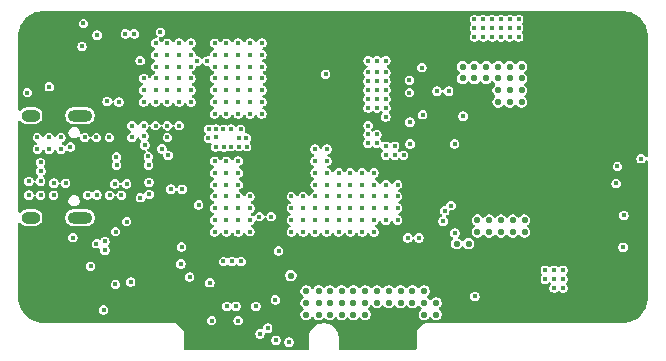
<source format=gbr>
%TF.GenerationSoftware,KiCad,Pcbnew,9.0.2*%
%TF.CreationDate,2026-02-15T12:31:08+01:00*%
%TF.ProjectId,PDNode-PDCard-5031,50444e6f-6465-42d5-9044-436172642d35,1.0.0*%
%TF.SameCoordinates,Original*%
%TF.FileFunction,Copper,L2,Inr*%
%TF.FilePolarity,Positive*%
%FSLAX46Y46*%
G04 Gerber Fmt 4.6, Leading zero omitted, Abs format (unit mm)*
G04 Created by KiCad (PCBNEW 9.0.2) date 2026-02-15 12:31:08*
%MOMM*%
%LPD*%
G01*
G04 APERTURE LIST*
%TA.AperFunction,ComponentPad*%
%ADD10C,0.700000*%
%TD*%
%TA.AperFunction,ComponentPad*%
%ADD11C,4.400000*%
%TD*%
%TA.AperFunction,HeatsinkPad*%
%ADD12C,0.500000*%
%TD*%
%TA.AperFunction,HeatsinkPad*%
%ADD13O,2.100000X1.000000*%
%TD*%
%TA.AperFunction,HeatsinkPad*%
%ADD14O,1.600000X1.000000*%
%TD*%
%TA.AperFunction,ComponentPad*%
%ADD15C,0.600000*%
%TD*%
%TA.AperFunction,ViaPad*%
%ADD16C,0.550000*%
%TD*%
%TA.AperFunction,ViaPad*%
%ADD17C,0.400000*%
%TD*%
G04 APERTURE END LIST*
D10*
%TO.N,GND*%
%TO.C,H3*%
X51500000Y31375000D03*
X50333274Y31858274D03*
X52666726Y31858274D03*
X49850000Y33025000D03*
D11*
X51500000Y33025000D03*
D10*
X53150000Y33025000D03*
X50333274Y34191726D03*
X52666726Y34191726D03*
X51500000Y34675000D03*
%TD*%
%TO.N,GND*%
%TO.C,H1*%
X2589229Y31371686D03*
X1422503Y31854960D03*
X3755955Y31854960D03*
X939229Y33021686D03*
D11*
X2589229Y33021686D03*
D10*
X4239229Y33021686D03*
X1422503Y34188412D03*
X3755955Y34188412D03*
X2589229Y34671686D03*
%TD*%
D12*
%TO.N,GND*%
%TO.C,IC2*%
X10775000Y16430000D03*
X10775000Y15730000D03*
X10775000Y15030000D03*
X11475000Y16430000D03*
X11475000Y15730000D03*
X11475000Y15030000D03*
X12175000Y16430000D03*
X12175000Y15730000D03*
X12175000Y15030000D03*
%TD*%
D13*
%TO.N,SHIELD*%
%TO.C,J1*%
X5605000Y26345000D03*
D14*
X1425000Y26345000D03*
D13*
X5605000Y17705000D03*
D14*
X1425000Y17705000D03*
%TD*%
D10*
%TO.N,GND*%
%TO.C,H2*%
X2619995Y9367466D03*
X1453269Y9850740D03*
X3786721Y9850740D03*
X969995Y11017466D03*
D11*
X2619995Y11017466D03*
D10*
X4269995Y11017466D03*
X1453269Y12184192D03*
X3786721Y12184192D03*
X2619995Y12667466D03*
%TD*%
D15*
%TO.N,GND*%
%TO.C,IC6*%
X40870000Y11910000D03*
X40870000Y10190000D03*
X41350000Y11050000D03*
X41830000Y11910000D03*
X41830000Y10190000D03*
%TD*%
D10*
%TO.N,GND*%
%TO.C,H4*%
X51500000Y9375000D03*
X50333274Y9858274D03*
X52666726Y9858274D03*
X49850000Y11025000D03*
D11*
X51500000Y11025000D03*
D10*
X53150000Y11025000D03*
X50333274Y12191726D03*
X52666726Y12191726D03*
X51500000Y12675000D03*
%TD*%
D16*
%TO.N,+24V*%
X24750000Y11500000D03*
X41000000Y28500000D03*
X31750000Y11500000D03*
X42250000Y17500000D03*
X39000000Y29500000D03*
X26750000Y9500000D03*
X25800000Y9500000D03*
X43000000Y29500000D03*
X40250000Y17500000D03*
X38000000Y30500000D03*
X42000000Y30500000D03*
X43000000Y30500000D03*
X42000000Y28500000D03*
X42250000Y16500000D03*
X27750000Y10500000D03*
X39250000Y17500000D03*
X37500000Y15500000D03*
X34750000Y10500000D03*
X41000000Y30500000D03*
X29750000Y11500000D03*
X29750000Y10500000D03*
X24750000Y9500000D03*
X43250000Y16500000D03*
X40000000Y30500000D03*
X25800000Y11500000D03*
X40250000Y16500000D03*
X30750000Y10500000D03*
X33750000Y10500000D03*
X27750000Y9500000D03*
X39000000Y30500000D03*
X42000000Y27500000D03*
X29750000Y9500000D03*
X35750000Y9500000D03*
X42000000Y29500000D03*
X34743530Y11500519D03*
X41250000Y16500000D03*
X43250000Y17500000D03*
X33750000Y11500000D03*
X35750000Y10500000D03*
X28750000Y9500000D03*
X40000000Y29500000D03*
X41000000Y29500000D03*
X41250000Y17500000D03*
X25800000Y10500000D03*
X38500000Y15500000D03*
X27750000Y11500000D03*
X34750000Y9500000D03*
X41000000Y27500000D03*
X43000000Y27500000D03*
X38000000Y29500000D03*
X32750000Y11500000D03*
X30750000Y11500000D03*
X32750000Y10500000D03*
X31750000Y10500000D03*
X24750000Y10500000D03*
X26750000Y11500000D03*
X39250000Y16500000D03*
X28750000Y10500000D03*
X28750000Y11500000D03*
X26750000Y10500000D03*
X43000000Y28500000D03*
D17*
%TO.N,GND*%
X32500000Y7500000D03*
X26664831Y31037565D03*
X25150000Y32000000D03*
X28600000Y23050000D03*
X3976821Y25291475D03*
X33400000Y22200000D03*
X23170727Y27504839D03*
X33500000Y8500000D03*
X33500000Y7500000D03*
X31500000Y9500000D03*
X1299809Y18771552D03*
X38100000Y28250000D03*
X13300000Y23700000D03*
X34000000Y22200000D03*
X25900000Y32000000D03*
X35189770Y15731521D03*
X6245000Y18825000D03*
X3950000Y16000000D03*
X28400000Y27950000D03*
X17700000Y8300000D03*
X25914831Y31037565D03*
X32100000Y15350000D03*
X2942044Y26075807D03*
X6801333Y31526681D03*
X1150000Y29250000D03*
X23920727Y28254839D03*
X37050000Y25500000D03*
X31500000Y8500000D03*
X29720000Y23100000D03*
X13500030Y22396439D03*
X1893632Y25291475D03*
X24670727Y28254839D03*
X1750000Y15900000D03*
X45800000Y9400000D03*
X44075000Y9445000D03*
X26446282Y13891533D03*
X27350000Y26800000D03*
X3360295Y18797270D03*
X27508860Y13869045D03*
X23170727Y26754839D03*
X34000000Y21600000D03*
X26650000Y32000000D03*
X10100000Y22500000D03*
X2299809Y18771552D03*
X30500000Y8500000D03*
X24900000Y34100000D03*
D16*
X47548253Y31945453D03*
D17*
X7600000Y10880000D03*
X23920727Y26754839D03*
X32500000Y9500000D03*
X37595000Y9800000D03*
X10900000Y10500000D03*
X5962500Y28700000D03*
X5974417Y29331608D03*
X32800000Y21600000D03*
X2893632Y25291475D03*
X53050000Y24450000D03*
X28548949Y13885911D03*
X8107924Y23250000D03*
X9900000Y10500000D03*
X11900488Y24172531D03*
X25164831Y31037565D03*
X5553226Y31174363D03*
X34614654Y28074701D03*
X32800000Y22200000D03*
X35250000Y27400000D03*
X11464007Y21422760D03*
X25250000Y14850000D03*
X6998867Y18804394D03*
X30500000Y7500000D03*
X33399260Y21614526D03*
X32500000Y8500000D03*
X23170727Y28254839D03*
X15579447Y10416321D03*
X34600000Y21600000D03*
X39450000Y26700000D03*
X9650000Y29700000D03*
X31500000Y7500000D03*
X28427075Y24162452D03*
X24670727Y27504839D03*
X33500000Y9500000D03*
X53100000Y23600000D03*
X3931534Y26070185D03*
X7028734Y25291475D03*
X32850000Y27450000D03*
X6028734Y25291475D03*
X29605904Y13880289D03*
X34682119Y28766220D03*
X5962499Y28044559D03*
X42850000Y9450000D03*
X36448237Y25473991D03*
X23920727Y27504839D03*
X7157418Y26041983D03*
X34600000Y22200000D03*
X52450000Y29350000D03*
X28400000Y25000000D03*
X8097331Y21646766D03*
X28400000Y25700000D03*
X13400000Y34100000D03*
X52950000Y21250000D03*
%TO.N,+24V_FILTERED*%
X30750000Y30000000D03*
X39750000Y34500000D03*
X31500000Y28500000D03*
X30750000Y29250000D03*
X42750000Y33000000D03*
X30000000Y28500000D03*
X40500000Y33000000D03*
X31500000Y23000000D03*
X42750000Y33750000D03*
X40500000Y34500000D03*
X33000000Y23000000D03*
X30000000Y29250000D03*
X39000000Y34500000D03*
X31500000Y31000000D03*
X42750000Y34500000D03*
X30750000Y27750000D03*
X42000000Y34500000D03*
X39750000Y33750000D03*
X32250000Y23000000D03*
X30750000Y31000000D03*
X31500000Y29250000D03*
X30750000Y24750000D03*
X30000000Y31000000D03*
X31500000Y23750000D03*
X30000000Y25500000D03*
X30000000Y27750000D03*
X42000000Y33000000D03*
X31500000Y27750000D03*
X31500000Y26250000D03*
X39000000Y33000000D03*
X39000000Y33750000D03*
X30750000Y28500000D03*
X42000000Y33750000D03*
X40500000Y33750000D03*
X31500000Y27000000D03*
X41250000Y33000000D03*
X30750000Y24000000D03*
X31500000Y30000000D03*
X30000000Y30000000D03*
X39750000Y33000000D03*
X30000000Y24750000D03*
X41250000Y34500000D03*
X30000000Y27000000D03*
X32250000Y23750000D03*
X30000000Y24000000D03*
X41250000Y33750000D03*
X30750000Y27000000D03*
%TO.N,+3.54V*%
X38050000Y26300000D03*
X37350000Y16390000D03*
X33500000Y29350000D03*
X37325000Y23950000D03*
%TO.N,+3.3V*%
X18796603Y10202332D03*
X22150000Y10750000D03*
X45750000Y12500000D03*
X46495558Y11751589D03*
X45000000Y13250000D03*
X5900000Y34150000D03*
X18028611Y10191739D03*
X7600000Y9900000D03*
X45750000Y11750000D03*
X45750000Y13250000D03*
X46500000Y13250000D03*
X46495558Y12505736D03*
X10700000Y31000000D03*
X45000000Y12500000D03*
X16600000Y12200000D03*
X51000000Y20600000D03*
X12420000Y33400000D03*
%TO.N,/Project Architecture/Adjustable 5A Buck Converter/PMIC_VOUT*%
X29500000Y20500000D03*
X30500000Y19500000D03*
X28500000Y20500000D03*
X30500000Y18500000D03*
X30500000Y16500000D03*
X32500000Y17500000D03*
X24500000Y16500000D03*
X26500000Y18500000D03*
X26500000Y17500000D03*
X23500000Y17500000D03*
X29500000Y19500000D03*
X27500000Y16500000D03*
X35829617Y28412824D03*
X28500000Y16500000D03*
X25500000Y21500000D03*
X23500000Y19500000D03*
X29500000Y21500000D03*
X26500000Y23500000D03*
X30500000Y21500000D03*
X25500000Y16500000D03*
X29500000Y17500000D03*
X32500000Y20500000D03*
X27500000Y20500000D03*
X26500000Y22500000D03*
X26500000Y21500000D03*
X28500000Y21500000D03*
X32500000Y18500000D03*
X27500000Y17500000D03*
X25500000Y20500000D03*
X29500000Y18500000D03*
X21800000Y17800000D03*
X29500000Y16500000D03*
X27500000Y18500000D03*
X24500000Y19500000D03*
X25500000Y18500000D03*
X26500000Y16500000D03*
X31500000Y17500000D03*
X31500000Y18500000D03*
X28500000Y17500000D03*
X23500000Y18500000D03*
X24500000Y18500000D03*
X25500000Y19500000D03*
X27500000Y21500000D03*
X23500000Y16500000D03*
X32500000Y19500000D03*
X26500000Y20500000D03*
X31500000Y19500000D03*
X30500000Y20500000D03*
X30500000Y17500000D03*
X24500000Y17500000D03*
X26500000Y19500000D03*
X28500000Y19500000D03*
X31500000Y20500000D03*
X25500000Y17500000D03*
X28500000Y18500000D03*
X25500000Y22500000D03*
X27500000Y19500000D03*
X25500000Y23500000D03*
X33350000Y16000000D03*
%TO.N,SHIELD*%
X3005622Y28794977D03*
%TO.N,+5V*%
X17750000Y14000000D03*
D16*
X23463944Y12800000D03*
D17*
X19250000Y14000000D03*
X18500000Y14000000D03*
%TO.N,+5VA*%
X34614654Y26425945D03*
%TO.N,Net-(IC3-A0)*%
X5775000Y32210000D03*
%TO.N,Net-(IC3-A1)*%
X7050000Y33150000D03*
%TO.N,/Project Architecture/USB-PD Source Controller/VDD_PD*%
X9900000Y12260000D03*
%TO.N,/Project Architecture/USB-PD Source Controller/USB_D+*%
X8701132Y22130513D03*
X13065717Y22982585D03*
X2286758Y21631720D03*
X11410707Y22159239D03*
%TO.N,PGOOD_3V3*%
X39031491Y11045295D03*
X53100000Y22700000D03*
X20840892Y7873036D03*
%TO.N,Net-(JP1-C)*%
X16750000Y9000000D03*
%TO.N,/Project Architecture/USB-PD Source Controller/USB_D-*%
X8690539Y22857898D03*
X11386758Y22888282D03*
X2265572Y22389119D03*
X12532536Y23536952D03*
%TO.N,/Project Architecture/USB-PD Source Controller/CC2*%
X11446401Y20699596D03*
X14250022Y20107490D03*
%TO.N,/Project Architecture/USB-PD Source Controller/CC1*%
X11100000Y23850000D03*
X13300000Y20120000D03*
%TO.N,/Project Architecture/USB-PD Source Controller/VBUS_MEA*%
X21000000Y29500000D03*
X18000000Y31500000D03*
X20000000Y30500000D03*
X21000000Y32500000D03*
X18000000Y29500000D03*
X18000000Y32500000D03*
X7900000Y27550000D03*
X16392496Y30961700D03*
X7000000Y15500000D03*
X18000000Y30500000D03*
X19000000Y27500000D03*
X20998463Y30488307D03*
X19000000Y26500000D03*
X17000000Y29500000D03*
X17000000Y28500000D03*
X20000000Y28500000D03*
X19000000Y30500000D03*
X20000000Y31500000D03*
X21000000Y28500000D03*
X18000000Y26500000D03*
X21000000Y27500000D03*
X18000000Y28500000D03*
X20000000Y32500000D03*
X19000000Y31500000D03*
X21000000Y31500000D03*
X19000000Y28500000D03*
X17000000Y27500000D03*
X17000000Y31500000D03*
X21000000Y26500000D03*
X17000000Y30500000D03*
X17000000Y26500000D03*
X19000000Y29500000D03*
X20000000Y26500000D03*
X19000000Y32500000D03*
X17000000Y32500000D03*
X20000000Y29500000D03*
X20000000Y27500000D03*
X18000000Y27500000D03*
%TO.N,/Project Architecture/USB-PD Source Controller/DISCHRG*%
X26400000Y29850000D03*
X11475000Y19675000D03*
%TO.N,/Project Architecture/Adjustable 5A Buck Converter/PD_SCL*%
X37025000Y18735000D03*
X8614870Y16524871D03*
%TO.N,/Project Architecture/Adjustable 5A Buck Converter/PD_ADD*%
X33500000Y28300000D03*
X33536657Y25800000D03*
%TO.N,/Project Architecture/Adjustable 5A Buck Converter/PMIC_ENABLE*%
X51100000Y22044243D03*
X34550000Y30410000D03*
X20500000Y10200000D03*
X33550000Y23950000D03*
X15650000Y18800000D03*
%TO.N,/Project Architecture/Adjustable 5A Buck Converter/PD_SDA*%
X36481812Y18278189D03*
X9548231Y17370563D03*
%TO.N,/Project Architecture/Adjustable 5A Buck Converter/PD_ALT*%
X36350000Y17410000D03*
X7700000Y15700000D03*
%TO.N,/Project Architecture/USB-PD Source Controller/VDRV*%
X19200000Y25188223D03*
X10712905Y19397682D03*
X17100000Y23700000D03*
%TO.N,/Project Architecture/USB-PD Source Controller/I2C_SDCL*%
X8600000Y12050000D03*
X10200000Y33275000D03*
%TO.N,/Project Architecture/USB-PD Source Controller/PD_ATTACH*%
X14890000Y12680000D03*
%TO.N,/Project Architecture/USB-PD Source Controller/I2C_SDA*%
X14200000Y15230000D03*
X9450000Y33275000D03*
X6500000Y13600000D03*
%TO.N,/Project Architecture/USB-PD Source Controller/PD_ENABLE*%
X51600000Y15200000D03*
X14150000Y13805000D03*
X22200000Y7325000D03*
%TO.N,/Project Architecture/USB-PD Source Controller/VBUS*%
X14000000Y32500000D03*
X14000000Y31500000D03*
X7048301Y19637709D03*
X2274329Y20782903D03*
X15000000Y28500000D03*
X14000000Y27500000D03*
X13000000Y24500000D03*
X11000000Y27500000D03*
X15000000Y32500000D03*
X9557231Y20574378D03*
X9108429Y19611367D03*
X2273057Y19605652D03*
X14000000Y30500000D03*
X11000000Y29500000D03*
X13000000Y27500000D03*
X13000000Y28500000D03*
X12000000Y31500000D03*
X7000000Y24500000D03*
X15000000Y31500000D03*
X11000000Y25500000D03*
X13000000Y29500000D03*
X2000000Y23500000D03*
X6000000Y24500000D03*
X13000000Y25500000D03*
X15000000Y27500000D03*
X3384110Y20632467D03*
X14000000Y29500000D03*
X1273057Y19605652D03*
X8900000Y27500000D03*
X15510771Y30950000D03*
X11007944Y24597986D03*
X1274329Y20782903D03*
X15000000Y29500000D03*
X2000000Y24500000D03*
X4384110Y20632467D03*
X12000000Y32500000D03*
X13000000Y30500000D03*
X8095575Y24494378D03*
X14000000Y25500000D03*
X4003167Y23498734D03*
X11000000Y28500000D03*
X3368868Y19611685D03*
X12000000Y30500000D03*
X12000000Y28500000D03*
X13000000Y32500000D03*
X3000000Y24500000D03*
X8108429Y19611367D03*
X4000000Y24500000D03*
X13000000Y31500000D03*
X12000000Y29500000D03*
X10000000Y24500000D03*
X12000000Y27500000D03*
X15000000Y30500000D03*
X4800000Y23700000D03*
X10000000Y25500000D03*
X6245000Y19625000D03*
X3003167Y23498734D03*
X8557231Y20574378D03*
X14000000Y28500000D03*
X12000000Y25500000D03*
%TO.N,/Project Architecture/Board Connector and Supplies/PORT_EN*%
X7700000Y14950000D03*
X21496071Y8353930D03*
%TO.N,/Project Architecture/Board Connector and Supplies/VBUS_VMON_PORT0*%
X5000000Y16023250D03*
X19000000Y9000000D03*
X23297751Y7170273D03*
%TO.N,/Project Architecture/Board Connector and Supplies/PMIC_VMON_PORT0*%
X22412847Y14892435D03*
%TO.N,Net-(PMFB1-Pad1)*%
X36822536Y28412858D03*
%TO.N,/Project Architecture/USB-PD Source Controller/V_PMIC_OUT*%
X18000000Y20500000D03*
X18000000Y22500000D03*
X18000000Y16500000D03*
X19000000Y22500000D03*
X20800000Y17800000D03*
X19000000Y20500000D03*
X34300000Y16000000D03*
X17000000Y21500000D03*
X17000000Y19500000D03*
X18000000Y17500000D03*
X20000000Y18500000D03*
X17996071Y18518011D03*
X17000000Y20500000D03*
X19991976Y16522107D03*
X17000000Y17500000D03*
X20000000Y19500000D03*
X19000000Y17500000D03*
X20000000Y17500000D03*
X18000000Y21500000D03*
X17000000Y18500000D03*
X19000000Y21500000D03*
X18000000Y19500000D03*
X19000000Y18500000D03*
X17000000Y16500000D03*
X17000000Y22500000D03*
X19000000Y19500000D03*
X19000000Y16500000D03*
%TO.N,/Project Architecture/USB-PD Source Controller/T3T4DS*%
X19039034Y23713856D03*
X18401620Y23713856D03*
X17753582Y25201157D03*
X17085417Y24509662D03*
X17100000Y25200000D03*
X16500000Y25200000D03*
X17800000Y23697920D03*
X19703239Y23715013D03*
X16478984Y24441571D03*
X19700000Y24446882D03*
X18400000Y25200000D03*
X19049657Y24462818D03*
%TO.N,Net-(D2-Pad2)*%
X51650000Y17900000D03*
X1150000Y28300000D03*
%TD*%
%TA.AperFunction,Conductor*%
%TO.N,GND*%
G36*
X51503736Y35224274D02*
G01*
X51757638Y35208916D01*
X51772495Y35207112D01*
X52019000Y35161939D01*
X52033536Y35158356D01*
X52272791Y35083800D01*
X52286788Y35078492D01*
X52515319Y34975639D01*
X52528578Y34968680D01*
X52635808Y34903857D01*
X52743045Y34839030D01*
X52755356Y34830532D01*
X52860856Y34747878D01*
X52952636Y34675973D01*
X52963844Y34666043D01*
X53141042Y34488845D01*
X53150972Y34477637D01*
X53299739Y34287750D01*
X53305527Y34280363D01*
X53314033Y34268040D01*
X53443679Y34053579D01*
X53450638Y34040320D01*
X53553491Y33811789D01*
X53558800Y33797789D01*
X53633354Y33558539D01*
X53636938Y33543999D01*
X53682110Y33297500D01*
X53683915Y33282636D01*
X53699274Y33028737D01*
X53699500Y33021250D01*
X53699500Y22931812D01*
X53679815Y22864773D01*
X53627011Y22819018D01*
X53557853Y22809074D01*
X53494297Y22838099D01*
X53468113Y22869811D01*
X53444307Y22911044D01*
X53423041Y22947878D01*
X53347878Y23023041D01*
X53255823Y23076189D01*
X53153148Y23103700D01*
X53046852Y23103700D01*
X52944177Y23076189D01*
X52944175Y23076188D01*
X52944174Y23076188D01*
X52852125Y23023043D01*
X52852119Y23023039D01*
X52776961Y22947881D01*
X52776957Y22947875D01*
X52723812Y22855826D01*
X52723812Y22855825D01*
X52723811Y22855823D01*
X52696300Y22753148D01*
X52696300Y22646852D01*
X52723811Y22544177D01*
X52723812Y22544176D01*
X52723812Y22544175D01*
X52729192Y22534857D01*
X52776959Y22452122D01*
X52852122Y22376959D01*
X52944177Y22323811D01*
X53046852Y22296300D01*
X53046854Y22296300D01*
X53153146Y22296300D01*
X53153148Y22296300D01*
X53255823Y22323811D01*
X53347878Y22376959D01*
X53423041Y22452122D01*
X53468113Y22530190D01*
X53518680Y22578405D01*
X53587287Y22591628D01*
X53652152Y22565660D01*
X53692680Y22508745D01*
X53699500Y22468189D01*
X53699500Y10978751D01*
X53699274Y10971264D01*
X53683915Y10717365D01*
X53682110Y10702501D01*
X53636938Y10456002D01*
X53633354Y10441462D01*
X53558800Y10202212D01*
X53553491Y10188212D01*
X53450638Y9959681D01*
X53443679Y9946422D01*
X53314033Y9731961D01*
X53305527Y9719638D01*
X53150972Y9522364D01*
X53141042Y9511156D01*
X52963844Y9333958D01*
X52952636Y9324028D01*
X52755362Y9169473D01*
X52743039Y9160967D01*
X52528578Y9031321D01*
X52515319Y9024362D01*
X52286788Y8921509D01*
X52272788Y8916200D01*
X52033538Y8841646D01*
X52018998Y8838062D01*
X51772499Y8792890D01*
X51757635Y8791085D01*
X51503736Y8775726D01*
X51496249Y8775500D01*
X34860438Y8775500D01*
X34784010Y8755022D01*
X34715489Y8715460D01*
X34715486Y8715458D01*
X34159541Y8159513D01*
X34159535Y8159505D01*
X34119982Y8090996D01*
X34119979Y8090991D01*
X34109057Y8050230D01*
X34103332Y8028861D01*
X34099500Y8014561D01*
X34099500Y6624000D01*
X34079815Y6556961D01*
X34027011Y6511206D01*
X33975500Y6500000D01*
X27624500Y6500000D01*
X27557461Y6519685D01*
X27511706Y6572489D01*
X27500500Y6624000D01*
X27500500Y7623423D01*
X27469709Y7817827D01*
X27425279Y7954567D01*
X27408884Y8005025D01*
X27408882Y8005028D01*
X27408882Y8005030D01*
X27361743Y8097545D01*
X27319524Y8180405D01*
X27203828Y8339646D01*
X27064646Y8478828D01*
X26905405Y8594524D01*
X26891109Y8601808D01*
X26730029Y8683883D01*
X26542826Y8744710D01*
X26348422Y8775500D01*
X26348417Y8775500D01*
X26297595Y8775500D01*
X26250000Y8775500D01*
X26151583Y8775500D01*
X26151578Y8775500D01*
X25957173Y8744710D01*
X25769970Y8683883D01*
X25594594Y8594524D01*
X25503741Y8528515D01*
X25435354Y8478828D01*
X25435352Y8478826D01*
X25435351Y8478826D01*
X25296174Y8339649D01*
X25296174Y8339648D01*
X25296172Y8339646D01*
X25252626Y8279711D01*
X25180476Y8180406D01*
X25091117Y8005030D01*
X25030290Y7817827D01*
X24999500Y7623423D01*
X24999500Y6624000D01*
X24979815Y6556961D01*
X24927011Y6511206D01*
X24875500Y6500000D01*
X14524500Y6500000D01*
X14457461Y6519685D01*
X14411706Y6572489D01*
X14400500Y6624000D01*
X14400500Y7378148D01*
X21796300Y7378148D01*
X21796300Y7271852D01*
X21823811Y7169177D01*
X21876959Y7077122D01*
X21952122Y7001959D01*
X22044177Y6948811D01*
X22146852Y6921300D01*
X22146854Y6921300D01*
X22253146Y6921300D01*
X22253148Y6921300D01*
X22355823Y6948811D01*
X22447878Y7001959D01*
X22523041Y7077122D01*
X22576189Y7169177D01*
X22590723Y7223421D01*
X22894051Y7223421D01*
X22894051Y7117125D01*
X22921562Y7014450D01*
X22974710Y6922395D01*
X23049873Y6847232D01*
X23141928Y6794084D01*
X23244603Y6766573D01*
X23244605Y6766573D01*
X23350897Y6766573D01*
X23350899Y6766573D01*
X23453574Y6794084D01*
X23545629Y6847232D01*
X23620792Y6922395D01*
X23673940Y7014450D01*
X23701451Y7117125D01*
X23701451Y7223421D01*
X23673940Y7326096D01*
X23620792Y7418151D01*
X23545629Y7493314D01*
X23453574Y7546462D01*
X23350899Y7573973D01*
X23244603Y7573973D01*
X23141928Y7546462D01*
X23141926Y7546461D01*
X23141925Y7546461D01*
X23049876Y7493316D01*
X23049870Y7493312D01*
X22974712Y7418154D01*
X22974708Y7418148D01*
X22921563Y7326099D01*
X22921563Y7326098D01*
X22921562Y7326096D01*
X22894051Y7223421D01*
X22590723Y7223421D01*
X22603700Y7271852D01*
X22603700Y7378148D01*
X22576189Y7480823D01*
X22523041Y7572878D01*
X22447878Y7648041D01*
X22355823Y7701189D01*
X22253148Y7728700D01*
X22146852Y7728700D01*
X22044177Y7701189D01*
X22044175Y7701188D01*
X22044174Y7701188D01*
X21952125Y7648043D01*
X21952119Y7648039D01*
X21876961Y7572881D01*
X21876957Y7572875D01*
X21823812Y7480826D01*
X21823812Y7480825D01*
X21823811Y7480823D01*
X21796300Y7378148D01*
X14400500Y7378148D01*
X14400500Y7926184D01*
X20437192Y7926184D01*
X20437192Y7819888D01*
X20464703Y7717213D01*
X20517851Y7625158D01*
X20593014Y7549995D01*
X20685069Y7496847D01*
X20787744Y7469336D01*
X20787746Y7469336D01*
X20894038Y7469336D01*
X20894040Y7469336D01*
X20996715Y7496847D01*
X21088770Y7549995D01*
X21163933Y7625158D01*
X21217081Y7717213D01*
X21244592Y7819888D01*
X21244592Y7841773D01*
X21264277Y7908812D01*
X21317081Y7954567D01*
X21386239Y7964511D01*
X21400674Y7961551D01*
X21442923Y7950230D01*
X21442925Y7950230D01*
X21549217Y7950230D01*
X21549219Y7950230D01*
X21651894Y7977741D01*
X21743949Y8030889D01*
X21819112Y8106052D01*
X21872260Y8198107D01*
X21899771Y8300782D01*
X21899771Y8407078D01*
X21872260Y8509753D01*
X21819112Y8601808D01*
X21743949Y8676971D01*
X21651894Y8730119D01*
X21549219Y8757630D01*
X21442923Y8757630D01*
X21340248Y8730119D01*
X21340246Y8730118D01*
X21340245Y8730118D01*
X21248196Y8676973D01*
X21248190Y8676969D01*
X21173032Y8601811D01*
X21173028Y8601805D01*
X21119883Y8509756D01*
X21119883Y8509755D01*
X21119882Y8509753D01*
X21092371Y8407078D01*
X21092371Y8385194D01*
X21072686Y8318155D01*
X21019882Y8272400D01*
X20950724Y8262456D01*
X20936280Y8265419D01*
X20894044Y8276736D01*
X20894040Y8276736D01*
X20787744Y8276736D01*
X20685069Y8249225D01*
X20685067Y8249224D01*
X20685066Y8249224D01*
X20593017Y8196079D01*
X20593011Y8196075D01*
X20517853Y8120917D01*
X20517849Y8120911D01*
X20464704Y8028862D01*
X20464704Y8028861D01*
X20464703Y8028859D01*
X20437192Y7926184D01*
X14400500Y7926184D01*
X14400500Y8014560D01*
X14400499Y8014564D01*
X14396668Y8028861D01*
X14390943Y8050230D01*
X14380022Y8090988D01*
X14340460Y8159511D01*
X14092893Y8407078D01*
X13784514Y8715458D01*
X13784511Y8715460D01*
X13781851Y8716996D01*
X13733849Y8744710D01*
X13715991Y8755020D01*
X13715990Y8755021D01*
X13690513Y8761848D01*
X13639562Y8775500D01*
X13639560Y8775500D01*
X2578751Y8775500D01*
X2571264Y8775726D01*
X2317364Y8791085D01*
X2302500Y8792890D01*
X2056001Y8838062D01*
X2041461Y8841646D01*
X1802211Y8916200D01*
X1788211Y8921509D01*
X1728908Y8948199D01*
X1559680Y9024362D01*
X1546421Y9031321D01*
X1510315Y9053148D01*
X16346300Y9053148D01*
X16346300Y8946852D01*
X16373811Y8844177D01*
X16426959Y8752122D01*
X16502122Y8676959D01*
X16594177Y8623811D01*
X16696852Y8596300D01*
X16696854Y8596300D01*
X16803146Y8596300D01*
X16803148Y8596300D01*
X16905823Y8623811D01*
X16997878Y8676959D01*
X17073041Y8752122D01*
X17126189Y8844177D01*
X17153700Y8946852D01*
X17153700Y9053148D01*
X18596300Y9053148D01*
X18596300Y8946852D01*
X18623811Y8844177D01*
X18676959Y8752122D01*
X18752122Y8676959D01*
X18844177Y8623811D01*
X18946852Y8596300D01*
X18946854Y8596300D01*
X19053146Y8596300D01*
X19053148Y8596300D01*
X19155823Y8623811D01*
X19247878Y8676959D01*
X19323041Y8752122D01*
X19376189Y8844177D01*
X19403700Y8946852D01*
X19403700Y9053148D01*
X19376189Y9155823D01*
X19323041Y9247878D01*
X19247878Y9323041D01*
X19155823Y9376189D01*
X19053148Y9403700D01*
X18946852Y9403700D01*
X18844177Y9376189D01*
X18844175Y9376188D01*
X18844174Y9376188D01*
X18752125Y9323043D01*
X18752119Y9323039D01*
X18676961Y9247881D01*
X18676957Y9247875D01*
X18623812Y9155826D01*
X18623812Y9155825D01*
X18623811Y9155823D01*
X18596300Y9053148D01*
X17153700Y9053148D01*
X17126189Y9155823D01*
X17073041Y9247878D01*
X16997878Y9323041D01*
X16905823Y9376189D01*
X16803148Y9403700D01*
X16696852Y9403700D01*
X16594177Y9376189D01*
X16594175Y9376188D01*
X16594174Y9376188D01*
X16502125Y9323043D01*
X16502119Y9323039D01*
X16426961Y9247881D01*
X16426957Y9247875D01*
X16373812Y9155826D01*
X16373812Y9155825D01*
X16373811Y9155823D01*
X16346300Y9053148D01*
X1510315Y9053148D01*
X1331960Y9160967D01*
X1319637Y9169473D01*
X1272923Y9206071D01*
X1134983Y9314141D01*
X1122363Y9324028D01*
X1111155Y9333958D01*
X933957Y9511156D01*
X924027Y9522364D01*
X892175Y9563020D01*
X769468Y9719644D01*
X760970Y9731955D01*
X673310Y9876962D01*
X661121Y9897125D01*
X631320Y9946422D01*
X627790Y9953148D01*
X7196300Y9953148D01*
X7196300Y9846852D01*
X7223811Y9744177D01*
X7223812Y9744176D01*
X7223812Y9744175D01*
X7229643Y9734075D01*
X7276959Y9652122D01*
X7352122Y9576959D01*
X7444177Y9523811D01*
X7546852Y9496300D01*
X7546854Y9496300D01*
X7653146Y9496300D01*
X7653148Y9496300D01*
X7755823Y9523811D01*
X7847878Y9576959D01*
X7923041Y9652122D01*
X7976189Y9744177D01*
X8003700Y9846852D01*
X8003700Y9953148D01*
X7976189Y10055823D01*
X7923041Y10147878D01*
X7847878Y10223041D01*
X7810040Y10244887D01*
X17624911Y10244887D01*
X17624911Y10138591D01*
X17652422Y10035916D01*
X17652423Y10035915D01*
X17652423Y10035914D01*
X17666353Y10011786D01*
X17705570Y9943861D01*
X17780733Y9868698D01*
X17872788Y9815550D01*
X17975463Y9788039D01*
X17975465Y9788039D01*
X18081757Y9788039D01*
X18081759Y9788039D01*
X18184434Y9815550D01*
X18276489Y9868698D01*
X18330225Y9922435D01*
X18391544Y9955917D01*
X18461236Y9950933D01*
X18505584Y9922432D01*
X18548725Y9879291D01*
X18640780Y9826143D01*
X18743455Y9798632D01*
X18743457Y9798632D01*
X18849749Y9798632D01*
X18849751Y9798632D01*
X18952426Y9826143D01*
X19044481Y9879291D01*
X19119644Y9954454D01*
X19172792Y10046509D01*
X19200303Y10149184D01*
X19200303Y10253148D01*
X20096300Y10253148D01*
X20096300Y10146852D01*
X20123811Y10044177D01*
X20176959Y9952122D01*
X20252122Y9876959D01*
X20344177Y9823811D01*
X20446852Y9796300D01*
X20446854Y9796300D01*
X20553146Y9796300D01*
X20553148Y9796300D01*
X20655823Y9823811D01*
X20747878Y9876959D01*
X20823041Y9952122D01*
X20876189Y10044177D01*
X20903700Y10146852D01*
X20903700Y10253148D01*
X20876189Y10355823D01*
X20823041Y10447878D01*
X20747878Y10523041D01*
X20670133Y10567927D01*
X20655825Y10576188D01*
X20655824Y10576189D01*
X20655823Y10576189D01*
X20553148Y10603700D01*
X20446852Y10603700D01*
X20344177Y10576189D01*
X20344175Y10576188D01*
X20344174Y10576188D01*
X20252125Y10523043D01*
X20252119Y10523039D01*
X20176961Y10447881D01*
X20176957Y10447875D01*
X20123812Y10355826D01*
X20123812Y10355825D01*
X20123811Y10355823D01*
X20096300Y10253148D01*
X19200303Y10253148D01*
X19200303Y10255480D01*
X19172792Y10358155D01*
X19119644Y10450210D01*
X19044481Y10525373D01*
X18952426Y10578521D01*
X18849751Y10606032D01*
X18743455Y10606032D01*
X18640780Y10578521D01*
X18640778Y10578520D01*
X18640777Y10578520D01*
X18548728Y10525375D01*
X18548726Y10525374D01*
X18494991Y10471639D01*
X18433667Y10438155D01*
X18363975Y10443140D01*
X18319629Y10471640D01*
X18276491Y10514778D01*
X18276489Y10514780D01*
X18192935Y10563020D01*
X18184436Y10567927D01*
X18184435Y10567928D01*
X18184434Y10567928D01*
X18081759Y10595439D01*
X17975463Y10595439D01*
X17872788Y10567928D01*
X17872786Y10567927D01*
X17872785Y10567927D01*
X17780736Y10514782D01*
X17780730Y10514778D01*
X17705572Y10439620D01*
X17705568Y10439614D01*
X17652423Y10347565D01*
X17652423Y10347564D01*
X17652422Y10347562D01*
X17624911Y10244887D01*
X7810040Y10244887D01*
X7773601Y10265925D01*
X7755825Y10276188D01*
X7755824Y10276189D01*
X7755823Y10276189D01*
X7653148Y10303700D01*
X7546852Y10303700D01*
X7444177Y10276189D01*
X7444175Y10276188D01*
X7444174Y10276188D01*
X7352125Y10223043D01*
X7352119Y10223039D01*
X7276961Y10147881D01*
X7276957Y10147875D01*
X7223812Y10055826D01*
X7223812Y10055825D01*
X7223811Y10055823D01*
X7196300Y9953148D01*
X627790Y9953148D01*
X624361Y9959681D01*
X521508Y10188212D01*
X516199Y10202212D01*
X514996Y10206071D01*
X441644Y10441464D01*
X438061Y10456002D01*
X392888Y10702505D01*
X391084Y10717365D01*
X390802Y10722027D01*
X385895Y10803148D01*
X21746300Y10803148D01*
X21746300Y10696852D01*
X21773811Y10594177D01*
X21826959Y10502122D01*
X21902122Y10426959D01*
X21994177Y10373811D01*
X22096852Y10346300D01*
X22096854Y10346300D01*
X22203146Y10346300D01*
X22203148Y10346300D01*
X22305823Y10373811D01*
X22397878Y10426959D01*
X22473041Y10502122D01*
X22526189Y10594177D01*
X22553700Y10696852D01*
X22553700Y10803148D01*
X22526189Y10905823D01*
X22473041Y10997878D01*
X22397878Y11073041D01*
X22320937Y11117463D01*
X22305825Y11126188D01*
X22305824Y11126189D01*
X22305823Y11126189D01*
X22203148Y11153700D01*
X22096852Y11153700D01*
X21994177Y11126189D01*
X21994175Y11126188D01*
X21994174Y11126188D01*
X21902125Y11073043D01*
X21902119Y11073039D01*
X21826961Y10997881D01*
X21826957Y10997875D01*
X21773812Y10905826D01*
X21773812Y10905825D01*
X21773811Y10905823D01*
X21746300Y10803148D01*
X385895Y10803148D01*
X375726Y10971264D01*
X375500Y10978751D01*
X375500Y11563022D01*
X24271300Y11563022D01*
X24271300Y11436978D01*
X24303784Y11315746D01*
X24303922Y11315230D01*
X24303923Y11315227D01*
X24366941Y11206075D01*
X24366943Y11206073D01*
X24366944Y11206071D01*
X24456071Y11116944D01*
X24468660Y11109676D01*
X24472624Y11107387D01*
X24520839Y11056819D01*
X24534061Y10988212D01*
X24508093Y10923347D01*
X24472624Y10892613D01*
X24456072Y10883057D01*
X24456069Y10883055D01*
X24366945Y10793931D01*
X24366941Y10793926D01*
X24303923Y10684774D01*
X24303922Y10684771D01*
X24271300Y10563022D01*
X24271300Y10436978D01*
X24301647Y10323722D01*
X24303922Y10315230D01*
X24303923Y10315227D01*
X24366941Y10206075D01*
X24366943Y10206073D01*
X24366944Y10206071D01*
X24456071Y10116944D01*
X24468660Y10109676D01*
X24472624Y10107387D01*
X24520839Y10056819D01*
X24534061Y9988212D01*
X24508093Y9923347D01*
X24472624Y9892613D01*
X24456072Y9883057D01*
X24456069Y9883055D01*
X24366945Y9793931D01*
X24366941Y9793926D01*
X24303923Y9684774D01*
X24303922Y9684771D01*
X24271300Y9563022D01*
X24271300Y9436978D01*
X24301830Y9323039D01*
X24303922Y9315230D01*
X24303923Y9315227D01*
X24366941Y9206075D01*
X24366943Y9206073D01*
X24366944Y9206071D01*
X24456071Y9116944D01*
X24565229Y9053922D01*
X24686978Y9021300D01*
X24686980Y9021300D01*
X24813020Y9021300D01*
X24813022Y9021300D01*
X24934771Y9053922D01*
X25043929Y9116944D01*
X25133056Y9206071D01*
X25167613Y9265927D01*
X25218179Y9314141D01*
X25286786Y9327365D01*
X25351651Y9301397D01*
X25382386Y9265927D01*
X25416944Y9206071D01*
X25506071Y9116944D01*
X25615229Y9053922D01*
X25736978Y9021300D01*
X25736980Y9021300D01*
X25863020Y9021300D01*
X25863022Y9021300D01*
X25984771Y9053922D01*
X26093929Y9116944D01*
X26183056Y9206071D01*
X26183056Y9206072D01*
X26187319Y9210334D01*
X26248642Y9243819D01*
X26318334Y9238835D01*
X26362681Y9210334D01*
X26366944Y9206071D01*
X26456071Y9116944D01*
X26565229Y9053922D01*
X26686978Y9021300D01*
X26686980Y9021300D01*
X26813020Y9021300D01*
X26813022Y9021300D01*
X26934771Y9053922D01*
X27043929Y9116944D01*
X27133056Y9206071D01*
X27142612Y9222624D01*
X27193179Y9270839D01*
X27261786Y9284063D01*
X27326651Y9258095D01*
X27357387Y9222624D01*
X27366944Y9206071D01*
X27456071Y9116944D01*
X27565229Y9053922D01*
X27686978Y9021300D01*
X27686980Y9021300D01*
X27813020Y9021300D01*
X27813022Y9021300D01*
X27934771Y9053922D01*
X28043929Y9116944D01*
X28133056Y9206071D01*
X28142612Y9222624D01*
X28193179Y9270839D01*
X28261786Y9284063D01*
X28326651Y9258095D01*
X28357387Y9222624D01*
X28366944Y9206071D01*
X28456071Y9116944D01*
X28565229Y9053922D01*
X28686978Y9021300D01*
X28686980Y9021300D01*
X28813020Y9021300D01*
X28813022Y9021300D01*
X28934771Y9053922D01*
X29043929Y9116944D01*
X29133056Y9206071D01*
X29142612Y9222624D01*
X29193179Y9270839D01*
X29261786Y9284063D01*
X29326651Y9258095D01*
X29357387Y9222624D01*
X29366944Y9206071D01*
X29456071Y9116944D01*
X29565229Y9053922D01*
X29686978Y9021300D01*
X29686980Y9021300D01*
X29813020Y9021300D01*
X29813022Y9021300D01*
X29934771Y9053922D01*
X30043929Y9116944D01*
X30133056Y9206071D01*
X30196078Y9315229D01*
X30228700Y9436978D01*
X30228700Y9563022D01*
X30196078Y9684771D01*
X30150633Y9763485D01*
X30133058Y9793926D01*
X30133057Y9793928D01*
X30133056Y9793929D01*
X30043929Y9883056D01*
X30027376Y9892613D01*
X29979161Y9943179D01*
X29965937Y10011786D01*
X29991905Y10076651D01*
X30001695Y10087681D01*
X30013239Y10099226D01*
X30043929Y10116944D01*
X30133056Y10206071D01*
X30150774Y10236761D01*
X30162319Y10248305D01*
X30179231Y10257540D01*
X30193179Y10270839D01*
X30209265Y10273940D01*
X30223642Y10281790D01*
X30242862Y10280416D01*
X30261786Y10284063D01*
X30276994Y10277975D01*
X30293334Y10276806D01*
X30308761Y10265257D01*
X30326651Y10258095D01*
X30342018Y10240361D01*
X30349267Y10234934D01*
X30351191Y10229774D01*
X30357387Y10222624D01*
X30366944Y10206071D01*
X30456071Y10116944D01*
X30456072Y10116943D01*
X30456074Y10116942D01*
X30472624Y10107387D01*
X30565229Y10053922D01*
X30686978Y10021300D01*
X30686980Y10021300D01*
X30813020Y10021300D01*
X30813022Y10021300D01*
X30934771Y10053922D01*
X31043929Y10116944D01*
X31133056Y10206071D01*
X31142612Y10222624D01*
X31193179Y10270839D01*
X31261786Y10284063D01*
X31326651Y10258095D01*
X31357387Y10222624D01*
X31366944Y10206071D01*
X31456071Y10116944D01*
X31456072Y10116943D01*
X31456074Y10116942D01*
X31472624Y10107387D01*
X31565229Y10053922D01*
X31686978Y10021300D01*
X31686980Y10021300D01*
X31813020Y10021300D01*
X31813022Y10021300D01*
X31934771Y10053922D01*
X32043929Y10116944D01*
X32133056Y10206071D01*
X32142612Y10222624D01*
X32193179Y10270839D01*
X32261786Y10284063D01*
X32326651Y10258095D01*
X32357387Y10222624D01*
X32366944Y10206071D01*
X32456071Y10116944D01*
X32456072Y10116943D01*
X32456074Y10116942D01*
X32472624Y10107387D01*
X32565229Y10053922D01*
X32686978Y10021300D01*
X32686980Y10021300D01*
X32813020Y10021300D01*
X32813022Y10021300D01*
X32934771Y10053922D01*
X33043929Y10116944D01*
X33133056Y10206071D01*
X33142612Y10222624D01*
X33193179Y10270839D01*
X33261786Y10284063D01*
X33326651Y10258095D01*
X33357387Y10222624D01*
X33366944Y10206071D01*
X33456071Y10116944D01*
X33456072Y10116943D01*
X33456074Y10116942D01*
X33472624Y10107387D01*
X33565229Y10053922D01*
X33686978Y10021300D01*
X33686980Y10021300D01*
X33813020Y10021300D01*
X33813022Y10021300D01*
X33934771Y10053922D01*
X34043929Y10116944D01*
X34133056Y10206071D01*
X34142612Y10222624D01*
X34193179Y10270839D01*
X34261786Y10284063D01*
X34326651Y10258095D01*
X34337682Y10248305D01*
X34349224Y10236763D01*
X34366944Y10206071D01*
X34456071Y10116944D01*
X34486760Y10099226D01*
X34498305Y10087681D01*
X34507541Y10070766D01*
X34520839Y10056819D01*
X34523938Y10040736D01*
X34531789Y10026358D01*
X34530414Y10007135D01*
X34534061Y9988212D01*
X34527973Y9973007D01*
X34526805Y9956666D01*
X34515255Y9941239D01*
X34508093Y9923347D01*
X34490357Y9907980D01*
X34484933Y9900733D01*
X34479774Y9898809D01*
X34472624Y9892613D01*
X34456072Y9883057D01*
X34456069Y9883055D01*
X34366945Y9793931D01*
X34366941Y9793926D01*
X34303923Y9684774D01*
X34303922Y9684771D01*
X34271300Y9563022D01*
X34271300Y9436978D01*
X34301830Y9323039D01*
X34303922Y9315230D01*
X34303923Y9315227D01*
X34366941Y9206075D01*
X34366943Y9206073D01*
X34366944Y9206071D01*
X34456071Y9116944D01*
X34565229Y9053922D01*
X34686978Y9021300D01*
X34686980Y9021300D01*
X34813020Y9021300D01*
X34813022Y9021300D01*
X34934771Y9053922D01*
X35043929Y9116944D01*
X35133056Y9206071D01*
X35142612Y9222624D01*
X35193179Y9270839D01*
X35261786Y9284063D01*
X35326651Y9258095D01*
X35357387Y9222624D01*
X35366944Y9206071D01*
X35456071Y9116944D01*
X35565229Y9053922D01*
X35686978Y9021300D01*
X35813022Y9021300D01*
X35934771Y9053922D01*
X36043929Y9116944D01*
X36133056Y9206071D01*
X36196078Y9315229D01*
X36228700Y9436978D01*
X36228700Y9563022D01*
X36196078Y9684771D01*
X36150633Y9763485D01*
X36133058Y9793926D01*
X36133057Y9793928D01*
X36133056Y9793929D01*
X36043929Y9883056D01*
X36027376Y9892613D01*
X35979161Y9943179D01*
X35965937Y10011786D01*
X35991905Y10076651D01*
X36027377Y10107388D01*
X36043929Y10116944D01*
X36133056Y10206071D01*
X36196078Y10315229D01*
X36228700Y10436978D01*
X36228700Y10563022D01*
X36196078Y10684771D01*
X36150633Y10763485D01*
X36133058Y10793926D01*
X36133057Y10793928D01*
X36133056Y10793929D01*
X36043929Y10883056D01*
X36043928Y10883057D01*
X36043925Y10883059D01*
X35934773Y10946077D01*
X35934772Y10946078D01*
X35934771Y10946078D01*
X35813022Y10978700D01*
X35686978Y10978700D01*
X35565229Y10946078D01*
X35565226Y10946077D01*
X35456074Y10883059D01*
X35456069Y10883055D01*
X35366945Y10793931D01*
X35366943Y10793928D01*
X35357387Y10777376D01*
X35306819Y10729161D01*
X35238212Y10715939D01*
X35173347Y10741907D01*
X35162737Y10751279D01*
X35150924Y10762980D01*
X35133056Y10793929D01*
X35043929Y10883056D01*
X35009813Y10902753D01*
X34998428Y10914030D01*
X34988972Y10931152D01*
X34975475Y10945308D01*
X34972430Y10961109D01*
X34964652Y10975193D01*
X34965954Y10994710D01*
X34962253Y11013916D01*
X34968232Y11028853D01*
X34969304Y11044908D01*
X34980951Y11060623D01*
X34988221Y11078780D01*
X35005519Y11093769D01*
X35008984Y11098443D01*
X38627791Y11098443D01*
X38627791Y10992147D01*
X38655302Y10889472D01*
X38655303Y10889471D01*
X38655303Y10889470D01*
X38659006Y10883057D01*
X38708450Y10797417D01*
X38783613Y10722254D01*
X38875668Y10669106D01*
X38978343Y10641595D01*
X38978345Y10641595D01*
X39084637Y10641595D01*
X39084639Y10641595D01*
X39187314Y10669106D01*
X39279369Y10722254D01*
X39354532Y10797417D01*
X39407680Y10889472D01*
X39435191Y10992147D01*
X39435191Y11098443D01*
X39407680Y11201118D01*
X39354532Y11293173D01*
X39279369Y11368336D01*
X39187314Y11421484D01*
X39084639Y11448995D01*
X38978343Y11448995D01*
X38875668Y11421484D01*
X38875666Y11421483D01*
X38875665Y11421483D01*
X38783616Y11368338D01*
X38783610Y11368334D01*
X38708452Y11293176D01*
X38708448Y11293170D01*
X38655303Y11201121D01*
X38655303Y11201120D01*
X38655302Y11201118D01*
X38627791Y11098443D01*
X35008984Y11098443D01*
X35010909Y11101040D01*
X35016239Y11103058D01*
X35023692Y11109515D01*
X35037459Y11117463D01*
X35126586Y11206590D01*
X35189608Y11315748D01*
X35222230Y11437497D01*
X35222230Y11563541D01*
X35189608Y11685290D01*
X35145802Y11761165D01*
X35126588Y11794445D01*
X35126584Y11794450D01*
X35037460Y11883574D01*
X35037455Y11883578D01*
X34928303Y11946596D01*
X34928302Y11946597D01*
X34928301Y11946597D01*
X34806552Y11979219D01*
X34680508Y11979219D01*
X34558759Y11946597D01*
X34558756Y11946596D01*
X34449604Y11883578D01*
X34449599Y11883574D01*
X34360475Y11794450D01*
X34360471Y11794445D01*
X34354002Y11783239D01*
X34303435Y11735023D01*
X34234828Y11721801D01*
X34169963Y11747769D01*
X34139227Y11783240D01*
X34133056Y11793929D01*
X34043930Y11883055D01*
X34043925Y11883059D01*
X33934773Y11946077D01*
X33934772Y11946078D01*
X33934771Y11946078D01*
X33813022Y11978700D01*
X33686978Y11978700D01*
X33565229Y11946078D01*
X33565226Y11946077D01*
X33456074Y11883059D01*
X33456069Y11883055D01*
X33366945Y11793931D01*
X33366943Y11793928D01*
X33357387Y11777376D01*
X33306819Y11729161D01*
X33238212Y11715939D01*
X33173347Y11741907D01*
X33142613Y11777376D01*
X33135517Y11789666D01*
X33133056Y11793929D01*
X33043929Y11883056D01*
X33043928Y11883057D01*
X33043925Y11883059D01*
X32934773Y11946077D01*
X32934772Y11946078D01*
X32934771Y11946078D01*
X32813022Y11978700D01*
X32686978Y11978700D01*
X32565229Y11946078D01*
X32565226Y11946077D01*
X32456074Y11883059D01*
X32456069Y11883055D01*
X32366945Y11793931D01*
X32366943Y11793928D01*
X32357387Y11777376D01*
X32306819Y11729161D01*
X32238212Y11715939D01*
X32173347Y11741907D01*
X32142613Y11777376D01*
X32135517Y11789666D01*
X32133056Y11793929D01*
X32043929Y11883056D01*
X32043928Y11883057D01*
X32043925Y11883059D01*
X31934773Y11946077D01*
X31934772Y11946078D01*
X31934771Y11946078D01*
X31813022Y11978700D01*
X31686978Y11978700D01*
X31565229Y11946078D01*
X31565226Y11946077D01*
X31456074Y11883059D01*
X31456069Y11883055D01*
X31366945Y11793931D01*
X31366943Y11793928D01*
X31357387Y11777376D01*
X31306819Y11729161D01*
X31238212Y11715939D01*
X31173347Y11741907D01*
X31142613Y11777376D01*
X31135517Y11789666D01*
X31133056Y11793929D01*
X31043929Y11883056D01*
X31043928Y11883057D01*
X31043925Y11883059D01*
X30934773Y11946077D01*
X30934772Y11946078D01*
X30934771Y11946078D01*
X30813022Y11978700D01*
X30686978Y11978700D01*
X30565229Y11946078D01*
X30565226Y11946077D01*
X30456074Y11883059D01*
X30456069Y11883055D01*
X30366945Y11793931D01*
X30366943Y11793928D01*
X30357387Y11777376D01*
X30306819Y11729161D01*
X30238212Y11715939D01*
X30173347Y11741907D01*
X30142613Y11777376D01*
X30135517Y11789666D01*
X30133056Y11793929D01*
X30043929Y11883056D01*
X30043928Y11883057D01*
X30043925Y11883059D01*
X29934773Y11946077D01*
X29934772Y11946078D01*
X29934771Y11946078D01*
X29813022Y11978700D01*
X29686978Y11978700D01*
X29565229Y11946078D01*
X29565226Y11946077D01*
X29456074Y11883059D01*
X29456069Y11883055D01*
X29366945Y11793931D01*
X29366943Y11793928D01*
X29357387Y11777376D01*
X29306819Y11729161D01*
X29238212Y11715939D01*
X29173347Y11741907D01*
X29142613Y11777376D01*
X29135517Y11789666D01*
X29133056Y11793929D01*
X29043929Y11883056D01*
X29043928Y11883057D01*
X29043925Y11883059D01*
X28934773Y11946077D01*
X28934772Y11946078D01*
X28934771Y11946078D01*
X28813022Y11978700D01*
X28686978Y11978700D01*
X28565229Y11946078D01*
X28565226Y11946077D01*
X28456074Y11883059D01*
X28456069Y11883055D01*
X28366945Y11793931D01*
X28366943Y11793928D01*
X28357387Y11777376D01*
X28306819Y11729161D01*
X28238212Y11715939D01*
X28173347Y11741907D01*
X28142613Y11777376D01*
X28135517Y11789666D01*
X28133056Y11793929D01*
X28043929Y11883056D01*
X28043928Y11883057D01*
X28043925Y11883059D01*
X27934773Y11946077D01*
X27934772Y11946078D01*
X27934771Y11946078D01*
X27813022Y11978700D01*
X27686978Y11978700D01*
X27565229Y11946078D01*
X27565226Y11946077D01*
X27456074Y11883059D01*
X27456069Y11883055D01*
X27366945Y11793931D01*
X27366943Y11793928D01*
X27357387Y11777376D01*
X27306819Y11729161D01*
X27238212Y11715939D01*
X27173347Y11741907D01*
X27142613Y11777376D01*
X27135517Y11789666D01*
X27133056Y11793929D01*
X27043929Y11883056D01*
X27043928Y11883057D01*
X27043925Y11883059D01*
X26934773Y11946077D01*
X26934772Y11946078D01*
X26934771Y11946078D01*
X26813022Y11978700D01*
X26686978Y11978700D01*
X26565229Y11946078D01*
X26565226Y11946077D01*
X26456074Y11883059D01*
X26456069Y11883055D01*
X26362681Y11789666D01*
X26301358Y11756181D01*
X26231666Y11761165D01*
X26187319Y11789666D01*
X26093930Y11883055D01*
X26093925Y11883059D01*
X25984773Y11946077D01*
X25984772Y11946078D01*
X25984771Y11946078D01*
X25863022Y11978700D01*
X25736978Y11978700D01*
X25615229Y11946078D01*
X25615226Y11946077D01*
X25506074Y11883059D01*
X25506069Y11883055D01*
X25416945Y11793931D01*
X25416941Y11793926D01*
X25382387Y11734075D01*
X25331820Y11685859D01*
X25263213Y11672636D01*
X25198348Y11698604D01*
X25167613Y11734075D01*
X25133058Y11793926D01*
X25133057Y11793928D01*
X25133056Y11793929D01*
X25043929Y11883056D01*
X25043928Y11883057D01*
X25043925Y11883059D01*
X24934773Y11946077D01*
X24934772Y11946078D01*
X24934771Y11946078D01*
X24813022Y11978700D01*
X24686978Y11978700D01*
X24565229Y11946078D01*
X24565226Y11946077D01*
X24456074Y11883059D01*
X24456069Y11883055D01*
X24366945Y11793931D01*
X24366941Y11793926D01*
X24303923Y11684774D01*
X24303922Y11684771D01*
X24271300Y11563022D01*
X375500Y11563022D01*
X375500Y12103148D01*
X8196300Y12103148D01*
X8196300Y11996852D01*
X8223811Y11894177D01*
X8276959Y11802122D01*
X8352122Y11726959D01*
X8444177Y11673811D01*
X8546852Y11646300D01*
X8546854Y11646300D01*
X8653146Y11646300D01*
X8653148Y11646300D01*
X8755823Y11673811D01*
X8847878Y11726959D01*
X8923041Y11802122D01*
X8976189Y11894177D01*
X9003700Y11996852D01*
X9003700Y12103148D01*
X8976189Y12205823D01*
X8923041Y12297878D01*
X8907771Y12313148D01*
X9496300Y12313148D01*
X9496300Y12206852D01*
X9523811Y12104177D01*
X9576959Y12012122D01*
X9652122Y11936959D01*
X9744177Y11883811D01*
X9846852Y11856300D01*
X9846854Y11856300D01*
X9953146Y11856300D01*
X9953148Y11856300D01*
X10055823Y11883811D01*
X10147878Y11936959D01*
X10223041Y12012122D01*
X10276189Y12104177D01*
X10303700Y12206852D01*
X10303700Y12253148D01*
X16196300Y12253148D01*
X16196300Y12146852D01*
X16223811Y12044177D01*
X16223812Y12044176D01*
X16223812Y12044175D01*
X16227770Y12037319D01*
X16276959Y11952122D01*
X16352122Y11876959D01*
X16444177Y11823811D01*
X16546852Y11796300D01*
X16546854Y11796300D01*
X16653146Y11796300D01*
X16653148Y11796300D01*
X16755823Y11823811D01*
X16847878Y11876959D01*
X16923041Y11952122D01*
X16976189Y12044177D01*
X17003700Y12146852D01*
X17003700Y12253148D01*
X16976189Y12355823D01*
X16923041Y12447878D01*
X16847878Y12523041D01*
X16755823Y12576189D01*
X16653148Y12603700D01*
X16546852Y12603700D01*
X16444177Y12576189D01*
X16444175Y12576188D01*
X16444174Y12576188D01*
X16352125Y12523043D01*
X16352119Y12523039D01*
X16276961Y12447881D01*
X16276957Y12447875D01*
X16223812Y12355826D01*
X16223812Y12355825D01*
X16223811Y12355823D01*
X16196300Y12253148D01*
X10303700Y12253148D01*
X10303700Y12313148D01*
X10276189Y12415823D01*
X10223041Y12507878D01*
X10147878Y12583041D01*
X10058145Y12634849D01*
X10055824Y12636189D01*
X9982546Y12655823D01*
X9953148Y12663700D01*
X9846852Y12663700D01*
X9744177Y12636189D01*
X9744175Y12636188D01*
X9744174Y12636188D01*
X9652125Y12583043D01*
X9652119Y12583039D01*
X9576961Y12507881D01*
X9576957Y12507875D01*
X9523812Y12415826D01*
X9523812Y12415825D01*
X9523811Y12415823D01*
X9496300Y12313148D01*
X8907771Y12313148D01*
X8847878Y12373041D01*
X8786508Y12408473D01*
X8755825Y12426188D01*
X8755824Y12426189D01*
X8755823Y12426189D01*
X8653148Y12453700D01*
X8546852Y12453700D01*
X8444177Y12426189D01*
X8444175Y12426188D01*
X8444174Y12426188D01*
X8352125Y12373043D01*
X8352119Y12373039D01*
X8276961Y12297881D01*
X8276957Y12297875D01*
X8223812Y12205826D01*
X8223812Y12205825D01*
X8223811Y12205823D01*
X8196300Y12103148D01*
X375500Y12103148D01*
X375500Y12733148D01*
X14486300Y12733148D01*
X14486300Y12626852D01*
X14513811Y12524177D01*
X14513812Y12524176D01*
X14513812Y12524175D01*
X14524265Y12506070D01*
X14566959Y12432122D01*
X14642122Y12356959D01*
X14734177Y12303811D01*
X14836852Y12276300D01*
X14836854Y12276300D01*
X14943146Y12276300D01*
X14943148Y12276300D01*
X15045823Y12303811D01*
X15137878Y12356959D01*
X15213041Y12432122D01*
X15266189Y12524177D01*
X15293700Y12626852D01*
X15293700Y12733148D01*
X15266189Y12835823D01*
X15250486Y12863022D01*
X22985244Y12863022D01*
X22985244Y12736978D01*
X23014752Y12626853D01*
X23017866Y12615230D01*
X23017867Y12615227D01*
X23080885Y12506075D01*
X23080887Y12506072D01*
X23080888Y12506071D01*
X23170015Y12416944D01*
X23170016Y12416943D01*
X23170018Y12416942D01*
X23224594Y12385433D01*
X23279173Y12353922D01*
X23400922Y12321300D01*
X23400924Y12321300D01*
X23526964Y12321300D01*
X23526966Y12321300D01*
X23648715Y12353922D01*
X23757873Y12416944D01*
X23847000Y12506071D01*
X23910022Y12615229D01*
X23942644Y12736978D01*
X23942644Y12863022D01*
X23910022Y12984771D01*
X23847000Y13093929D01*
X23757873Y13183056D01*
X23687279Y13223813D01*
X23648717Y13246077D01*
X23648716Y13246078D01*
X23648715Y13246078D01*
X23526966Y13278700D01*
X23400922Y13278700D01*
X23279173Y13246078D01*
X23279170Y13246077D01*
X23170018Y13183059D01*
X23170013Y13183055D01*
X23080889Y13093931D01*
X23080885Y13093926D01*
X23017867Y12984774D01*
X23017866Y12984771D01*
X22985244Y12863022D01*
X15250486Y12863022D01*
X15213041Y12927878D01*
X15137878Y13003041D01*
X15045823Y13056189D01*
X14943148Y13083700D01*
X14836852Y13083700D01*
X14734177Y13056189D01*
X14734175Y13056188D01*
X14734174Y13056188D01*
X14642125Y13003043D01*
X14642119Y13003039D01*
X14566961Y12927881D01*
X14566957Y12927875D01*
X14513812Y12835826D01*
X14513812Y12835825D01*
X14513811Y12835823D01*
X14486300Y12733148D01*
X375500Y12733148D01*
X375500Y13653148D01*
X6096300Y13653148D01*
X6096300Y13546852D01*
X6123811Y13444177D01*
X6123812Y13444176D01*
X6123812Y13444175D01*
X6141527Y13413492D01*
X6176959Y13352122D01*
X6252122Y13276959D01*
X6344177Y13223811D01*
X6446852Y13196300D01*
X6446854Y13196300D01*
X6553146Y13196300D01*
X6553148Y13196300D01*
X6655823Y13223811D01*
X6747878Y13276959D01*
X6774067Y13303148D01*
X44596300Y13303148D01*
X44596300Y13196852D01*
X44623811Y13094177D01*
X44676959Y13002122D01*
X44676961Y13002120D01*
X44716400Y12962681D01*
X44749885Y12901358D01*
X44744901Y12831666D01*
X44716400Y12787319D01*
X44676961Y12747881D01*
X44676957Y12747875D01*
X44623812Y12655826D01*
X44623812Y12655825D01*
X44623811Y12655823D01*
X44596300Y12553148D01*
X44596300Y12446852D01*
X44623811Y12344177D01*
X44676959Y12252122D01*
X44752122Y12176959D01*
X44844177Y12123811D01*
X44946852Y12096300D01*
X44946854Y12096300D01*
X45053146Y12096300D01*
X45053148Y12096300D01*
X45155823Y12123811D01*
X45247878Y12176959D01*
X45287319Y12216400D01*
X45295264Y12220739D01*
X45300690Y12227986D01*
X45325449Y12237221D01*
X45348642Y12249885D01*
X45357671Y12249240D01*
X45366154Y12252403D01*
X45391974Y12246787D01*
X45418334Y12244901D01*
X45427387Y12239083D01*
X45434427Y12237551D01*
X45462681Y12216400D01*
X45466400Y12212681D01*
X45499885Y12151358D01*
X45494901Y12081666D01*
X45466400Y12037319D01*
X45426961Y11997881D01*
X45426957Y11997875D01*
X45373812Y11905826D01*
X45373812Y11905825D01*
X45373811Y11905823D01*
X45346300Y11803148D01*
X45346300Y11696852D01*
X45373811Y11594177D01*
X45426959Y11502122D01*
X45502122Y11426959D01*
X45594177Y11373811D01*
X45696852Y11346300D01*
X45696854Y11346300D01*
X45803146Y11346300D01*
X45803148Y11346300D01*
X45905823Y11373811D01*
X45997878Y11426959D01*
X46035893Y11464975D01*
X46097214Y11498459D01*
X46166905Y11493475D01*
X46211254Y11464974D01*
X46247680Y11428548D01*
X46339735Y11375400D01*
X46442410Y11347889D01*
X46442412Y11347889D01*
X46548704Y11347889D01*
X46548706Y11347889D01*
X46651381Y11375400D01*
X46743436Y11428548D01*
X46818599Y11503711D01*
X46871747Y11595766D01*
X46899258Y11698441D01*
X46899258Y11804737D01*
X46871747Y11907412D01*
X46818599Y11999467D01*
X46777084Y12040982D01*
X46743599Y12102305D01*
X46748583Y12171997D01*
X46777083Y12216343D01*
X46818599Y12257858D01*
X46871747Y12349913D01*
X46899258Y12452588D01*
X46899258Y12558884D01*
X46871747Y12661559D01*
X46818599Y12753614D01*
X46784247Y12787966D01*
X46750762Y12849289D01*
X46755746Y12918981D01*
X46784247Y12963328D01*
X46823041Y13002122D01*
X46876189Y13094177D01*
X46903700Y13196852D01*
X46903700Y13303148D01*
X46876189Y13405823D01*
X46823041Y13497878D01*
X46747878Y13573041D01*
X46659942Y13623811D01*
X46655825Y13626188D01*
X46655824Y13626189D01*
X46655823Y13626189D01*
X46553148Y13653700D01*
X46446852Y13653700D01*
X46344177Y13626189D01*
X46344175Y13626188D01*
X46344174Y13626188D01*
X46252125Y13573043D01*
X46252119Y13573039D01*
X46212681Y13533600D01*
X46151358Y13500115D01*
X46081666Y13505099D01*
X46037319Y13533600D01*
X45997880Y13573039D01*
X45997878Y13573041D01*
X45909942Y13623811D01*
X45905825Y13626188D01*
X45905824Y13626189D01*
X45905823Y13626189D01*
X45803148Y13653700D01*
X45696852Y13653700D01*
X45594177Y13626189D01*
X45594175Y13626188D01*
X45594174Y13626188D01*
X45502125Y13573043D01*
X45502119Y13573039D01*
X45462681Y13533600D01*
X45401358Y13500115D01*
X45331666Y13505099D01*
X45287319Y13533600D01*
X45247880Y13573039D01*
X45247878Y13573041D01*
X45159942Y13623811D01*
X45155825Y13626188D01*
X45155824Y13626189D01*
X45155823Y13626189D01*
X45053148Y13653700D01*
X44946852Y13653700D01*
X44844177Y13626189D01*
X44844175Y13626188D01*
X44844174Y13626188D01*
X44752125Y13573043D01*
X44752119Y13573039D01*
X44676961Y13497881D01*
X44676957Y13497875D01*
X44623812Y13405826D01*
X44623812Y13405825D01*
X44623811Y13405823D01*
X44596300Y13303148D01*
X6774067Y13303148D01*
X6823041Y13352122D01*
X6876189Y13444177D01*
X6903700Y13546852D01*
X6903700Y13653148D01*
X6876189Y13755823D01*
X6823041Y13847878D01*
X6812771Y13858148D01*
X13746300Y13858148D01*
X13746300Y13751852D01*
X13773811Y13649177D01*
X13826959Y13557122D01*
X13902122Y13481959D01*
X13994177Y13428811D01*
X14096852Y13401300D01*
X14096854Y13401300D01*
X14203146Y13401300D01*
X14203148Y13401300D01*
X14305823Y13428811D01*
X14397878Y13481959D01*
X14473041Y13557122D01*
X14526189Y13649177D01*
X14553700Y13751852D01*
X14553700Y13858148D01*
X14526189Y13960823D01*
X14473041Y14052878D01*
X14472771Y14053148D01*
X17346300Y14053148D01*
X17346300Y13946852D01*
X17373811Y13844177D01*
X17426959Y13752122D01*
X17502122Y13676959D01*
X17594177Y13623811D01*
X17696852Y13596300D01*
X17696854Y13596300D01*
X17803146Y13596300D01*
X17803148Y13596300D01*
X17905823Y13623811D01*
X17997878Y13676959D01*
X18037319Y13716400D01*
X18098642Y13749885D01*
X18168334Y13744901D01*
X18212681Y13716400D01*
X18252122Y13676959D01*
X18344177Y13623811D01*
X18446852Y13596300D01*
X18446854Y13596300D01*
X18553146Y13596300D01*
X18553148Y13596300D01*
X18655823Y13623811D01*
X18747878Y13676959D01*
X18787319Y13716400D01*
X18848642Y13749885D01*
X18918334Y13744901D01*
X18962681Y13716400D01*
X19002122Y13676959D01*
X19094177Y13623811D01*
X19196852Y13596300D01*
X19196854Y13596300D01*
X19303146Y13596300D01*
X19303148Y13596300D01*
X19405823Y13623811D01*
X19497878Y13676959D01*
X19573041Y13752122D01*
X19626189Y13844177D01*
X19653700Y13946852D01*
X19653700Y14053148D01*
X19626189Y14155823D01*
X19573041Y14247878D01*
X19497878Y14323041D01*
X19405823Y14376189D01*
X19303148Y14403700D01*
X19196852Y14403700D01*
X19094177Y14376189D01*
X19094175Y14376188D01*
X19094174Y14376188D01*
X19002125Y14323043D01*
X19002119Y14323039D01*
X18962681Y14283600D01*
X18901358Y14250115D01*
X18831666Y14255099D01*
X18787319Y14283600D01*
X18747880Y14323039D01*
X18747878Y14323041D01*
X18655823Y14376189D01*
X18553148Y14403700D01*
X18446852Y14403700D01*
X18344177Y14376189D01*
X18344175Y14376188D01*
X18344174Y14376188D01*
X18252125Y14323043D01*
X18252119Y14323039D01*
X18212681Y14283600D01*
X18151358Y14250115D01*
X18081666Y14255099D01*
X18037319Y14283600D01*
X17997880Y14323039D01*
X17997878Y14323041D01*
X17905823Y14376189D01*
X17803148Y14403700D01*
X17696852Y14403700D01*
X17594177Y14376189D01*
X17594175Y14376188D01*
X17594174Y14376188D01*
X17502125Y14323043D01*
X17502119Y14323039D01*
X17426961Y14247881D01*
X17426957Y14247875D01*
X17373812Y14155826D01*
X17373812Y14155825D01*
X17373811Y14155823D01*
X17346300Y14053148D01*
X14472771Y14053148D01*
X14397878Y14128041D01*
X14305823Y14181189D01*
X14203148Y14208700D01*
X14096852Y14208700D01*
X13994177Y14181189D01*
X13994175Y14181188D01*
X13994174Y14181188D01*
X13902125Y14128043D01*
X13902119Y14128039D01*
X13826961Y14052881D01*
X13826957Y14052875D01*
X13773812Y13960826D01*
X13773812Y13960825D01*
X13773811Y13960823D01*
X13746300Y13858148D01*
X6812771Y13858148D01*
X6747878Y13923041D01*
X6682434Y13960825D01*
X6655825Y13976188D01*
X6655824Y13976189D01*
X6655823Y13976189D01*
X6553148Y14003700D01*
X6446852Y14003700D01*
X6344177Y13976189D01*
X6344175Y13976188D01*
X6344174Y13976188D01*
X6252125Y13923043D01*
X6252119Y13923039D01*
X6176961Y13847881D01*
X6176957Y13847875D01*
X6123812Y13755826D01*
X6123812Y13755825D01*
X6123811Y13755823D01*
X6096300Y13653148D01*
X375500Y13653148D01*
X375500Y15553148D01*
X6596300Y15553148D01*
X6596300Y15446852D01*
X6623811Y15344177D01*
X6676959Y15252122D01*
X6752122Y15176959D01*
X6844177Y15123811D01*
X6946852Y15096300D01*
X6946854Y15096300D01*
X7053145Y15096300D01*
X7053148Y15096300D01*
X7140210Y15119628D01*
X7210056Y15117965D01*
X7267919Y15078803D01*
X7295423Y15014574D01*
X7296300Y14999853D01*
X7296300Y14896852D01*
X7323811Y14794177D01*
X7376959Y14702122D01*
X7452122Y14626959D01*
X7544177Y14573811D01*
X7646852Y14546300D01*
X7646854Y14546300D01*
X7753146Y14546300D01*
X7753148Y14546300D01*
X7855823Y14573811D01*
X7947878Y14626959D01*
X8023041Y14702122D01*
X8076189Y14794177D01*
X8103700Y14896852D01*
X8103700Y15003148D01*
X8076189Y15105823D01*
X8023041Y15197878D01*
X7983600Y15237319D01*
X7958575Y15283148D01*
X13796300Y15283148D01*
X13796300Y15176852D01*
X13823811Y15074177D01*
X13876959Y14982122D01*
X13952122Y14906959D01*
X14044177Y14853811D01*
X14146852Y14826300D01*
X14146854Y14826300D01*
X14253146Y14826300D01*
X14253148Y14826300D01*
X14355823Y14853811D01*
X14447878Y14906959D01*
X14486502Y14945583D01*
X22009147Y14945583D01*
X22009147Y14839287D01*
X22036658Y14736612D01*
X22089806Y14644557D01*
X22164969Y14569394D01*
X22257024Y14516246D01*
X22359699Y14488735D01*
X22359701Y14488735D01*
X22465993Y14488735D01*
X22465995Y14488735D01*
X22568670Y14516246D01*
X22660725Y14569394D01*
X22735888Y14644557D01*
X22789036Y14736612D01*
X22816547Y14839287D01*
X22816547Y14945583D01*
X22789036Y15048258D01*
X22735888Y15140313D01*
X22660725Y15215476D01*
X22568670Y15268624D01*
X22465995Y15296135D01*
X22359699Y15296135D01*
X22257024Y15268624D01*
X22257022Y15268623D01*
X22257021Y15268623D01*
X22164972Y15215478D01*
X22164966Y15215474D01*
X22089808Y15140316D01*
X22089804Y15140310D01*
X22036659Y15048261D01*
X22036659Y15048260D01*
X22036658Y15048258D01*
X22009147Y14945583D01*
X14486502Y14945583D01*
X14523041Y14982122D01*
X14576189Y15074177D01*
X14603700Y15176852D01*
X14603700Y15283148D01*
X14576189Y15385823D01*
X14523041Y15477878D01*
X14447878Y15553041D01*
X14355823Y15606189D01*
X14253148Y15633700D01*
X14146852Y15633700D01*
X14044177Y15606189D01*
X14044175Y15606188D01*
X14044174Y15606188D01*
X13952125Y15553043D01*
X13952119Y15553039D01*
X13876961Y15477881D01*
X13876957Y15477875D01*
X13823812Y15385826D01*
X13823812Y15385825D01*
X13823811Y15385823D01*
X13796300Y15283148D01*
X7958575Y15283148D01*
X7950115Y15298642D01*
X7955099Y15368334D01*
X7983600Y15412681D01*
X8000838Y15429919D01*
X8023041Y15452122D01*
X8076189Y15544177D01*
X8103700Y15646852D01*
X8103700Y15753148D01*
X8076189Y15855823D01*
X8023041Y15947878D01*
X7947878Y16023041D01*
X7895731Y16053148D01*
X32946300Y16053148D01*
X32946300Y15946852D01*
X32973811Y15844177D01*
X33026959Y15752122D01*
X33102122Y15676959D01*
X33194177Y15623811D01*
X33296852Y15596300D01*
X33296854Y15596300D01*
X33403146Y15596300D01*
X33403148Y15596300D01*
X33505823Y15623811D01*
X33597878Y15676959D01*
X33673041Y15752122D01*
X33717613Y15829324D01*
X33768180Y15877539D01*
X33836787Y15890762D01*
X33901652Y15864794D01*
X33932386Y15829324D01*
X33976959Y15752122D01*
X34052122Y15676959D01*
X34144177Y15623811D01*
X34246852Y15596300D01*
X34246854Y15596300D01*
X34353146Y15596300D01*
X34353148Y15596300D01*
X34455823Y15623811D01*
X34547878Y15676959D01*
X34623041Y15752122D01*
X34676189Y15844177D01*
X34703700Y15946852D01*
X34703700Y16053148D01*
X34676189Y16155823D01*
X34623041Y16247878D01*
X34547878Y16323041D01*
X34485176Y16359242D01*
X34455825Y16376188D01*
X34455824Y16376189D01*
X34455823Y16376189D01*
X34353148Y16403700D01*
X34246852Y16403700D01*
X34144177Y16376189D01*
X34144175Y16376188D01*
X34144174Y16376188D01*
X34052125Y16323043D01*
X34052119Y16323039D01*
X33976961Y16247881D01*
X33976959Y16247878D01*
X33932387Y16170677D01*
X33881820Y16122462D01*
X33813212Y16109240D01*
X33748348Y16135208D01*
X33717613Y16170677D01*
X33713984Y16176962D01*
X33673041Y16247878D01*
X33597878Y16323041D01*
X33535176Y16359242D01*
X33505825Y16376188D01*
X33505824Y16376189D01*
X33505823Y16376189D01*
X33403148Y16403700D01*
X33296852Y16403700D01*
X33194177Y16376189D01*
X33194175Y16376188D01*
X33194174Y16376188D01*
X33102125Y16323043D01*
X33102119Y16323039D01*
X33026961Y16247881D01*
X33026957Y16247875D01*
X32973812Y16155826D01*
X32973812Y16155825D01*
X32973811Y16155823D01*
X32946300Y16053148D01*
X7895731Y16053148D01*
X7855823Y16076189D01*
X7753148Y16103700D01*
X7646852Y16103700D01*
X7544177Y16076189D01*
X7544175Y16076188D01*
X7544174Y16076188D01*
X7452125Y16023043D01*
X7452119Y16023039D01*
X7376961Y15947881D01*
X7376957Y15947875D01*
X7352631Y15905742D01*
X7302063Y15857528D01*
X7233456Y15844306D01*
X7183245Y15860357D01*
X7155825Y15876188D01*
X7155824Y15876189D01*
X7155823Y15876189D01*
X7053148Y15903700D01*
X6946852Y15903700D01*
X6844177Y15876189D01*
X6844175Y15876188D01*
X6844174Y15876188D01*
X6752125Y15823043D01*
X6752119Y15823039D01*
X6676961Y15747881D01*
X6676957Y15747875D01*
X6623812Y15655826D01*
X6623812Y15655825D01*
X6623811Y15655823D01*
X6596300Y15553148D01*
X375500Y15553148D01*
X375500Y16076398D01*
X4596300Y16076398D01*
X4596300Y15970102D01*
X4623811Y15867427D01*
X4623812Y15867426D01*
X4623812Y15867425D01*
X4635413Y15847331D01*
X4676959Y15775372D01*
X4752122Y15700209D01*
X4844177Y15647061D01*
X4946852Y15619550D01*
X4946854Y15619550D01*
X5053146Y15619550D01*
X5053148Y15619550D01*
X5155823Y15647061D01*
X5247878Y15700209D01*
X5323041Y15775372D01*
X5376189Y15867427D01*
X5403700Y15970102D01*
X5403700Y16076398D01*
X5376189Y16179073D01*
X5323041Y16271128D01*
X5247878Y16346291D01*
X5155823Y16399439D01*
X5053148Y16426950D01*
X4946852Y16426950D01*
X4844177Y16399439D01*
X4844175Y16399438D01*
X4844174Y16399438D01*
X4752125Y16346293D01*
X4752119Y16346289D01*
X4676961Y16271131D01*
X4676957Y16271125D01*
X4623812Y16179076D01*
X4623812Y16179075D01*
X4623811Y16179073D01*
X4596300Y16076398D01*
X375500Y16076398D01*
X375500Y16578019D01*
X8211170Y16578019D01*
X8211170Y16471723D01*
X8238681Y16369048D01*
X8291829Y16276993D01*
X8366992Y16201830D01*
X8459047Y16148682D01*
X8561722Y16121171D01*
X8561724Y16121171D01*
X8668016Y16121171D01*
X8668018Y16121171D01*
X8770693Y16148682D01*
X8862748Y16201830D01*
X8937911Y16276993D01*
X8991059Y16369048D01*
X9018570Y16471723D01*
X9018570Y16578019D01*
X8991059Y16680694D01*
X8937911Y16772749D01*
X8862748Y16847912D01*
X8777188Y16897310D01*
X8770695Y16901059D01*
X8770694Y16901060D01*
X8770693Y16901060D01*
X8668018Y16928571D01*
X8561722Y16928571D01*
X8459047Y16901060D01*
X8459045Y16901059D01*
X8459044Y16901059D01*
X8366995Y16847914D01*
X8366989Y16847910D01*
X8291831Y16772752D01*
X8291827Y16772746D01*
X8238682Y16680697D01*
X8238682Y16680696D01*
X8238681Y16680694D01*
X8211170Y16578019D01*
X375500Y16578019D01*
X375500Y17159954D01*
X395185Y17226993D01*
X447989Y17272748D01*
X517147Y17282692D01*
X580703Y17253667D01*
X587181Y17247635D01*
X676414Y17158402D01*
X791676Y17081387D01*
X906532Y17033813D01*
X919738Y17028343D01*
X1055687Y17001301D01*
X1055690Y17001300D01*
X1055692Y17001300D01*
X1794310Y17001300D01*
X1794311Y17001301D01*
X1930262Y17028343D01*
X1994294Y17054866D01*
X2058323Y17081387D01*
X2058324Y17081388D01*
X2058327Y17081389D01*
X2173583Y17158400D01*
X2271600Y17256417D01*
X2348611Y17371673D01*
X2356634Y17391041D01*
X2387822Y17466337D01*
X2401657Y17499738D01*
X2428700Y17635692D01*
X2428700Y17774308D01*
X2428700Y17774311D01*
X2428699Y17774313D01*
X4351300Y17774313D01*
X4351300Y17635688D01*
X4378341Y17499746D01*
X4378344Y17499734D01*
X4431386Y17371677D01*
X4508401Y17256415D01*
X4606414Y17158402D01*
X4721676Y17081387D01*
X4836532Y17033813D01*
X4849738Y17028343D01*
X4985687Y17001301D01*
X4985690Y17001300D01*
X4985692Y17001300D01*
X6224310Y17001300D01*
X6224311Y17001301D01*
X6360262Y17028343D01*
X6424294Y17054866D01*
X6488323Y17081387D01*
X6488324Y17081388D01*
X6488327Y17081389D01*
X6603583Y17158400D01*
X6701600Y17256417D01*
X6778611Y17371673D01*
X6800166Y17423711D01*
X9144531Y17423711D01*
X9144531Y17317415D01*
X9172042Y17214740D01*
X9225190Y17122685D01*
X9300353Y17047522D01*
X9392408Y16994374D01*
X9495083Y16966863D01*
X9495085Y16966863D01*
X9601377Y16966863D01*
X9601379Y16966863D01*
X9704054Y16994374D01*
X9796109Y17047522D01*
X9871272Y17122685D01*
X9924420Y17214740D01*
X9951931Y17317415D01*
X9951931Y17423711D01*
X9924420Y17526386D01*
X9871272Y17618441D01*
X9796109Y17693604D01*
X9712446Y17741907D01*
X9704056Y17746751D01*
X9704055Y17746752D01*
X9704054Y17746752D01*
X9601379Y17774263D01*
X9495083Y17774263D01*
X9392408Y17746752D01*
X9392406Y17746751D01*
X9392405Y17746751D01*
X9300356Y17693606D01*
X9300350Y17693602D01*
X9225192Y17618444D01*
X9225188Y17618438D01*
X9172043Y17526389D01*
X9172043Y17526388D01*
X9172042Y17526386D01*
X9144531Y17423711D01*
X6800166Y17423711D01*
X6820557Y17472939D01*
X6823188Y17479291D01*
X6823188Y17479292D01*
X6823992Y17481233D01*
X6831657Y17499738D01*
X6858700Y17635692D01*
X6858700Y17774308D01*
X6858700Y17774311D01*
X6858699Y17774313D01*
X6849006Y17823043D01*
X6831657Y17910262D01*
X6813065Y17955148D01*
X6778613Y18038324D01*
X6701598Y18153586D01*
X6603585Y18251599D01*
X6488323Y18328614D01*
X6360266Y18381656D01*
X6360254Y18381659D01*
X6224311Y18408700D01*
X6224308Y18408700D01*
X4985692Y18408700D01*
X4985689Y18408700D01*
X4849745Y18381659D01*
X4849733Y18381656D01*
X4721676Y18328614D01*
X4606414Y18251599D01*
X4508401Y18153586D01*
X4431386Y18038324D01*
X4378344Y17910267D01*
X4378341Y17910255D01*
X4351300Y17774313D01*
X2428699Y17774313D01*
X2419006Y17823043D01*
X2401657Y17910262D01*
X2383065Y17955148D01*
X2348613Y18038324D01*
X2271598Y18153586D01*
X2173585Y18251599D01*
X2058323Y18328614D01*
X1930266Y18381656D01*
X1930254Y18381659D01*
X1794311Y18408700D01*
X1794308Y18408700D01*
X1055692Y18408700D01*
X1055689Y18408700D01*
X919745Y18381659D01*
X919733Y18381656D01*
X791676Y18328614D01*
X676414Y18251599D01*
X676413Y18251598D01*
X587181Y18162365D01*
X525858Y18128880D01*
X456166Y18133864D01*
X400233Y18175736D01*
X375816Y18241200D01*
X375500Y18250046D01*
X375500Y19197601D01*
X4629500Y19197601D01*
X4629500Y19072399D01*
X4661905Y18951464D01*
X4724505Y18843036D01*
X4813036Y18754505D01*
X4921464Y18691905D01*
X5042399Y18659500D01*
X5042401Y18659500D01*
X5167599Y18659500D01*
X5167601Y18659500D01*
X5288536Y18691905D01*
X5396964Y18754505D01*
X5485495Y18843036D01*
X5491333Y18853148D01*
X15246300Y18853148D01*
X15246300Y18746852D01*
X15273811Y18644177D01*
X15326959Y18552122D01*
X15402122Y18476959D01*
X15494177Y18423811D01*
X15596852Y18396300D01*
X15596854Y18396300D01*
X15703146Y18396300D01*
X15703148Y18396300D01*
X15805823Y18423811D01*
X15897878Y18476959D01*
X15973041Y18552122D01*
X16026189Y18644177D01*
X16053700Y18746852D01*
X16053700Y18853148D01*
X16026189Y18955823D01*
X15973041Y19047878D01*
X15897878Y19123041D01*
X15805823Y19176189D01*
X15703148Y19203700D01*
X15596852Y19203700D01*
X15494177Y19176189D01*
X15494175Y19176188D01*
X15494174Y19176188D01*
X15402125Y19123043D01*
X15402119Y19123039D01*
X15326961Y19047881D01*
X15326957Y19047875D01*
X15273812Y18955826D01*
X15273812Y18955825D01*
X15273811Y18955823D01*
X15246300Y18853148D01*
X5491333Y18853148D01*
X5548095Y18951464D01*
X5580500Y19072399D01*
X5580500Y19197601D01*
X5548095Y19318536D01*
X5485495Y19426964D01*
X5396964Y19515495D01*
X5288537Y19578095D01*
X5248224Y19588897D01*
X5167601Y19610500D01*
X5042399Y19610500D01*
X4961775Y19588897D01*
X4921463Y19578095D01*
X4813037Y19515496D01*
X4813034Y19515494D01*
X4724506Y19426966D01*
X4724504Y19426963D01*
X4661905Y19318537D01*
X4652279Y19282611D01*
X4629500Y19197601D01*
X375500Y19197601D01*
X375500Y19658800D01*
X869357Y19658800D01*
X869357Y19552504D01*
X896868Y19449829D01*
X896869Y19449828D01*
X896869Y19449827D01*
X898586Y19446853D01*
X950016Y19357774D01*
X1025179Y19282611D01*
X1117234Y19229463D01*
X1219909Y19201952D01*
X1219911Y19201952D01*
X1326203Y19201952D01*
X1326205Y19201952D01*
X1428880Y19229463D01*
X1520935Y19282611D01*
X1596098Y19357774D01*
X1649246Y19449829D01*
X1653282Y19464896D01*
X1689646Y19524555D01*
X1752492Y19555085D01*
X1821868Y19546791D01*
X1875747Y19502306D01*
X1892830Y19464897D01*
X1895252Y19455862D01*
X1896868Y19449829D01*
X1896869Y19449827D01*
X1898586Y19446853D01*
X1950016Y19357774D01*
X2025179Y19282611D01*
X2117234Y19229463D01*
X2219909Y19201952D01*
X2219911Y19201952D01*
X2326203Y19201952D01*
X2326205Y19201952D01*
X2428880Y19229463D01*
X2520935Y19282611D01*
X2596098Y19357774D01*
X2649246Y19449829D01*
X2676757Y19552504D01*
X2676757Y19658800D01*
X2675141Y19664833D01*
X2965168Y19664833D01*
X2965168Y19558537D01*
X2992679Y19455862D01*
X2992680Y19455861D01*
X2992680Y19455860D01*
X2992863Y19455543D01*
X3045827Y19363807D01*
X3120990Y19288644D01*
X3213045Y19235496D01*
X3315720Y19207985D01*
X3315722Y19207985D01*
X3422014Y19207985D01*
X3422016Y19207985D01*
X3524691Y19235496D01*
X3616746Y19288644D01*
X3691909Y19363807D01*
X3745057Y19455862D01*
X3772568Y19558537D01*
X3772568Y19664833D01*
X3769000Y19678148D01*
X5841300Y19678148D01*
X5841300Y19571852D01*
X5868811Y19469177D01*
X5868812Y19469176D01*
X5868812Y19469175D01*
X5876682Y19455544D01*
X5921959Y19377122D01*
X5997122Y19301959D01*
X6089177Y19248811D01*
X6191852Y19221300D01*
X6191854Y19221300D01*
X6298146Y19221300D01*
X6298148Y19221300D01*
X6400823Y19248811D01*
X6492878Y19301959D01*
X6565324Y19374405D01*
X6626647Y19407890D01*
X6696339Y19402906D01*
X6740686Y19374405D01*
X6800423Y19314668D01*
X6892478Y19261520D01*
X6995153Y19234009D01*
X6995155Y19234009D01*
X7101447Y19234009D01*
X7101449Y19234009D01*
X7204124Y19261520D01*
X7296179Y19314668D01*
X7371342Y19389831D01*
X7424490Y19481886D01*
X7452001Y19584561D01*
X7452001Y19664515D01*
X7704729Y19664515D01*
X7704729Y19558219D01*
X7732240Y19455544D01*
X7732241Y19455543D01*
X7732241Y19455542D01*
X7735540Y19449828D01*
X7785388Y19363489D01*
X7860551Y19288326D01*
X7952606Y19235178D01*
X8055281Y19207667D01*
X8055283Y19207667D01*
X8161575Y19207667D01*
X8161577Y19207667D01*
X8264252Y19235178D01*
X8356307Y19288326D01*
X8431470Y19363489D01*
X8484618Y19455544D01*
X8488654Y19470611D01*
X8525018Y19530270D01*
X8587864Y19560800D01*
X8657240Y19552506D01*
X8711119Y19508021D01*
X8728202Y19470612D01*
X8728588Y19469175D01*
X8732240Y19455544D01*
X8732241Y19455542D01*
X8735540Y19449828D01*
X8785388Y19363489D01*
X8860551Y19288326D01*
X8952606Y19235178D01*
X9055281Y19207667D01*
X9055283Y19207667D01*
X9161575Y19207667D01*
X9161577Y19207667D01*
X9264252Y19235178D01*
X9356307Y19288326D01*
X9431470Y19363489D01*
X9481896Y19450830D01*
X10309205Y19450830D01*
X10309205Y19344534D01*
X10336716Y19241859D01*
X10336717Y19241858D01*
X10336717Y19241857D01*
X10340390Y19235496D01*
X10389864Y19149804D01*
X10465027Y19074641D01*
X10557082Y19021493D01*
X10659757Y18993982D01*
X10659759Y18993982D01*
X10766051Y18993982D01*
X10766053Y18993982D01*
X10868728Y19021493D01*
X10960783Y19074641D01*
X11035946Y19149804D01*
X11089094Y19241859D01*
X11091309Y19250129D01*
X11127672Y19309788D01*
X11190519Y19340319D01*
X11259894Y19332025D01*
X11273081Y19325425D01*
X11319177Y19298811D01*
X11421852Y19271300D01*
X11421854Y19271300D01*
X11528146Y19271300D01*
X11528148Y19271300D01*
X11630823Y19298811D01*
X11722878Y19351959D01*
X11798041Y19427122D01*
X11851189Y19519177D01*
X11878700Y19621852D01*
X11878700Y19728148D01*
X11851189Y19830823D01*
X11798041Y19922878D01*
X11722878Y19998041D01*
X11656050Y20036624D01*
X11630825Y20051188D01*
X11630824Y20051189D01*
X11630823Y20051189D01*
X11555557Y20071356D01*
X11495899Y20107720D01*
X11465370Y20170567D01*
X11465679Y20173148D01*
X12896300Y20173148D01*
X12896300Y20066852D01*
X12923811Y19964177D01*
X12923812Y19964176D01*
X12923812Y19964175D01*
X12925791Y19960748D01*
X12976959Y19872122D01*
X13052122Y19796959D01*
X13144177Y19743811D01*
X13246852Y19716300D01*
X13246854Y19716300D01*
X13353146Y19716300D01*
X13353148Y19716300D01*
X13455823Y19743811D01*
X13547878Y19796959D01*
X13623041Y19872122D01*
X13664013Y19943089D01*
X13714578Y19991302D01*
X13783185Y20004526D01*
X13848050Y19978558D01*
X13878786Y19943088D01*
X13926981Y19859612D01*
X14002144Y19784449D01*
X14094199Y19731301D01*
X14196874Y19703790D01*
X14196876Y19703790D01*
X14303168Y19703790D01*
X14303170Y19703790D01*
X14405845Y19731301D01*
X14497900Y19784449D01*
X14573063Y19859612D01*
X14626211Y19951667D01*
X14653722Y20054342D01*
X14653722Y20160638D01*
X14626211Y20263313D01*
X14573063Y20355368D01*
X14497900Y20430531D01*
X14427750Y20471032D01*
X14405847Y20483678D01*
X14405846Y20483679D01*
X14405845Y20483679D01*
X14303170Y20511190D01*
X14196874Y20511190D01*
X14094199Y20483679D01*
X14094197Y20483678D01*
X14094196Y20483678D01*
X14002147Y20430533D01*
X14002141Y20430529D01*
X13926983Y20355371D01*
X13926981Y20355368D01*
X13886009Y20284403D01*
X13835441Y20236188D01*
X13766834Y20222966D01*
X13701969Y20248934D01*
X13671235Y20284404D01*
X13646932Y20326498D01*
X13623041Y20367878D01*
X13547878Y20443041D01*
X13455823Y20496189D01*
X13353148Y20523700D01*
X13246852Y20523700D01*
X13144177Y20496189D01*
X13144175Y20496188D01*
X13144174Y20496188D01*
X13052125Y20443043D01*
X13052119Y20443039D01*
X12976961Y20367881D01*
X12976957Y20367875D01*
X12923812Y20275826D01*
X12923812Y20275825D01*
X12923811Y20275823D01*
X12896300Y20173148D01*
X11465679Y20173148D01*
X11473665Y20239943D01*
X11518150Y20293821D01*
X11555555Y20310903D01*
X11602224Y20323407D01*
X11694279Y20376555D01*
X11769442Y20451718D01*
X11822590Y20543773D01*
X11850101Y20646448D01*
X11850101Y20752744D01*
X11822590Y20855419D01*
X11769442Y20947474D01*
X11694279Y21022637D01*
X11602224Y21075785D01*
X11499549Y21103296D01*
X11393253Y21103296D01*
X11290578Y21075785D01*
X11290576Y21075784D01*
X11290575Y21075784D01*
X11198526Y21022639D01*
X11198520Y21022635D01*
X11123362Y20947477D01*
X11123358Y20947471D01*
X11070213Y20855422D01*
X11070213Y20855421D01*
X11070212Y20855419D01*
X11042701Y20752744D01*
X11042701Y20646448D01*
X11070212Y20543773D01*
X11123360Y20451718D01*
X11198523Y20376555D01*
X11290578Y20323407D01*
X11365840Y20303241D01*
X11425500Y20266878D01*
X11456030Y20204031D01*
X11447736Y20134655D01*
X11403251Y20080777D01*
X11365842Y20063693D01*
X11319177Y20051189D01*
X11319176Y20051189D01*
X11319174Y20051188D01*
X11227125Y19998043D01*
X11227119Y19998039D01*
X11151961Y19922881D01*
X11151957Y19922875D01*
X11098812Y19830826D01*
X11098810Y19830821D01*
X11096593Y19822547D01*
X11060225Y19762889D01*
X10997376Y19732363D01*
X10928001Y19740661D01*
X10914820Y19747260D01*
X10868730Y19773870D01*
X10868729Y19773871D01*
X10868728Y19773871D01*
X10766053Y19801382D01*
X10659757Y19801382D01*
X10557082Y19773871D01*
X10557080Y19773870D01*
X10557079Y19773870D01*
X10465030Y19720725D01*
X10465024Y19720721D01*
X10389866Y19645563D01*
X10389862Y19645557D01*
X10336717Y19553508D01*
X10336717Y19553507D01*
X10336716Y19553505D01*
X10309205Y19450830D01*
X9481896Y19450830D01*
X9484618Y19455544D01*
X9512129Y19558219D01*
X9512129Y19664515D01*
X9484618Y19767190D01*
X9431470Y19859245D01*
X9356307Y19934408D01*
X9278318Y19979435D01*
X9264254Y19987555D01*
X9264253Y19987556D01*
X9264252Y19987556D01*
X9161577Y20015067D01*
X9055281Y20015067D01*
X8952606Y19987556D01*
X8952604Y19987555D01*
X8952603Y19987555D01*
X8860554Y19934410D01*
X8860548Y19934406D01*
X8785390Y19859248D01*
X8785386Y19859242D01*
X8732241Y19767193D01*
X8732241Y19767192D01*
X8732240Y19767190D01*
X8728203Y19752124D01*
X8691839Y19692464D01*
X8628992Y19661935D01*
X8559617Y19670230D01*
X8505739Y19714715D01*
X8488655Y19752123D01*
X8484618Y19767190D01*
X8431470Y19859245D01*
X8356307Y19934408D01*
X8278318Y19979435D01*
X8264254Y19987555D01*
X8264253Y19987556D01*
X8264252Y19987556D01*
X8161577Y20015067D01*
X8055281Y20015067D01*
X7952606Y19987556D01*
X7952604Y19987555D01*
X7952603Y19987555D01*
X7860554Y19934410D01*
X7860548Y19934406D01*
X7785390Y19859248D01*
X7785386Y19859242D01*
X7732241Y19767193D01*
X7732241Y19767192D01*
X7732240Y19767190D01*
X7704729Y19664515D01*
X7452001Y19664515D01*
X7452001Y19690857D01*
X7424490Y19793532D01*
X7371342Y19885587D01*
X7296179Y19960750D01*
X7204124Y20013898D01*
X7101449Y20041409D01*
X6995153Y20041409D01*
X6892478Y20013898D01*
X6892476Y20013897D01*
X6892475Y20013897D01*
X6800426Y19960752D01*
X6800420Y19960748D01*
X6727977Y19888304D01*
X6666654Y19854819D01*
X6596962Y19859803D01*
X6552615Y19888304D01*
X6492880Y19948039D01*
X6492878Y19948041D01*
X6406279Y19998039D01*
X6400825Y20001188D01*
X6400824Y20001189D01*
X6400823Y20001189D01*
X6298148Y20028700D01*
X6191852Y20028700D01*
X6089177Y20001189D01*
X6089175Y20001188D01*
X6089174Y20001188D01*
X5997125Y19948043D01*
X5997119Y19948039D01*
X5921961Y19872881D01*
X5921957Y19872875D01*
X5868812Y19780826D01*
X5868812Y19780825D01*
X5868811Y19780823D01*
X5841300Y19678148D01*
X3769000Y19678148D01*
X3745057Y19767508D01*
X3691909Y19859563D01*
X3616746Y19934726D01*
X3535142Y19981840D01*
X3524693Y19987873D01*
X3524692Y19987874D01*
X3524691Y19987874D01*
X3478464Y20000261D01*
X3418806Y20036624D01*
X3388276Y20099470D01*
X3396570Y20168846D01*
X3441055Y20222724D01*
X3478462Y20239808D01*
X3539933Y20256278D01*
X3631988Y20309426D01*
X3707151Y20384589D01*
X3760299Y20476644D01*
X3764335Y20491711D01*
X3800699Y20551370D01*
X3863545Y20581900D01*
X3932921Y20573606D01*
X3986800Y20529121D01*
X4003883Y20491712D01*
X4007921Y20476644D01*
X4061069Y20384589D01*
X4136232Y20309426D01*
X4228287Y20256278D01*
X4330962Y20228767D01*
X4330964Y20228767D01*
X4437256Y20228767D01*
X4437258Y20228767D01*
X4539933Y20256278D01*
X4631988Y20309426D01*
X4707151Y20384589D01*
X4760299Y20476644D01*
X4787810Y20579319D01*
X4787810Y20627526D01*
X8153531Y20627526D01*
X8153531Y20521230D01*
X8181042Y20418555D01*
X8234190Y20326500D01*
X8309353Y20251337D01*
X8401408Y20198189D01*
X8504083Y20170678D01*
X8504085Y20170678D01*
X8610377Y20170678D01*
X8610379Y20170678D01*
X8713054Y20198189D01*
X8805109Y20251337D01*
X8880272Y20326500D01*
X8933420Y20418555D01*
X8937456Y20433622D01*
X8973820Y20493281D01*
X9036666Y20523811D01*
X9106042Y20515517D01*
X9159921Y20471032D01*
X9177004Y20433623D01*
X9181042Y20418555D01*
X9234190Y20326500D01*
X9309353Y20251337D01*
X9401408Y20198189D01*
X9504083Y20170678D01*
X9504085Y20170678D01*
X9610377Y20170678D01*
X9610379Y20170678D01*
X9713054Y20198189D01*
X9805109Y20251337D01*
X9880272Y20326500D01*
X9933420Y20418555D01*
X9960931Y20521230D01*
X9960931Y20627526D01*
X9933420Y20730201D01*
X9880272Y20822256D01*
X9805109Y20897419D01*
X9733558Y20938729D01*
X9713056Y20950566D01*
X9713055Y20950567D01*
X9713054Y20950567D01*
X9610379Y20978078D01*
X9504083Y20978078D01*
X9401408Y20950567D01*
X9401406Y20950566D01*
X9401405Y20950566D01*
X9309356Y20897421D01*
X9309350Y20897417D01*
X9234192Y20822259D01*
X9234188Y20822253D01*
X9181043Y20730204D01*
X9181043Y20730203D01*
X9181042Y20730201D01*
X9177005Y20715135D01*
X9140641Y20655475D01*
X9077794Y20624946D01*
X9008419Y20633241D01*
X8954541Y20677726D01*
X8937457Y20715134D01*
X8933420Y20730201D01*
X8880272Y20822256D01*
X8805109Y20897419D01*
X8733558Y20938729D01*
X8713056Y20950566D01*
X8713055Y20950567D01*
X8713054Y20950567D01*
X8610379Y20978078D01*
X8504083Y20978078D01*
X8401408Y20950567D01*
X8401406Y20950566D01*
X8401405Y20950566D01*
X8309356Y20897421D01*
X8309350Y20897417D01*
X8234192Y20822259D01*
X8234188Y20822253D01*
X8181043Y20730204D01*
X8181043Y20730203D01*
X8181042Y20730201D01*
X8153531Y20627526D01*
X4787810Y20627526D01*
X4787810Y20685615D01*
X4760299Y20788290D01*
X4707151Y20880345D01*
X4631988Y20955508D01*
X4539933Y21008656D01*
X4437258Y21036167D01*
X4330962Y21036167D01*
X4228287Y21008656D01*
X4228285Y21008655D01*
X4228284Y21008655D01*
X4136235Y20955510D01*
X4136229Y20955506D01*
X4061071Y20880348D01*
X4061067Y20880342D01*
X4007922Y20788293D01*
X4007922Y20788292D01*
X4007921Y20788290D01*
X4003884Y20773224D01*
X3967520Y20713564D01*
X3904673Y20683035D01*
X3835298Y20691330D01*
X3781420Y20735815D01*
X3764336Y20773223D01*
X3760299Y20788290D01*
X3707151Y20880345D01*
X3631988Y20955508D01*
X3539933Y21008656D01*
X3437258Y21036167D01*
X3330962Y21036167D01*
X3228287Y21008656D01*
X3228285Y21008655D01*
X3228284Y21008655D01*
X3136235Y20955510D01*
X3136229Y20955506D01*
X3061071Y20880348D01*
X3061067Y20880342D01*
X3007922Y20788293D01*
X3007922Y20788292D01*
X3007921Y20788290D01*
X2980410Y20685615D01*
X2980410Y20579319D01*
X3007921Y20476644D01*
X3061069Y20384589D01*
X3136232Y20309426D01*
X3228287Y20256278D01*
X3274511Y20243893D01*
X3334170Y20207531D01*
X3364701Y20144684D01*
X3356407Y20075309D01*
X3311923Y20021430D01*
X3274513Y20004345D01*
X3213047Y19987875D01*
X3213042Y19987873D01*
X3120993Y19934728D01*
X3120987Y19934724D01*
X3045829Y19859566D01*
X3045825Y19859560D01*
X2992680Y19767511D01*
X2992680Y19767510D01*
X2992679Y19767508D01*
X2965168Y19664833D01*
X2675141Y19664833D01*
X2649246Y19761475D01*
X2596098Y19853530D01*
X2520935Y19928693D01*
X2459475Y19964177D01*
X2428882Y19981840D01*
X2428881Y19981841D01*
X2428880Y19981841D01*
X2326205Y20009352D01*
X2219909Y20009352D01*
X2117234Y19981841D01*
X2117232Y19981840D01*
X2117231Y19981840D01*
X2025182Y19928695D01*
X2025176Y19928691D01*
X1950018Y19853533D01*
X1950014Y19853527D01*
X1896869Y19761478D01*
X1896869Y19761477D01*
X1896868Y19761475D01*
X1892831Y19746409D01*
X1856467Y19686749D01*
X1793620Y19656220D01*
X1724245Y19664515D01*
X1670367Y19709000D01*
X1653283Y19746408D01*
X1649246Y19761475D01*
X1596098Y19853530D01*
X1520935Y19928693D01*
X1459475Y19964177D01*
X1428882Y19981840D01*
X1428881Y19981841D01*
X1428880Y19981841D01*
X1326205Y20009352D01*
X1219909Y20009352D01*
X1117234Y19981841D01*
X1117232Y19981840D01*
X1117231Y19981840D01*
X1025182Y19928695D01*
X1025176Y19928691D01*
X950018Y19853533D01*
X950014Y19853527D01*
X896869Y19761478D01*
X896869Y19761477D01*
X896868Y19761475D01*
X869357Y19658800D01*
X375500Y19658800D01*
X375500Y20836051D01*
X870629Y20836051D01*
X870629Y20729755D01*
X898140Y20627080D01*
X951288Y20535025D01*
X1026451Y20459862D01*
X1118506Y20406714D01*
X1221181Y20379203D01*
X1221183Y20379203D01*
X1327475Y20379203D01*
X1327477Y20379203D01*
X1430152Y20406714D01*
X1522207Y20459862D01*
X1597370Y20535025D01*
X1650518Y20627080D01*
X1654554Y20642147D01*
X1690918Y20701806D01*
X1753764Y20732336D01*
X1823140Y20724042D01*
X1877019Y20679557D01*
X1894102Y20642148D01*
X1898140Y20627080D01*
X1951288Y20535025D01*
X2026451Y20459862D01*
X2118506Y20406714D01*
X2221181Y20379203D01*
X2221183Y20379203D01*
X2327475Y20379203D01*
X2327477Y20379203D01*
X2430152Y20406714D01*
X2522207Y20459862D01*
X2597370Y20535025D01*
X2650518Y20627080D01*
X2678029Y20729755D01*
X2678029Y20836051D01*
X2650518Y20938726D01*
X2597370Y21030781D01*
X2522207Y21105944D01*
X2516460Y21111691D01*
X2517812Y21113044D01*
X2482800Y21160996D01*
X2478647Y21230742D01*
X2512860Y21291661D01*
X2528408Y21303443D01*
X2528187Y21303731D01*
X2534628Y21308675D01*
X2534636Y21308679D01*
X2609799Y21383842D01*
X2662947Y21475897D01*
X2690458Y21578572D01*
X2690458Y21684868D01*
X2662947Y21787543D01*
X2609799Y21879598D01*
X2556065Y21933332D01*
X2522580Y21994655D01*
X2527564Y22064347D01*
X2556064Y22108693D01*
X2588613Y22141241D01*
X2641761Y22233296D01*
X2669272Y22335971D01*
X2669272Y22442267D01*
X2641761Y22544942D01*
X2588613Y22636997D01*
X2513450Y22712160D01*
X2421395Y22765308D01*
X2318720Y22792819D01*
X2212424Y22792819D01*
X2109749Y22765308D01*
X2109747Y22765307D01*
X2109746Y22765307D01*
X2017697Y22712162D01*
X2017691Y22712158D01*
X1942533Y22637000D01*
X1942529Y22636994D01*
X1889384Y22544945D01*
X1889384Y22544944D01*
X1889383Y22544942D01*
X1861872Y22442267D01*
X1861872Y22335971D01*
X1889383Y22233296D01*
X1942531Y22141241D01*
X1942533Y22141239D01*
X1996264Y22087508D01*
X2029749Y22026185D01*
X2024765Y21956493D01*
X1996265Y21912147D01*
X1963720Y21879602D01*
X1963715Y21879595D01*
X1910570Y21787546D01*
X1910570Y21787545D01*
X1910569Y21787543D01*
X1883058Y21684868D01*
X1883058Y21578572D01*
X1910569Y21475897D01*
X1963717Y21383842D01*
X1963719Y21383840D01*
X2044627Y21302932D01*
X2043273Y21301579D01*
X2078285Y21253632D01*
X2082440Y21183886D01*
X2048228Y21122965D01*
X2032679Y21111180D01*
X2032900Y21110892D01*
X2026448Y21105942D01*
X1951290Y21030784D01*
X1951286Y21030778D01*
X1898141Y20938729D01*
X1898141Y20938728D01*
X1898140Y20938726D01*
X1894103Y20923660D01*
X1857739Y20864000D01*
X1794892Y20833471D01*
X1725517Y20841766D01*
X1671639Y20886251D01*
X1654555Y20923659D01*
X1650518Y20938726D01*
X1597370Y21030781D01*
X1522207Y21105944D01*
X1430152Y21159092D01*
X1327477Y21186603D01*
X1221181Y21186603D01*
X1118506Y21159092D01*
X1118504Y21159091D01*
X1118503Y21159091D01*
X1026454Y21105946D01*
X1026448Y21105942D01*
X951290Y21030784D01*
X951286Y21030778D01*
X898141Y20938729D01*
X898141Y20938728D01*
X898140Y20938726D01*
X870629Y20836051D01*
X375500Y20836051D01*
X375500Y22911046D01*
X8286839Y22911046D01*
X8286839Y22804750D01*
X8314350Y22702075D01*
X8367498Y22610020D01*
X8367500Y22610018D01*
X8400927Y22576591D01*
X8434412Y22515268D01*
X8429428Y22445576D01*
X8400930Y22401232D01*
X8378095Y22378396D01*
X8378089Y22378388D01*
X8324944Y22286339D01*
X8324944Y22286338D01*
X8324943Y22286336D01*
X8297432Y22183661D01*
X8297432Y22077365D01*
X8324943Y21974690D01*
X8378091Y21882635D01*
X8453254Y21807472D01*
X8545309Y21754324D01*
X8647984Y21726813D01*
X8647986Y21726813D01*
X8754278Y21726813D01*
X8754280Y21726813D01*
X8856955Y21754324D01*
X8949010Y21807472D01*
X9024173Y21882635D01*
X9077321Y21974690D01*
X9104832Y22077365D01*
X9104832Y22183661D01*
X9077321Y22286336D01*
X9024173Y22378391D01*
X8990743Y22411821D01*
X8957258Y22473144D01*
X8962242Y22542836D01*
X8990743Y22587183D01*
X8999861Y22596301D01*
X9013580Y22610020D01*
X9066728Y22702075D01*
X9094239Y22804750D01*
X9094239Y22911046D01*
X9066728Y23013721D01*
X9013580Y23105776D01*
X8938417Y23180939D01*
X8846362Y23234087D01*
X8743687Y23261598D01*
X8637391Y23261598D01*
X8534716Y23234087D01*
X8534714Y23234086D01*
X8534713Y23234086D01*
X8442664Y23180941D01*
X8442658Y23180937D01*
X8367500Y23105779D01*
X8367496Y23105773D01*
X8314351Y23013724D01*
X8314351Y23013723D01*
X8314350Y23013721D01*
X8286839Y22911046D01*
X375500Y22911046D01*
X375500Y24553148D01*
X1596300Y24553148D01*
X1596300Y24446852D01*
X1623811Y24344177D01*
X1676959Y24252122D01*
X1752122Y24176959D01*
X1844177Y24123811D01*
X1859243Y24119775D01*
X1918903Y24083410D01*
X1949432Y24020563D01*
X1941137Y23951188D01*
X1896652Y23897310D01*
X1859244Y23880227D01*
X1844177Y23876189D01*
X1844175Y23876188D01*
X1844174Y23876188D01*
X1752125Y23823043D01*
X1752119Y23823039D01*
X1676961Y23747881D01*
X1676957Y23747875D01*
X1623812Y23655826D01*
X1623812Y23655825D01*
X1623811Y23655823D01*
X1596300Y23553148D01*
X1596300Y23446852D01*
X1623811Y23344177D01*
X1623812Y23344176D01*
X1623812Y23344175D01*
X1628576Y23335923D01*
X1676959Y23252122D01*
X1752122Y23176959D01*
X1844177Y23123811D01*
X1946852Y23096300D01*
X1946854Y23096300D01*
X2053146Y23096300D01*
X2053148Y23096300D01*
X2155823Y23123811D01*
X2247878Y23176959D01*
X2323041Y23252122D01*
X2376189Y23344177D01*
X2381640Y23364521D01*
X2418000Y23424177D01*
X2480846Y23454708D01*
X2550222Y23446416D01*
X2604101Y23401932D01*
X2621187Y23364522D01*
X2626977Y23342912D01*
X2626979Y23342909D01*
X2633470Y23331666D01*
X2680126Y23250856D01*
X2755289Y23175693D01*
X2847344Y23122545D01*
X2950019Y23095034D01*
X2950021Y23095034D01*
X3056313Y23095034D01*
X3056315Y23095034D01*
X3158990Y23122545D01*
X3251045Y23175693D01*
X3326208Y23250856D01*
X3379356Y23342911D01*
X3383392Y23357978D01*
X3419756Y23417637D01*
X3482602Y23448167D01*
X3551978Y23439873D01*
X3605857Y23395388D01*
X3622940Y23357979D01*
X3625994Y23346585D01*
X3626978Y23342911D01*
X3626979Y23342909D01*
X3633470Y23331666D01*
X3680126Y23250856D01*
X3755289Y23175693D01*
X3847344Y23122545D01*
X3950019Y23095034D01*
X3950021Y23095034D01*
X4056313Y23095034D01*
X4056315Y23095034D01*
X4158990Y23122545D01*
X4251045Y23175693D01*
X4326208Y23250856D01*
X4375323Y23335927D01*
X4425887Y23384139D01*
X4494494Y23397363D01*
X4543400Y23378109D01*
X4545083Y23381023D01*
X4552121Y23376960D01*
X4552122Y23376959D01*
X4644177Y23323811D01*
X4746852Y23296300D01*
X4746854Y23296300D01*
X4853146Y23296300D01*
X4853148Y23296300D01*
X4955823Y23323811D01*
X5047878Y23376959D01*
X5123041Y23452122D01*
X5176189Y23544177D01*
X5203700Y23646852D01*
X5203700Y23753148D01*
X5176189Y23855823D01*
X5123041Y23947878D01*
X5047878Y24023041D01*
X4961279Y24073039D01*
X4955825Y24076188D01*
X4955824Y24076189D01*
X4955823Y24076189D01*
X4853148Y24103700D01*
X4746852Y24103700D01*
X4644177Y24076189D01*
X4644175Y24076188D01*
X4644174Y24076188D01*
X4552125Y24023043D01*
X4552119Y24023039D01*
X4476961Y23947881D01*
X4476959Y23947878D01*
X4432481Y23870839D01*
X4427845Y23862810D01*
X4377278Y23814595D01*
X4308670Y23801373D01*
X4264534Y23814138D01*
X4252704Y23820116D01*
X4251045Y23821775D01*
X4158990Y23874923D01*
X4127591Y23883336D01*
X4116147Y23889119D01*
X4099640Y23904604D01*
X4080316Y23916383D01*
X4074649Y23928049D01*
X4065190Y23936923D01*
X4059675Y23958876D01*
X4049788Y23979231D01*
X4051327Y23992109D01*
X4048168Y24004687D01*
X4055395Y24026133D01*
X4058083Y24048606D01*
X4066340Y24058608D01*
X4070483Y24070897D01*
X4088159Y24085032D01*
X4102569Y24102483D01*
X4119856Y24110378D01*
X4125052Y24114532D01*
X4130100Y24115056D01*
X4139974Y24119565D01*
X4155823Y24123811D01*
X4247878Y24176959D01*
X4323041Y24252122D01*
X4376189Y24344177D01*
X4403700Y24446852D01*
X4403700Y24553148D01*
X4376189Y24655823D01*
X4323041Y24747878D01*
X4247878Y24823041D01*
X4166080Y24870267D01*
X4155825Y24876188D01*
X4155824Y24876189D01*
X4155823Y24876189D01*
X4053148Y24903700D01*
X3946852Y24903700D01*
X3844177Y24876189D01*
X3844175Y24876188D01*
X3844174Y24876188D01*
X3752125Y24823043D01*
X3752119Y24823039D01*
X3676961Y24747881D01*
X3676957Y24747875D01*
X3623812Y24655826D01*
X3623812Y24655825D01*
X3623811Y24655823D01*
X3619774Y24640757D01*
X3583410Y24581097D01*
X3520563Y24550568D01*
X3451188Y24558863D01*
X3397310Y24603348D01*
X3380226Y24640756D01*
X3376189Y24655823D01*
X3323041Y24747878D01*
X3247878Y24823041D01*
X3166080Y24870267D01*
X3155825Y24876188D01*
X3155824Y24876189D01*
X3155823Y24876189D01*
X3053148Y24903700D01*
X2946852Y24903700D01*
X2844177Y24876189D01*
X2844175Y24876188D01*
X2844174Y24876188D01*
X2752125Y24823043D01*
X2752119Y24823039D01*
X2676961Y24747881D01*
X2676957Y24747875D01*
X2623812Y24655826D01*
X2623812Y24655825D01*
X2623811Y24655823D01*
X2619774Y24640757D01*
X2583410Y24581097D01*
X2520563Y24550568D01*
X2451188Y24558863D01*
X2397310Y24603348D01*
X2380226Y24640756D01*
X2376189Y24655823D01*
X2323041Y24747878D01*
X2247878Y24823041D01*
X2166080Y24870267D01*
X2155825Y24876188D01*
X2155824Y24876189D01*
X2155823Y24876189D01*
X2053148Y24903700D01*
X1946852Y24903700D01*
X1844177Y24876189D01*
X1844175Y24876188D01*
X1844174Y24876188D01*
X1752125Y24823043D01*
X1752119Y24823039D01*
X1676961Y24747881D01*
X1676957Y24747875D01*
X1623812Y24655826D01*
X1623812Y24655825D01*
X1623811Y24655823D01*
X1596300Y24553148D01*
X375500Y24553148D01*
X375500Y24977601D01*
X4629500Y24977601D01*
X4629500Y24852399D01*
X4661905Y24731464D01*
X4724505Y24623036D01*
X4813036Y24534505D01*
X4921464Y24471905D01*
X5042399Y24439500D01*
X5042401Y24439500D01*
X5167599Y24439500D01*
X5167601Y24439500D01*
X5288536Y24471905D01*
X5396964Y24534505D01*
X5396969Y24534511D01*
X5397130Y24534633D01*
X5397298Y24534699D01*
X5404003Y24538569D01*
X5404606Y24537524D01*
X5462298Y24559832D01*
X5530744Y24545799D01*
X5580737Y24496989D01*
X5595563Y24452452D01*
X5596300Y24446854D01*
X5596300Y24446852D01*
X5623811Y24344177D01*
X5676959Y24252122D01*
X5752122Y24176959D01*
X5844177Y24123811D01*
X5946852Y24096300D01*
X5946854Y24096300D01*
X6053146Y24096300D01*
X6053148Y24096300D01*
X6155823Y24123811D01*
X6247878Y24176959D01*
X6323041Y24252122D01*
X6376189Y24344177D01*
X6380225Y24359244D01*
X6416589Y24418903D01*
X6479435Y24449433D01*
X6548811Y24441139D01*
X6602690Y24396654D01*
X6619773Y24359245D01*
X6623811Y24344177D01*
X6676959Y24252122D01*
X6752122Y24176959D01*
X6844177Y24123811D01*
X6946852Y24096300D01*
X6946854Y24096300D01*
X7053146Y24096300D01*
X7053148Y24096300D01*
X7155823Y24123811D01*
X7247878Y24176959D01*
X7323041Y24252122D01*
X7376189Y24344177D01*
X7403700Y24446852D01*
X7403700Y24547526D01*
X7691875Y24547526D01*
X7691875Y24441230D01*
X7719386Y24338555D01*
X7719387Y24338554D01*
X7719387Y24338553D01*
X7726526Y24326188D01*
X7772534Y24246500D01*
X7847697Y24171337D01*
X7939752Y24118189D01*
X8042427Y24090678D01*
X8042429Y24090678D01*
X8148721Y24090678D01*
X8148723Y24090678D01*
X8251398Y24118189D01*
X8343453Y24171337D01*
X8418616Y24246500D01*
X8471764Y24338555D01*
X8499275Y24441230D01*
X8499275Y24547526D01*
X8471764Y24650201D01*
X8418616Y24742256D01*
X8343453Y24817419D01*
X8251398Y24870567D01*
X8148723Y24898078D01*
X8042427Y24898078D01*
X7939752Y24870567D01*
X7939750Y24870566D01*
X7939749Y24870566D01*
X7847700Y24817421D01*
X7847694Y24817417D01*
X7772536Y24742259D01*
X7772532Y24742253D01*
X7719387Y24650204D01*
X7719387Y24650203D01*
X7719386Y24650201D01*
X7691875Y24547526D01*
X7403700Y24547526D01*
X7403700Y24553148D01*
X7376189Y24655823D01*
X7323041Y24747878D01*
X7247878Y24823041D01*
X7166080Y24870267D01*
X7155825Y24876188D01*
X7155824Y24876189D01*
X7155823Y24876189D01*
X7053148Y24903700D01*
X6946852Y24903700D01*
X6844177Y24876189D01*
X6844175Y24876188D01*
X6844174Y24876188D01*
X6752125Y24823043D01*
X6752119Y24823039D01*
X6676961Y24747881D01*
X6676957Y24747875D01*
X6623812Y24655826D01*
X6623812Y24655825D01*
X6623811Y24655823D01*
X6619774Y24640757D01*
X6583410Y24581097D01*
X6520563Y24550568D01*
X6451188Y24558863D01*
X6397310Y24603348D01*
X6380226Y24640756D01*
X6376189Y24655823D01*
X6323041Y24747878D01*
X6247878Y24823041D01*
X6166080Y24870267D01*
X6155825Y24876188D01*
X6155824Y24876189D01*
X6155823Y24876189D01*
X6053148Y24903700D01*
X5946852Y24903700D01*
X5844176Y24876189D01*
X5766499Y24831342D01*
X5698599Y24814870D01*
X5632572Y24837723D01*
X5589382Y24892645D01*
X5580500Y24938730D01*
X5580500Y24977600D01*
X5580500Y24977601D01*
X5548095Y25098536D01*
X5485495Y25206964D01*
X5396964Y25295495D01*
X5288536Y25358095D01*
X5288537Y25358095D01*
X5248224Y25368897D01*
X5167601Y25390500D01*
X5042399Y25390500D01*
X4961775Y25368897D01*
X4921463Y25358095D01*
X4813037Y25295496D01*
X4813034Y25295494D01*
X4724506Y25206966D01*
X4724504Y25206963D01*
X4661905Y25098537D01*
X4655073Y25073039D01*
X4629500Y24977601D01*
X375500Y24977601D01*
X375500Y25553148D01*
X9596300Y25553148D01*
X9596300Y25446852D01*
X9623811Y25344177D01*
X9623812Y25344176D01*
X9623812Y25344175D01*
X9641527Y25313492D01*
X9676959Y25252122D01*
X9752122Y25176959D01*
X9844177Y25123811D01*
X9859243Y25119775D01*
X9918903Y25083410D01*
X9949432Y25020563D01*
X9941137Y24951188D01*
X9896652Y24897310D01*
X9859244Y24880227D01*
X9844177Y24876189D01*
X9844175Y24876188D01*
X9844174Y24876188D01*
X9752125Y24823043D01*
X9752119Y24823039D01*
X9676961Y24747881D01*
X9676957Y24747875D01*
X9623812Y24655826D01*
X9623812Y24655825D01*
X9623811Y24655823D01*
X9596300Y24553148D01*
X9596300Y24446852D01*
X9623811Y24344177D01*
X9676959Y24252122D01*
X9752122Y24176959D01*
X9844177Y24123811D01*
X9946852Y24096300D01*
X9946854Y24096300D01*
X10053146Y24096300D01*
X10053148Y24096300D01*
X10155823Y24123811D01*
X10247878Y24176959D01*
X10323041Y24252122D01*
X10376189Y24344177D01*
X10397971Y24425475D01*
X10434334Y24485132D01*
X10497180Y24515662D01*
X10566556Y24507368D01*
X10620435Y24462883D01*
X10629304Y24446409D01*
X10631754Y24442165D01*
X10631755Y24442163D01*
X10684903Y24350108D01*
X10684905Y24350106D01*
X10765813Y24269198D01*
X10764351Y24267737D01*
X10799043Y24220224D01*
X10803197Y24150478D01*
X10780731Y24102795D01*
X10776961Y24097882D01*
X10723812Y24005826D01*
X10723812Y24005825D01*
X10723811Y24005823D01*
X10696300Y23903148D01*
X10696300Y23796852D01*
X10723811Y23694177D01*
X10776959Y23602122D01*
X10852122Y23526959D01*
X10944177Y23473811D01*
X11046852Y23446300D01*
X11046854Y23446300D01*
X11083098Y23446300D01*
X11150137Y23426615D01*
X11195892Y23373811D01*
X11205836Y23304653D01*
X11176811Y23241097D01*
X11145098Y23214913D01*
X11138883Y23211325D01*
X11138877Y23211321D01*
X11063719Y23136163D01*
X11063715Y23136157D01*
X11010570Y23044108D01*
X11010570Y23044107D01*
X11010569Y23044105D01*
X10983058Y22941430D01*
X10983058Y22835134D01*
X11010569Y22732459D01*
X11063717Y22640404D01*
X11063719Y22640402D01*
X11104653Y22599468D01*
X11138138Y22538145D01*
X11133154Y22468453D01*
X11104657Y22424110D01*
X11087670Y22407122D01*
X11087664Y22407114D01*
X11034519Y22315065D01*
X11034519Y22315064D01*
X11034518Y22315062D01*
X11007007Y22212387D01*
X11007007Y22106091D01*
X11034518Y22003416D01*
X11034519Y22003415D01*
X11034519Y22003414D01*
X11048363Y21979435D01*
X11087666Y21911361D01*
X11162829Y21836198D01*
X11254884Y21783050D01*
X11357559Y21755539D01*
X11357561Y21755539D01*
X11463853Y21755539D01*
X11463855Y21755539D01*
X11566530Y21783050D01*
X11658585Y21836198D01*
X11733748Y21911361D01*
X11786896Y22003416D01*
X11814407Y22106091D01*
X11814407Y22212387D01*
X11786896Y22315062D01*
X11733748Y22407117D01*
X11692811Y22448054D01*
X11659326Y22509377D01*
X11662456Y22553148D01*
X16596300Y22553148D01*
X16596300Y22446852D01*
X16623811Y22344177D01*
X16623812Y22344176D01*
X16623812Y22344175D01*
X16628548Y22335972D01*
X16676959Y22252122D01*
X16752122Y22176959D01*
X16844177Y22123811D01*
X16859243Y22119775D01*
X16918903Y22083410D01*
X16949432Y22020563D01*
X16941137Y21951188D01*
X16896652Y21897310D01*
X16859244Y21880227D01*
X16844177Y21876189D01*
X16844175Y21876188D01*
X16844174Y21876188D01*
X16752125Y21823043D01*
X16752119Y21823039D01*
X16676961Y21747881D01*
X16676957Y21747875D01*
X16623812Y21655826D01*
X16623812Y21655825D01*
X16623811Y21655823D01*
X16596300Y21553148D01*
X16596300Y21446852D01*
X16623811Y21344177D01*
X16676959Y21252122D01*
X16752122Y21176959D01*
X16844177Y21123811D01*
X16859243Y21119775D01*
X16918903Y21083410D01*
X16949432Y21020563D01*
X16941137Y20951188D01*
X16896652Y20897310D01*
X16859244Y20880227D01*
X16844177Y20876189D01*
X16844175Y20876188D01*
X16844174Y20876188D01*
X16752125Y20823043D01*
X16752119Y20823039D01*
X16676961Y20747881D01*
X16676957Y20747875D01*
X16623812Y20655826D01*
X16623812Y20655825D01*
X16623811Y20655823D01*
X16596300Y20553148D01*
X16596300Y20446852D01*
X16623811Y20344177D01*
X16623812Y20344176D01*
X16623812Y20344175D01*
X16634017Y20326500D01*
X16676959Y20252122D01*
X16752122Y20176959D01*
X16844177Y20123811D01*
X16859243Y20119775D01*
X16918903Y20083410D01*
X16949432Y20020563D01*
X16941137Y19951188D01*
X16896652Y19897310D01*
X16859244Y19880227D01*
X16844177Y19876189D01*
X16844175Y19876188D01*
X16844174Y19876188D01*
X16752125Y19823043D01*
X16752119Y19823039D01*
X16676961Y19747881D01*
X16676957Y19747875D01*
X16623812Y19655826D01*
X16623812Y19655825D01*
X16623811Y19655823D01*
X16596300Y19553148D01*
X16596300Y19446852D01*
X16623811Y19344177D01*
X16676959Y19252122D01*
X16752122Y19176959D01*
X16844177Y19123811D01*
X16859243Y19119775D01*
X16918903Y19083410D01*
X16949432Y19020563D01*
X16941137Y18951188D01*
X16896652Y18897310D01*
X16859244Y18880227D01*
X16844177Y18876189D01*
X16844175Y18876188D01*
X16844174Y18876188D01*
X16752125Y18823043D01*
X16752119Y18823039D01*
X16676961Y18747881D01*
X16676957Y18747875D01*
X16623812Y18655826D01*
X16623812Y18655825D01*
X16623811Y18655823D01*
X16596300Y18553148D01*
X16596300Y18446852D01*
X16623811Y18344177D01*
X16623812Y18344176D01*
X16623812Y18344175D01*
X16632796Y18328614D01*
X16676959Y18252122D01*
X16752122Y18176959D01*
X16844177Y18123811D01*
X16859243Y18119775D01*
X16918903Y18083410D01*
X16949432Y18020563D01*
X16941137Y17951188D01*
X16896652Y17897310D01*
X16859244Y17880227D01*
X16844177Y17876189D01*
X16844175Y17876188D01*
X16844174Y17876188D01*
X16752125Y17823043D01*
X16752119Y17823039D01*
X16676961Y17747881D01*
X16676957Y17747875D01*
X16623812Y17655826D01*
X16623812Y17655825D01*
X16623811Y17655823D01*
X16596300Y17553148D01*
X16596300Y17446852D01*
X16623811Y17344177D01*
X16676959Y17252122D01*
X16752122Y17176959D01*
X16844177Y17123811D01*
X16859243Y17119775D01*
X16918903Y17083410D01*
X16949432Y17020563D01*
X16941137Y16951188D01*
X16896652Y16897310D01*
X16859244Y16880227D01*
X16844177Y16876189D01*
X16844175Y16876188D01*
X16844174Y16876188D01*
X16752125Y16823043D01*
X16752119Y16823039D01*
X16676961Y16747881D01*
X16676957Y16747875D01*
X16623812Y16655826D01*
X16623812Y16655825D01*
X16623811Y16655823D01*
X16596300Y16553148D01*
X16596300Y16446852D01*
X16623811Y16344177D01*
X16623812Y16344176D01*
X16623812Y16344175D01*
X16628040Y16336852D01*
X16676959Y16252122D01*
X16752122Y16176959D01*
X16844177Y16123811D01*
X16946852Y16096300D01*
X16946854Y16096300D01*
X17053146Y16096300D01*
X17053148Y16096300D01*
X17155823Y16123811D01*
X17247878Y16176959D01*
X17323041Y16252122D01*
X17376189Y16344177D01*
X17380225Y16359244D01*
X17416589Y16418903D01*
X17479435Y16449433D01*
X17548811Y16441139D01*
X17602690Y16396654D01*
X17619773Y16359245D01*
X17620647Y16355987D01*
X17623811Y16344177D01*
X17623812Y16344175D01*
X17628040Y16336852D01*
X17676959Y16252122D01*
X17752122Y16176959D01*
X17844177Y16123811D01*
X17946852Y16096300D01*
X17946854Y16096300D01*
X18053146Y16096300D01*
X18053148Y16096300D01*
X18155823Y16123811D01*
X18247878Y16176959D01*
X18323041Y16252122D01*
X18376189Y16344177D01*
X18380225Y16359244D01*
X18416589Y16418903D01*
X18479435Y16449433D01*
X18548811Y16441139D01*
X18602690Y16396654D01*
X18619773Y16359245D01*
X18620647Y16355987D01*
X18623811Y16344177D01*
X18623812Y16344175D01*
X18628040Y16336852D01*
X18676959Y16252122D01*
X18752122Y16176959D01*
X18844177Y16123811D01*
X18946852Y16096300D01*
X18946854Y16096300D01*
X19053146Y16096300D01*
X19053148Y16096300D01*
X19155823Y16123811D01*
X19247878Y16176959D01*
X19323041Y16252122D01*
X19376189Y16344177D01*
X19379354Y16355992D01*
X19415715Y16415648D01*
X19478561Y16446179D01*
X19547937Y16437887D01*
X19601816Y16393403D01*
X19613690Y16371347D01*
X19615787Y16366284D01*
X19668935Y16274229D01*
X19744098Y16199066D01*
X19836153Y16145918D01*
X19938828Y16118407D01*
X19938830Y16118407D01*
X20045122Y16118407D01*
X20045124Y16118407D01*
X20147799Y16145918D01*
X20239854Y16199066D01*
X20315017Y16274229D01*
X20368165Y16366284D01*
X20395676Y16468959D01*
X20395676Y16575255D01*
X20368165Y16677930D01*
X20315017Y16769985D01*
X20239854Y16845148D01*
X20186091Y16876188D01*
X20141476Y16901947D01*
X20093260Y16952514D01*
X20080038Y17021121D01*
X20106006Y17085986D01*
X20149323Y17118813D01*
X20148784Y17119747D01*
X20155826Y17123813D01*
X20247878Y17176959D01*
X20323041Y17252122D01*
X20376189Y17344177D01*
X20388746Y17391044D01*
X20425108Y17450702D01*
X20487955Y17481233D01*
X20557330Y17472939D01*
X20570518Y17466338D01*
X20644177Y17423811D01*
X20746852Y17396300D01*
X20746854Y17396300D01*
X20853146Y17396300D01*
X20853148Y17396300D01*
X20955823Y17423811D01*
X21047878Y17476959D01*
X21123041Y17552122D01*
X21176189Y17644177D01*
X21180225Y17659244D01*
X21216589Y17718903D01*
X21279435Y17749433D01*
X21348811Y17741139D01*
X21402690Y17696654D01*
X21419773Y17659245D01*
X21423811Y17644177D01*
X21476959Y17552122D01*
X21552122Y17476959D01*
X21644177Y17423811D01*
X21746852Y17396300D01*
X21746854Y17396300D01*
X21853146Y17396300D01*
X21853148Y17396300D01*
X21955823Y17423811D01*
X22047878Y17476959D01*
X22123041Y17552122D01*
X22176189Y17644177D01*
X22203700Y17746852D01*
X22203700Y17853148D01*
X22176189Y17955823D01*
X22123041Y18047878D01*
X22047878Y18123041D01*
X21955823Y18176189D01*
X21853148Y18203700D01*
X21746852Y18203700D01*
X21644177Y18176189D01*
X21644175Y18176188D01*
X21644174Y18176188D01*
X21552125Y18123043D01*
X21552119Y18123039D01*
X21476961Y18047881D01*
X21476957Y18047875D01*
X21423812Y17955826D01*
X21423812Y17955825D01*
X21423811Y17955823D01*
X21419774Y17940757D01*
X21383410Y17881097D01*
X21320563Y17850568D01*
X21251188Y17858863D01*
X21197310Y17903348D01*
X21180226Y17940756D01*
X21176189Y17955823D01*
X21123041Y18047878D01*
X21047878Y18123041D01*
X20955823Y18176189D01*
X20853148Y18203700D01*
X20746852Y18203700D01*
X20644177Y18176189D01*
X20644175Y18176188D01*
X20644174Y18176188D01*
X20552125Y18123043D01*
X20552119Y18123039D01*
X20476961Y18047881D01*
X20476957Y18047875D01*
X20423812Y17955826D01*
X20423812Y17955825D01*
X20423811Y17955823D01*
X20411602Y17910255D01*
X20411254Y17908957D01*
X20400192Y17890810D01*
X20393541Y17870629D01*
X20382373Y17861576D01*
X20374889Y17849297D01*
X20355773Y17840012D01*
X20339266Y17826629D01*
X20324974Y17825051D01*
X20312042Y17818768D01*
X20290943Y17821291D01*
X20269819Y17818957D01*
X20249985Y17826188D01*
X20242666Y17827063D01*
X20236298Y17830006D01*
X20232825Y17831732D01*
X20155823Y17876189D01*
X20128774Y17883437D01*
X20117669Y17888955D01*
X20100764Y17904602D01*
X20081097Y17916589D01*
X20075610Y17927884D01*
X20066393Y17936415D01*
X20060631Y17958717D01*
X20050567Y17979435D01*
X20052057Y17991906D01*
X20048917Y18004064D01*
X20056126Y18025939D01*
X20058861Y18048811D01*
X20066857Y18058496D01*
X20070788Y18070422D01*
X20088679Y18084927D01*
X20103346Y18102690D01*
X20119937Y18110267D01*
X20125063Y18114422D01*
X20130304Y18115001D01*
X20140755Y18119774D01*
X20155823Y18123811D01*
X20247878Y18176959D01*
X20323041Y18252122D01*
X20376189Y18344177D01*
X20403700Y18446852D01*
X20403700Y18553148D01*
X20376189Y18655823D01*
X20323041Y18747878D01*
X20247878Y18823041D01*
X20155823Y18876189D01*
X20140756Y18880226D01*
X20081097Y18916589D01*
X20050567Y18979435D01*
X20058861Y19048811D01*
X20103346Y19102690D01*
X20140755Y19119774D01*
X20155823Y19123811D01*
X20247878Y19176959D01*
X20323041Y19252122D01*
X20376189Y19344177D01*
X20403700Y19446852D01*
X20403700Y19553148D01*
X23096300Y19553148D01*
X23096300Y19446852D01*
X23123811Y19344177D01*
X23176959Y19252122D01*
X23252122Y19176959D01*
X23344177Y19123811D01*
X23359243Y19119775D01*
X23418903Y19083410D01*
X23449432Y19020563D01*
X23441137Y18951188D01*
X23396652Y18897310D01*
X23359244Y18880227D01*
X23344177Y18876189D01*
X23344175Y18876188D01*
X23344174Y18876188D01*
X23252125Y18823043D01*
X23252119Y18823039D01*
X23176961Y18747881D01*
X23176957Y18747875D01*
X23123812Y18655826D01*
X23123812Y18655825D01*
X23123811Y18655823D01*
X23096300Y18553148D01*
X23096300Y18446852D01*
X23123811Y18344177D01*
X23123812Y18344176D01*
X23123812Y18344175D01*
X23132796Y18328614D01*
X23176959Y18252122D01*
X23252122Y18176959D01*
X23344177Y18123811D01*
X23359243Y18119775D01*
X23418903Y18083410D01*
X23449432Y18020563D01*
X23441137Y17951188D01*
X23396652Y17897310D01*
X23359244Y17880227D01*
X23344177Y17876189D01*
X23344175Y17876188D01*
X23344174Y17876188D01*
X23252125Y17823043D01*
X23252119Y17823039D01*
X23176961Y17747881D01*
X23176957Y17747875D01*
X23123812Y17655826D01*
X23123812Y17655825D01*
X23123811Y17655823D01*
X23096300Y17553148D01*
X23096300Y17446852D01*
X23123811Y17344177D01*
X23176959Y17252122D01*
X23252122Y17176959D01*
X23344177Y17123811D01*
X23359243Y17119775D01*
X23418903Y17083410D01*
X23449432Y17020563D01*
X23441137Y16951188D01*
X23396652Y16897310D01*
X23359244Y16880227D01*
X23344177Y16876189D01*
X23344175Y16876188D01*
X23344174Y16876188D01*
X23252125Y16823043D01*
X23252119Y16823039D01*
X23176961Y16747881D01*
X23176957Y16747875D01*
X23123812Y16655826D01*
X23123812Y16655825D01*
X23123811Y16655823D01*
X23096300Y16553148D01*
X23096300Y16446852D01*
X23123811Y16344177D01*
X23123812Y16344176D01*
X23123812Y16344175D01*
X23128040Y16336852D01*
X23176959Y16252122D01*
X23252122Y16176959D01*
X23344177Y16123811D01*
X23446852Y16096300D01*
X23446854Y16096300D01*
X23553146Y16096300D01*
X23553148Y16096300D01*
X23655823Y16123811D01*
X23747878Y16176959D01*
X23823041Y16252122D01*
X23876189Y16344177D01*
X23880225Y16359244D01*
X23916589Y16418903D01*
X23979435Y16449433D01*
X24048811Y16441139D01*
X24102690Y16396654D01*
X24119773Y16359245D01*
X24120647Y16355987D01*
X24123811Y16344177D01*
X24123812Y16344175D01*
X24128040Y16336852D01*
X24176959Y16252122D01*
X24252122Y16176959D01*
X24344177Y16123811D01*
X24446852Y16096300D01*
X24446854Y16096300D01*
X24553146Y16096300D01*
X24553148Y16096300D01*
X24655823Y16123811D01*
X24747878Y16176959D01*
X24823041Y16252122D01*
X24876189Y16344177D01*
X24880225Y16359244D01*
X24916589Y16418903D01*
X24979435Y16449433D01*
X25048811Y16441139D01*
X25102690Y16396654D01*
X25119773Y16359245D01*
X25120647Y16355987D01*
X25123811Y16344177D01*
X25123812Y16344175D01*
X25128040Y16336852D01*
X25176959Y16252122D01*
X25252122Y16176959D01*
X25344177Y16123811D01*
X25446852Y16096300D01*
X25446854Y16096300D01*
X25553146Y16096300D01*
X25553148Y16096300D01*
X25655823Y16123811D01*
X25747878Y16176959D01*
X25823041Y16252122D01*
X25876189Y16344177D01*
X25880225Y16359244D01*
X25916589Y16418903D01*
X25979435Y16449433D01*
X26048811Y16441139D01*
X26102690Y16396654D01*
X26119773Y16359245D01*
X26120647Y16355987D01*
X26123811Y16344177D01*
X26123812Y16344175D01*
X26128040Y16336852D01*
X26176959Y16252122D01*
X26252122Y16176959D01*
X26344177Y16123811D01*
X26446852Y16096300D01*
X26446854Y16096300D01*
X26553146Y16096300D01*
X26553148Y16096300D01*
X26655823Y16123811D01*
X26747878Y16176959D01*
X26823041Y16252122D01*
X26876189Y16344177D01*
X26880225Y16359244D01*
X26916589Y16418903D01*
X26979435Y16449433D01*
X27048811Y16441139D01*
X27102690Y16396654D01*
X27119773Y16359245D01*
X27120647Y16355987D01*
X27123811Y16344177D01*
X27123812Y16344175D01*
X27128040Y16336852D01*
X27176959Y16252122D01*
X27252122Y16176959D01*
X27344177Y16123811D01*
X27446852Y16096300D01*
X27446854Y16096300D01*
X27553146Y16096300D01*
X27553148Y16096300D01*
X27655823Y16123811D01*
X27747878Y16176959D01*
X27823041Y16252122D01*
X27876189Y16344177D01*
X27880225Y16359244D01*
X27916589Y16418903D01*
X27979435Y16449433D01*
X28048811Y16441139D01*
X28102690Y16396654D01*
X28119773Y16359245D01*
X28120647Y16355987D01*
X28123811Y16344177D01*
X28123812Y16344175D01*
X28128040Y16336852D01*
X28176959Y16252122D01*
X28252122Y16176959D01*
X28344177Y16123811D01*
X28446852Y16096300D01*
X28446854Y16096300D01*
X28553146Y16096300D01*
X28553148Y16096300D01*
X28655823Y16123811D01*
X28747878Y16176959D01*
X28823041Y16252122D01*
X28876189Y16344177D01*
X28880225Y16359244D01*
X28916589Y16418903D01*
X28979435Y16449433D01*
X29048811Y16441139D01*
X29102690Y16396654D01*
X29119773Y16359245D01*
X29120647Y16355987D01*
X29123811Y16344177D01*
X29123812Y16344175D01*
X29128040Y16336852D01*
X29176959Y16252122D01*
X29252122Y16176959D01*
X29344177Y16123811D01*
X29446852Y16096300D01*
X29446854Y16096300D01*
X29553146Y16096300D01*
X29553148Y16096300D01*
X29655823Y16123811D01*
X29747878Y16176959D01*
X29823041Y16252122D01*
X29876189Y16344177D01*
X29880225Y16359244D01*
X29916589Y16418903D01*
X29979435Y16449433D01*
X30048811Y16441139D01*
X30102690Y16396654D01*
X30119773Y16359245D01*
X30120647Y16355987D01*
X30123811Y16344177D01*
X30123812Y16344175D01*
X30128040Y16336852D01*
X30176959Y16252122D01*
X30252122Y16176959D01*
X30344177Y16123811D01*
X30446852Y16096300D01*
X30446854Y16096300D01*
X30553146Y16096300D01*
X30553148Y16096300D01*
X30655823Y16123811D01*
X30747878Y16176959D01*
X30823041Y16252122D01*
X30876189Y16344177D01*
X30902708Y16443148D01*
X36946300Y16443148D01*
X36946300Y16336852D01*
X36973811Y16234177D01*
X37026959Y16142122D01*
X37102122Y16066959D01*
X37126047Y16053146D01*
X37144663Y16042398D01*
X37192879Y15991831D01*
X37206102Y15923224D01*
X37180134Y15858359D01*
X37170345Y15847331D01*
X37116945Y15793931D01*
X37116941Y15793926D01*
X37053923Y15684774D01*
X37053922Y15684771D01*
X37021300Y15563022D01*
X37021300Y15436978D01*
X37043045Y15355826D01*
X37053922Y15315230D01*
X37053923Y15315227D01*
X37116941Y15206075D01*
X37116943Y15206073D01*
X37116944Y15206071D01*
X37206071Y15116944D01*
X37206072Y15116943D01*
X37206074Y15116942D01*
X37225333Y15105823D01*
X37315229Y15053922D01*
X37436978Y15021300D01*
X37436980Y15021300D01*
X37563020Y15021300D01*
X37563022Y15021300D01*
X37684771Y15053922D01*
X37793929Y15116944D01*
X37883056Y15206071D01*
X37892612Y15222624D01*
X37943179Y15270839D01*
X38011786Y15284063D01*
X38076651Y15258095D01*
X38107387Y15222624D01*
X38116944Y15206071D01*
X38206071Y15116944D01*
X38206072Y15116943D01*
X38206074Y15116942D01*
X38225333Y15105823D01*
X38315229Y15053922D01*
X38436978Y15021300D01*
X38436980Y15021300D01*
X38563020Y15021300D01*
X38563022Y15021300D01*
X38684771Y15053922D01*
X38793929Y15116944D01*
X38883056Y15206071D01*
X38910236Y15253148D01*
X51196300Y15253148D01*
X51196300Y15146852D01*
X51223811Y15044177D01*
X51276959Y14952122D01*
X51352122Y14876959D01*
X51444177Y14823811D01*
X51546852Y14796300D01*
X51546854Y14796300D01*
X51653146Y14796300D01*
X51653148Y14796300D01*
X51755823Y14823811D01*
X51847878Y14876959D01*
X51923041Y14952122D01*
X51976189Y15044177D01*
X52003700Y15146852D01*
X52003700Y15253148D01*
X51976189Y15355823D01*
X51923041Y15447878D01*
X51847878Y15523041D01*
X51755823Y15576189D01*
X51653148Y15603700D01*
X51546852Y15603700D01*
X51444177Y15576189D01*
X51444175Y15576188D01*
X51444174Y15576188D01*
X51352125Y15523043D01*
X51352119Y15523039D01*
X51276961Y15447881D01*
X51276957Y15447875D01*
X51223812Y15355826D01*
X51223812Y15355825D01*
X51223811Y15355823D01*
X51196300Y15253148D01*
X38910236Y15253148D01*
X38946078Y15315229D01*
X38978700Y15436978D01*
X38978700Y15563022D01*
X38946078Y15684771D01*
X38883056Y15793929D01*
X38793929Y15883056D01*
X38793928Y15883057D01*
X38793925Y15883059D01*
X38684773Y15946077D01*
X38684772Y15946078D01*
X38684771Y15946078D01*
X38563022Y15978700D01*
X38436978Y15978700D01*
X38315229Y15946078D01*
X38315226Y15946077D01*
X38206074Y15883059D01*
X38206069Y15883055D01*
X38116945Y15793931D01*
X38116943Y15793928D01*
X38107387Y15777376D01*
X38056819Y15729161D01*
X37988212Y15715939D01*
X37923347Y15741907D01*
X37892613Y15777376D01*
X37890324Y15781340D01*
X37883056Y15793929D01*
X37793929Y15883056D01*
X37692995Y15941330D01*
X37644781Y15991895D01*
X37631557Y16060502D01*
X37657525Y16125367D01*
X37667311Y16136393D01*
X37673041Y16142122D01*
X37726189Y16234177D01*
X37753700Y16336852D01*
X37753700Y16443148D01*
X37726189Y16545823D01*
X37673041Y16637878D01*
X37597878Y16713041D01*
X37517161Y16759643D01*
X37505825Y16766188D01*
X37505824Y16766189D01*
X37505823Y16766189D01*
X37403148Y16793700D01*
X37296852Y16793700D01*
X37194177Y16766189D01*
X37194175Y16766188D01*
X37194174Y16766188D01*
X37102125Y16713043D01*
X37102119Y16713039D01*
X37026961Y16637881D01*
X37026957Y16637875D01*
X36973812Y16545826D01*
X36973812Y16545825D01*
X36973811Y16545823D01*
X36946300Y16443148D01*
X30902708Y16443148D01*
X30903700Y16446852D01*
X30903700Y16553148D01*
X30876189Y16655823D01*
X30823041Y16747878D01*
X30747878Y16823041D01*
X30655823Y16876189D01*
X30640756Y16880226D01*
X30581097Y16916589D01*
X30550567Y16979435D01*
X30558861Y17048811D01*
X30603346Y17102690D01*
X30640755Y17119774D01*
X30655823Y17123811D01*
X30747878Y17176959D01*
X30823041Y17252122D01*
X30876189Y17344177D01*
X30880225Y17359244D01*
X30916589Y17418903D01*
X30979435Y17449433D01*
X31048811Y17441139D01*
X31102690Y17396654D01*
X31119773Y17359245D01*
X31123811Y17344177D01*
X31176959Y17252122D01*
X31252122Y17176959D01*
X31344177Y17123811D01*
X31446852Y17096300D01*
X31446854Y17096300D01*
X31553146Y17096300D01*
X31553148Y17096300D01*
X31655823Y17123811D01*
X31747878Y17176959D01*
X31823041Y17252122D01*
X31876189Y17344177D01*
X31880225Y17359244D01*
X31916589Y17418903D01*
X31979435Y17449433D01*
X32048811Y17441139D01*
X32102690Y17396654D01*
X32119773Y17359245D01*
X32123811Y17344177D01*
X32176959Y17252122D01*
X32252122Y17176959D01*
X32344177Y17123811D01*
X32446852Y17096300D01*
X32446854Y17096300D01*
X32553146Y17096300D01*
X32553148Y17096300D01*
X32655823Y17123811D01*
X32747878Y17176959D01*
X32823041Y17252122D01*
X32876189Y17344177D01*
X32903700Y17446852D01*
X32903700Y17463148D01*
X35946300Y17463148D01*
X35946300Y17356852D01*
X35973811Y17254177D01*
X35973812Y17254176D01*
X35973812Y17254175D01*
X35977588Y17247635D01*
X36026959Y17162122D01*
X36102122Y17086959D01*
X36194177Y17033811D01*
X36296852Y17006300D01*
X36296854Y17006300D01*
X36403146Y17006300D01*
X36403148Y17006300D01*
X36505823Y17033811D01*
X36597878Y17086959D01*
X36673041Y17162122D01*
X36726189Y17254177D01*
X36753700Y17356852D01*
X36753700Y17463148D01*
X36726940Y17563022D01*
X38771300Y17563022D01*
X38771300Y17436978D01*
X38803337Y17317415D01*
X38803922Y17315230D01*
X38803923Y17315227D01*
X38866941Y17206075D01*
X38866943Y17206073D01*
X38866944Y17206071D01*
X38956071Y17116944D01*
X38968660Y17109676D01*
X38972624Y17107387D01*
X39020839Y17056819D01*
X39034061Y16988212D01*
X39008093Y16923347D01*
X38972624Y16892613D01*
X38956072Y16883057D01*
X38956069Y16883055D01*
X38866945Y16793931D01*
X38866941Y16793926D01*
X38803923Y16684774D01*
X38803922Y16684771D01*
X38771300Y16563022D01*
X38771300Y16436978D01*
X38801830Y16323039D01*
X38803922Y16315230D01*
X38803923Y16315227D01*
X38866941Y16206075D01*
X38866943Y16206073D01*
X38866944Y16206071D01*
X38956071Y16116944D01*
X38956072Y16116943D01*
X38956074Y16116942D01*
X38979010Y16103700D01*
X39065229Y16053922D01*
X39186978Y16021300D01*
X39186980Y16021300D01*
X39313020Y16021300D01*
X39313022Y16021300D01*
X39434771Y16053922D01*
X39543929Y16116944D01*
X39633056Y16206071D01*
X39642612Y16222624D01*
X39693179Y16270839D01*
X39761786Y16284063D01*
X39826651Y16258095D01*
X39857387Y16222624D01*
X39866944Y16206071D01*
X39956071Y16116944D01*
X39956072Y16116943D01*
X39956074Y16116942D01*
X39979010Y16103700D01*
X40065229Y16053922D01*
X40186978Y16021300D01*
X40186980Y16021300D01*
X40313020Y16021300D01*
X40313022Y16021300D01*
X40434771Y16053922D01*
X40543929Y16116944D01*
X40633056Y16206071D01*
X40642612Y16222624D01*
X40693179Y16270839D01*
X40761786Y16284063D01*
X40826651Y16258095D01*
X40857387Y16222624D01*
X40866944Y16206071D01*
X40956071Y16116944D01*
X40956072Y16116943D01*
X40956074Y16116942D01*
X40979010Y16103700D01*
X41065229Y16053922D01*
X41186978Y16021300D01*
X41186980Y16021300D01*
X41313020Y16021300D01*
X41313022Y16021300D01*
X41434771Y16053922D01*
X41543929Y16116944D01*
X41633056Y16206071D01*
X41642612Y16222624D01*
X41693179Y16270839D01*
X41761786Y16284063D01*
X41826651Y16258095D01*
X41857387Y16222624D01*
X41866944Y16206071D01*
X41956071Y16116944D01*
X41956072Y16116943D01*
X41956074Y16116942D01*
X41979010Y16103700D01*
X42065229Y16053922D01*
X42186978Y16021300D01*
X42186980Y16021300D01*
X42313020Y16021300D01*
X42313022Y16021300D01*
X42434771Y16053922D01*
X42543929Y16116944D01*
X42633056Y16206071D01*
X42642612Y16222624D01*
X42693179Y16270839D01*
X42761786Y16284063D01*
X42826651Y16258095D01*
X42857387Y16222624D01*
X42866944Y16206071D01*
X42956071Y16116944D01*
X42956072Y16116943D01*
X42956074Y16116942D01*
X42979010Y16103700D01*
X43065229Y16053922D01*
X43186978Y16021300D01*
X43186980Y16021300D01*
X43313020Y16021300D01*
X43313022Y16021300D01*
X43434771Y16053922D01*
X43543929Y16116944D01*
X43633056Y16206071D01*
X43696078Y16315229D01*
X43728700Y16436978D01*
X43728700Y16563022D01*
X43696078Y16684771D01*
X43652851Y16759643D01*
X43633058Y16793926D01*
X43633057Y16793928D01*
X43633056Y16793929D01*
X43543929Y16883056D01*
X43527376Y16892613D01*
X43479161Y16943179D01*
X43465937Y17011786D01*
X43491905Y17076651D01*
X43527377Y17107388D01*
X43543929Y17116944D01*
X43633056Y17206071D01*
X43696078Y17315229D01*
X43728700Y17436978D01*
X43728700Y17563022D01*
X43696078Y17684771D01*
X43660294Y17746751D01*
X43633058Y17793926D01*
X43633057Y17793928D01*
X43633056Y17793929D01*
X43543929Y17883056D01*
X43543928Y17883057D01*
X43543925Y17883059D01*
X43434773Y17946077D01*
X43434772Y17946078D01*
X43434771Y17946078D01*
X43408385Y17953148D01*
X51246300Y17953148D01*
X51246300Y17846852D01*
X51273811Y17744177D01*
X51273812Y17744176D01*
X51273812Y17744175D01*
X51282480Y17729161D01*
X51326959Y17652122D01*
X51402122Y17576959D01*
X51494177Y17523811D01*
X51596852Y17496300D01*
X51596854Y17496300D01*
X51703146Y17496300D01*
X51703148Y17496300D01*
X51805823Y17523811D01*
X51897878Y17576959D01*
X51973041Y17652122D01*
X52026189Y17744177D01*
X52053700Y17846852D01*
X52053700Y17953148D01*
X52026189Y18055823D01*
X51973041Y18147878D01*
X51897878Y18223041D01*
X51816312Y18270133D01*
X51805825Y18276188D01*
X51805824Y18276189D01*
X51805823Y18276189D01*
X51703148Y18303700D01*
X51596852Y18303700D01*
X51494177Y18276189D01*
X51494175Y18276188D01*
X51494174Y18276188D01*
X51402125Y18223043D01*
X51402119Y18223039D01*
X51326961Y18147881D01*
X51326957Y18147875D01*
X51273812Y18055826D01*
X51273812Y18055825D01*
X51273811Y18055823D01*
X51246300Y17953148D01*
X43408385Y17953148D01*
X43313022Y17978700D01*
X43186978Y17978700D01*
X43065229Y17946078D01*
X43065226Y17946077D01*
X42956074Y17883059D01*
X42956069Y17883055D01*
X42866945Y17793931D01*
X42866943Y17793928D01*
X42857387Y17777376D01*
X42806819Y17729161D01*
X42738212Y17715939D01*
X42673347Y17741907D01*
X42642613Y17777376D01*
X42640067Y17781785D01*
X42633056Y17793929D01*
X42543929Y17883056D01*
X42543928Y17883057D01*
X42543925Y17883059D01*
X42434773Y17946077D01*
X42434772Y17946078D01*
X42434771Y17946078D01*
X42313022Y17978700D01*
X42186978Y17978700D01*
X42065229Y17946078D01*
X42065226Y17946077D01*
X41956074Y17883059D01*
X41956069Y17883055D01*
X41866945Y17793931D01*
X41866943Y17793928D01*
X41857387Y17777376D01*
X41806819Y17729161D01*
X41738212Y17715939D01*
X41673347Y17741907D01*
X41642613Y17777376D01*
X41640067Y17781785D01*
X41633056Y17793929D01*
X41543929Y17883056D01*
X41543928Y17883057D01*
X41543925Y17883059D01*
X41434773Y17946077D01*
X41434772Y17946078D01*
X41434771Y17946078D01*
X41313022Y17978700D01*
X41186978Y17978700D01*
X41065229Y17946078D01*
X41065226Y17946077D01*
X40956074Y17883059D01*
X40956069Y17883055D01*
X40866945Y17793931D01*
X40866943Y17793928D01*
X40857387Y17777376D01*
X40806819Y17729161D01*
X40738212Y17715939D01*
X40673347Y17741907D01*
X40642613Y17777376D01*
X40640067Y17781785D01*
X40633056Y17793929D01*
X40543929Y17883056D01*
X40543928Y17883057D01*
X40543925Y17883059D01*
X40434773Y17946077D01*
X40434772Y17946078D01*
X40434771Y17946078D01*
X40313022Y17978700D01*
X40186978Y17978700D01*
X40065229Y17946078D01*
X40065226Y17946077D01*
X39956074Y17883059D01*
X39956069Y17883055D01*
X39866945Y17793931D01*
X39866943Y17793928D01*
X39857387Y17777376D01*
X39806819Y17729161D01*
X39738212Y17715939D01*
X39673347Y17741907D01*
X39642613Y17777376D01*
X39640067Y17781785D01*
X39633056Y17793929D01*
X39543929Y17883056D01*
X39543928Y17883057D01*
X39543925Y17883059D01*
X39434773Y17946077D01*
X39434772Y17946078D01*
X39434771Y17946078D01*
X39313022Y17978700D01*
X39186978Y17978700D01*
X39065229Y17946078D01*
X39065226Y17946077D01*
X38956074Y17883059D01*
X38956069Y17883055D01*
X38866945Y17793931D01*
X38866941Y17793926D01*
X38803923Y17684774D01*
X38803922Y17684771D01*
X38771300Y17563022D01*
X36726940Y17563022D01*
X36726189Y17565823D01*
X36673041Y17657878D01*
X36619582Y17711337D01*
X36586097Y17772660D01*
X36591081Y17842352D01*
X36632953Y17898285D01*
X36645247Y17906395D01*
X36729690Y17955148D01*
X36804853Y18030311D01*
X36858001Y18122366D01*
X36885512Y18225041D01*
X36885512Y18225043D01*
X36887615Y18232891D01*
X36889271Y18232448D01*
X36913573Y18287382D01*
X36971898Y18325853D01*
X37008246Y18331300D01*
X37078146Y18331300D01*
X37078148Y18331300D01*
X37180823Y18358811D01*
X37272878Y18411959D01*
X37348041Y18487122D01*
X37401189Y18579177D01*
X37428700Y18681852D01*
X37428700Y18788148D01*
X37401189Y18890823D01*
X37348041Y18982878D01*
X37272878Y19058041D01*
X37211508Y19093473D01*
X37180825Y19111188D01*
X37180824Y19111189D01*
X37180823Y19111189D01*
X37078148Y19138700D01*
X36971852Y19138700D01*
X36869177Y19111189D01*
X36869175Y19111188D01*
X36869174Y19111188D01*
X36777125Y19058043D01*
X36777119Y19058039D01*
X36701961Y18982881D01*
X36701957Y18982875D01*
X36648812Y18890826D01*
X36648812Y18890825D01*
X36648811Y18890823D01*
X36630649Y18823039D01*
X36619197Y18780298D01*
X36617540Y18780742D01*
X36593239Y18725807D01*
X36534914Y18687336D01*
X36498566Y18681889D01*
X36428664Y18681889D01*
X36325989Y18654378D01*
X36325987Y18654377D01*
X36325986Y18654377D01*
X36233937Y18601232D01*
X36233931Y18601228D01*
X36158773Y18526070D01*
X36158769Y18526064D01*
X36105624Y18434015D01*
X36105624Y18434014D01*
X36105623Y18434012D01*
X36078112Y18331337D01*
X36078112Y18225041D01*
X36105623Y18122366D01*
X36105624Y18122365D01*
X36105624Y18122364D01*
X36111480Y18112222D01*
X36158771Y18030311D01*
X36158773Y18030309D01*
X36212229Y17976853D01*
X36245714Y17915530D01*
X36240730Y17845838D01*
X36198858Y17789905D01*
X36186549Y17781785D01*
X36102122Y17733041D01*
X36102119Y17733039D01*
X36026961Y17657881D01*
X36026957Y17657875D01*
X35973812Y17565826D01*
X35973812Y17565825D01*
X35973811Y17565823D01*
X35946300Y17463148D01*
X32903700Y17463148D01*
X32903700Y17553148D01*
X32876189Y17655823D01*
X32823041Y17747878D01*
X32747878Y17823041D01*
X32665453Y17870629D01*
X32655825Y17876188D01*
X32655823Y17876189D01*
X32655819Y17876190D01*
X32640756Y17880226D01*
X32581097Y17916589D01*
X32550567Y17979435D01*
X32558861Y18048811D01*
X32603346Y18102690D01*
X32640755Y18119774D01*
X32655823Y18123811D01*
X32747878Y18176959D01*
X32823041Y18252122D01*
X32876189Y18344177D01*
X32903700Y18446852D01*
X32903700Y18553148D01*
X32876189Y18655823D01*
X32823041Y18747878D01*
X32747878Y18823041D01*
X32655823Y18876189D01*
X32640756Y18880226D01*
X32581097Y18916589D01*
X32550567Y18979435D01*
X32558861Y19048811D01*
X32603346Y19102690D01*
X32640755Y19119774D01*
X32655823Y19123811D01*
X32747878Y19176959D01*
X32823041Y19252122D01*
X32876189Y19344177D01*
X32903700Y19446852D01*
X32903700Y19553148D01*
X32876189Y19655823D01*
X32823041Y19747878D01*
X32747878Y19823041D01*
X32662866Y19872123D01*
X32655825Y19876188D01*
X32655823Y19876189D01*
X32640756Y19880226D01*
X32581097Y19916589D01*
X32550567Y19979435D01*
X32558861Y20048811D01*
X32603346Y20102690D01*
X32640755Y20119774D01*
X32655823Y20123811D01*
X32747878Y20176959D01*
X32823041Y20252122D01*
X32876189Y20344177D01*
X32903700Y20446852D01*
X32903700Y20553148D01*
X32876906Y20653148D01*
X50596300Y20653148D01*
X50596300Y20546852D01*
X50623811Y20444177D01*
X50623812Y20444176D01*
X50623812Y20444175D01*
X50631691Y20430529D01*
X50676959Y20352122D01*
X50752122Y20276959D01*
X50844177Y20223811D01*
X50946852Y20196300D01*
X50946854Y20196300D01*
X51053146Y20196300D01*
X51053148Y20196300D01*
X51155823Y20223811D01*
X51247878Y20276959D01*
X51323041Y20352122D01*
X51376189Y20444177D01*
X51403700Y20546852D01*
X51403700Y20653148D01*
X51376189Y20755823D01*
X51323041Y20847878D01*
X51247878Y20923041D01*
X51155823Y20976189D01*
X51053148Y21003700D01*
X50946852Y21003700D01*
X50844177Y20976189D01*
X50844175Y20976188D01*
X50844174Y20976188D01*
X50752125Y20923043D01*
X50752119Y20923039D01*
X50676961Y20847881D01*
X50676957Y20847875D01*
X50623812Y20755826D01*
X50623812Y20755825D01*
X50623811Y20755823D01*
X50596300Y20653148D01*
X32876906Y20653148D01*
X32876189Y20655823D01*
X32823041Y20747878D01*
X32747878Y20823041D01*
X32655823Y20876189D01*
X32553148Y20903700D01*
X32446852Y20903700D01*
X32344177Y20876189D01*
X32344175Y20876188D01*
X32344174Y20876188D01*
X32252125Y20823043D01*
X32252119Y20823039D01*
X32176961Y20747881D01*
X32176957Y20747875D01*
X32123812Y20655826D01*
X32123812Y20655825D01*
X32123811Y20655823D01*
X32119774Y20640757D01*
X32083410Y20581097D01*
X32020563Y20550568D01*
X31951188Y20558863D01*
X31897310Y20603348D01*
X31880226Y20640756D01*
X31876189Y20655823D01*
X31823041Y20747878D01*
X31747878Y20823041D01*
X31655823Y20876189D01*
X31553148Y20903700D01*
X31446852Y20903700D01*
X31344177Y20876189D01*
X31344175Y20876188D01*
X31344174Y20876188D01*
X31252125Y20823043D01*
X31252119Y20823039D01*
X31176961Y20747881D01*
X31176957Y20747875D01*
X31123812Y20655826D01*
X31123812Y20655825D01*
X31123811Y20655823D01*
X31119774Y20640757D01*
X31083410Y20581097D01*
X31020563Y20550568D01*
X30951188Y20558863D01*
X30897310Y20603348D01*
X30880226Y20640756D01*
X30876189Y20655823D01*
X30823041Y20747878D01*
X30747878Y20823041D01*
X30655823Y20876189D01*
X30640756Y20880226D01*
X30581097Y20916589D01*
X30550567Y20979435D01*
X30558861Y21048811D01*
X30603346Y21102690D01*
X30640755Y21119774D01*
X30655823Y21123811D01*
X30747878Y21176959D01*
X30823041Y21252122D01*
X30876189Y21344177D01*
X30903700Y21446852D01*
X30903700Y21553148D01*
X30876189Y21655823D01*
X30823041Y21747878D01*
X30747878Y21823041D01*
X30655823Y21876189D01*
X30553148Y21903700D01*
X30446852Y21903700D01*
X30344177Y21876189D01*
X30344175Y21876188D01*
X30344174Y21876188D01*
X30252125Y21823043D01*
X30252119Y21823039D01*
X30176961Y21747881D01*
X30176957Y21747875D01*
X30123812Y21655826D01*
X30123812Y21655825D01*
X30123811Y21655823D01*
X30119774Y21640757D01*
X30083410Y21581097D01*
X30020563Y21550568D01*
X29951188Y21558863D01*
X29897310Y21603348D01*
X29880226Y21640756D01*
X29876189Y21655823D01*
X29823041Y21747878D01*
X29747878Y21823041D01*
X29655823Y21876189D01*
X29553148Y21903700D01*
X29446852Y21903700D01*
X29344177Y21876189D01*
X29344175Y21876188D01*
X29344174Y21876188D01*
X29252125Y21823043D01*
X29252119Y21823039D01*
X29176961Y21747881D01*
X29176957Y21747875D01*
X29123812Y21655826D01*
X29123812Y21655825D01*
X29123811Y21655823D01*
X29119774Y21640757D01*
X29083410Y21581097D01*
X29020563Y21550568D01*
X28951188Y21558863D01*
X28897310Y21603348D01*
X28880226Y21640756D01*
X28876189Y21655823D01*
X28823041Y21747878D01*
X28747878Y21823041D01*
X28655823Y21876189D01*
X28553148Y21903700D01*
X28446852Y21903700D01*
X28344177Y21876189D01*
X28344175Y21876188D01*
X28344174Y21876188D01*
X28252125Y21823043D01*
X28252119Y21823039D01*
X28176961Y21747881D01*
X28176957Y21747875D01*
X28123812Y21655826D01*
X28123812Y21655825D01*
X28123811Y21655823D01*
X28119774Y21640757D01*
X28083410Y21581097D01*
X28020563Y21550568D01*
X27951188Y21558863D01*
X27897310Y21603348D01*
X27880226Y21640756D01*
X27876189Y21655823D01*
X27823041Y21747878D01*
X27747878Y21823041D01*
X27655823Y21876189D01*
X27553148Y21903700D01*
X27446852Y21903700D01*
X27344177Y21876189D01*
X27344175Y21876188D01*
X27344174Y21876188D01*
X27252125Y21823043D01*
X27252119Y21823039D01*
X27176961Y21747881D01*
X27176957Y21747875D01*
X27123812Y21655826D01*
X27123812Y21655825D01*
X27123811Y21655823D01*
X27119774Y21640757D01*
X27083410Y21581097D01*
X27020563Y21550568D01*
X26951188Y21558863D01*
X26897310Y21603348D01*
X26880226Y21640756D01*
X26876189Y21655823D01*
X26823041Y21747878D01*
X26747878Y21823041D01*
X26655823Y21876189D01*
X26640756Y21880226D01*
X26581097Y21916589D01*
X26550567Y21979435D01*
X26558861Y22048811D01*
X26598971Y22097391D01*
X50696300Y22097391D01*
X50696300Y21991095D01*
X50723811Y21888420D01*
X50723812Y21888419D01*
X50723812Y21888418D01*
X50730873Y21876188D01*
X50776959Y21796365D01*
X50852122Y21721202D01*
X50944177Y21668054D01*
X51046852Y21640543D01*
X51046854Y21640543D01*
X51153146Y21640543D01*
X51153148Y21640543D01*
X51255823Y21668054D01*
X51347878Y21721202D01*
X51423041Y21796365D01*
X51476189Y21888420D01*
X51503700Y21991095D01*
X51503700Y22097391D01*
X51476189Y22200066D01*
X51423041Y22292121D01*
X51347878Y22367284D01*
X51286508Y22402716D01*
X51255825Y22420431D01*
X51255824Y22420432D01*
X51255823Y22420432D01*
X51153148Y22447943D01*
X51046852Y22447943D01*
X50944177Y22420432D01*
X50944175Y22420431D01*
X50944174Y22420431D01*
X50852125Y22367286D01*
X50852119Y22367282D01*
X50776961Y22292124D01*
X50776957Y22292118D01*
X50723812Y22200069D01*
X50723812Y22200068D01*
X50723811Y22200066D01*
X50696300Y22097391D01*
X26598971Y22097391D01*
X26603346Y22102690D01*
X26609867Y22106814D01*
X26624424Y22115399D01*
X26655823Y22123811D01*
X26747878Y22176959D01*
X26823041Y22252122D01*
X26876189Y22344177D01*
X26903700Y22446852D01*
X26903700Y22553148D01*
X26876189Y22655823D01*
X26823041Y22747878D01*
X26747878Y22823041D01*
X26655823Y22876189D01*
X26640756Y22880226D01*
X26581097Y22916589D01*
X26550567Y22979435D01*
X26558861Y23048811D01*
X26603346Y23102690D01*
X26640755Y23119774D01*
X26655823Y23123811D01*
X26747878Y23176959D01*
X26823041Y23252122D01*
X26876189Y23344177D01*
X26903700Y23446852D01*
X26903700Y23553148D01*
X26876189Y23655823D01*
X26823041Y23747878D01*
X26747878Y23823041D01*
X26665091Y23870838D01*
X26655825Y23876188D01*
X26655824Y23876189D01*
X26655823Y23876189D01*
X26553148Y23903700D01*
X26446852Y23903700D01*
X26344177Y23876189D01*
X26344175Y23876188D01*
X26344174Y23876188D01*
X26252125Y23823043D01*
X26252119Y23823039D01*
X26176961Y23747881D01*
X26176957Y23747875D01*
X26123812Y23655826D01*
X26123812Y23655825D01*
X26123811Y23655823D01*
X26119774Y23640757D01*
X26083410Y23581097D01*
X26020563Y23550568D01*
X25951188Y23558863D01*
X25897310Y23603348D01*
X25880226Y23640756D01*
X25876189Y23655823D01*
X25823041Y23747878D01*
X25747878Y23823041D01*
X25665091Y23870838D01*
X25655825Y23876188D01*
X25655824Y23876189D01*
X25655823Y23876189D01*
X25553148Y23903700D01*
X25446852Y23903700D01*
X25344177Y23876189D01*
X25344175Y23876188D01*
X25344174Y23876188D01*
X25252125Y23823043D01*
X25252119Y23823039D01*
X25176961Y23747881D01*
X25176957Y23747875D01*
X25123812Y23655826D01*
X25123812Y23655825D01*
X25123811Y23655823D01*
X25096300Y23553148D01*
X25096300Y23446852D01*
X25123811Y23344177D01*
X25123812Y23344176D01*
X25123812Y23344175D01*
X25128576Y23335923D01*
X25176959Y23252122D01*
X25252122Y23176959D01*
X25344177Y23123811D01*
X25359243Y23119775D01*
X25418903Y23083410D01*
X25449432Y23020563D01*
X25441137Y22951188D01*
X25396652Y22897310D01*
X25359244Y22880227D01*
X25344177Y22876189D01*
X25344175Y22876188D01*
X25344174Y22876188D01*
X25252125Y22823043D01*
X25252119Y22823039D01*
X25176961Y22747881D01*
X25176957Y22747875D01*
X25123812Y22655826D01*
X25123812Y22655825D01*
X25123811Y22655823D01*
X25096300Y22553148D01*
X25096300Y22446852D01*
X25123811Y22344177D01*
X25123812Y22344176D01*
X25123812Y22344175D01*
X25128548Y22335972D01*
X25176959Y22252122D01*
X25252122Y22176959D01*
X25344177Y22123811D01*
X25359243Y22119775D01*
X25418903Y22083410D01*
X25449432Y22020563D01*
X25441137Y21951188D01*
X25396652Y21897310D01*
X25359244Y21880227D01*
X25344177Y21876189D01*
X25344175Y21876188D01*
X25344174Y21876188D01*
X25252125Y21823043D01*
X25252119Y21823039D01*
X25176961Y21747881D01*
X25176957Y21747875D01*
X25123812Y21655826D01*
X25123812Y21655825D01*
X25123811Y21655823D01*
X25096300Y21553148D01*
X25096300Y21446852D01*
X25123811Y21344177D01*
X25176959Y21252122D01*
X25252122Y21176959D01*
X25344177Y21123811D01*
X25359243Y21119775D01*
X25418903Y21083410D01*
X25449432Y21020563D01*
X25441137Y20951188D01*
X25396652Y20897310D01*
X25359244Y20880227D01*
X25344177Y20876189D01*
X25344175Y20876188D01*
X25344174Y20876188D01*
X25252125Y20823043D01*
X25252119Y20823039D01*
X25176961Y20747881D01*
X25176957Y20747875D01*
X25123812Y20655826D01*
X25123812Y20655825D01*
X25123811Y20655823D01*
X25096300Y20553148D01*
X25096300Y20446852D01*
X25123811Y20344177D01*
X25123812Y20344176D01*
X25123812Y20344175D01*
X25134017Y20326500D01*
X25176959Y20252122D01*
X25252122Y20176959D01*
X25344177Y20123811D01*
X25359243Y20119775D01*
X25418903Y20083410D01*
X25449432Y20020563D01*
X25441137Y19951188D01*
X25396652Y19897310D01*
X25359244Y19880227D01*
X25344177Y19876189D01*
X25344175Y19876188D01*
X25344174Y19876188D01*
X25252125Y19823043D01*
X25252119Y19823039D01*
X25176961Y19747881D01*
X25176957Y19747875D01*
X25123812Y19655826D01*
X25123812Y19655825D01*
X25123811Y19655823D01*
X25119774Y19640757D01*
X25083410Y19581097D01*
X25020563Y19550568D01*
X24951188Y19558863D01*
X24897310Y19603348D01*
X24880226Y19640756D01*
X24876189Y19655823D01*
X24823041Y19747878D01*
X24747878Y19823041D01*
X24662866Y19872123D01*
X24655825Y19876188D01*
X24655824Y19876189D01*
X24655823Y19876189D01*
X24553148Y19903700D01*
X24446852Y19903700D01*
X24344177Y19876189D01*
X24344175Y19876188D01*
X24344174Y19876188D01*
X24252125Y19823043D01*
X24252119Y19823039D01*
X24176961Y19747881D01*
X24176957Y19747875D01*
X24123812Y19655826D01*
X24123812Y19655825D01*
X24123811Y19655823D01*
X24119774Y19640757D01*
X24083410Y19581097D01*
X24020563Y19550568D01*
X23951188Y19558863D01*
X23897310Y19603348D01*
X23880226Y19640756D01*
X23876189Y19655823D01*
X23823041Y19747878D01*
X23747878Y19823041D01*
X23662866Y19872123D01*
X23655825Y19876188D01*
X23655824Y19876189D01*
X23655823Y19876189D01*
X23553148Y19903700D01*
X23446852Y19903700D01*
X23344177Y19876189D01*
X23344175Y19876188D01*
X23344174Y19876188D01*
X23252125Y19823043D01*
X23252119Y19823039D01*
X23176961Y19747881D01*
X23176957Y19747875D01*
X23123812Y19655826D01*
X23123812Y19655825D01*
X23123811Y19655823D01*
X23096300Y19553148D01*
X20403700Y19553148D01*
X20376189Y19655823D01*
X20323041Y19747878D01*
X20247878Y19823041D01*
X20162866Y19872123D01*
X20155825Y19876188D01*
X20155824Y19876189D01*
X20155823Y19876189D01*
X20053148Y19903700D01*
X19946852Y19903700D01*
X19844177Y19876189D01*
X19844175Y19876188D01*
X19844174Y19876188D01*
X19752125Y19823043D01*
X19752119Y19823039D01*
X19676961Y19747881D01*
X19676957Y19747875D01*
X19623812Y19655826D01*
X19623812Y19655825D01*
X19623811Y19655823D01*
X19619774Y19640757D01*
X19583410Y19581097D01*
X19520563Y19550568D01*
X19451188Y19558863D01*
X19397310Y19603348D01*
X19380226Y19640756D01*
X19376189Y19655823D01*
X19323041Y19747878D01*
X19247878Y19823041D01*
X19162866Y19872123D01*
X19155825Y19876188D01*
X19155823Y19876189D01*
X19140756Y19880226D01*
X19081097Y19916589D01*
X19050567Y19979435D01*
X19058861Y20048811D01*
X19103346Y20102690D01*
X19140755Y20119774D01*
X19155823Y20123811D01*
X19247878Y20176959D01*
X19323041Y20252122D01*
X19376189Y20344177D01*
X19403700Y20446852D01*
X19403700Y20553148D01*
X19376189Y20655823D01*
X19323041Y20747878D01*
X19247878Y20823041D01*
X19155823Y20876189D01*
X19140756Y20880226D01*
X19081097Y20916589D01*
X19050567Y20979435D01*
X19058861Y21048811D01*
X19103346Y21102690D01*
X19140755Y21119774D01*
X19155823Y21123811D01*
X19247878Y21176959D01*
X19323041Y21252122D01*
X19376189Y21344177D01*
X19403700Y21446852D01*
X19403700Y21553148D01*
X19376189Y21655823D01*
X19323041Y21747878D01*
X19247878Y21823041D01*
X19155823Y21876189D01*
X19140756Y21880226D01*
X19081097Y21916589D01*
X19050567Y21979435D01*
X19058861Y22048811D01*
X19103346Y22102690D01*
X19140755Y22119774D01*
X19155823Y22123811D01*
X19247878Y22176959D01*
X19323041Y22252122D01*
X19376189Y22344177D01*
X19403700Y22446852D01*
X19403700Y22553148D01*
X19376189Y22655823D01*
X19323041Y22747878D01*
X19247878Y22823041D01*
X19155823Y22876189D01*
X19053148Y22903700D01*
X18946852Y22903700D01*
X18844177Y22876189D01*
X18844175Y22876188D01*
X18844174Y22876188D01*
X18752125Y22823043D01*
X18752119Y22823039D01*
X18676961Y22747881D01*
X18676957Y22747875D01*
X18623812Y22655826D01*
X18623812Y22655825D01*
X18623811Y22655823D01*
X18619774Y22640757D01*
X18583410Y22581097D01*
X18520563Y22550568D01*
X18451188Y22558863D01*
X18397310Y22603348D01*
X18380226Y22640756D01*
X18376189Y22655823D01*
X18323041Y22747878D01*
X18247878Y22823041D01*
X18155823Y22876189D01*
X18053148Y22903700D01*
X17946852Y22903700D01*
X17844177Y22876189D01*
X17844175Y22876188D01*
X17844174Y22876188D01*
X17752125Y22823043D01*
X17752119Y22823039D01*
X17676961Y22747881D01*
X17676957Y22747875D01*
X17623812Y22655826D01*
X17623812Y22655825D01*
X17623811Y22655823D01*
X17619774Y22640757D01*
X17583410Y22581097D01*
X17520563Y22550568D01*
X17451188Y22558863D01*
X17397310Y22603348D01*
X17380226Y22640756D01*
X17376189Y22655823D01*
X17323041Y22747878D01*
X17247878Y22823041D01*
X17155823Y22876189D01*
X17053148Y22903700D01*
X16946852Y22903700D01*
X16844177Y22876189D01*
X16844175Y22876188D01*
X16844174Y22876188D01*
X16752125Y22823043D01*
X16752119Y22823039D01*
X16676961Y22747881D01*
X16676957Y22747875D01*
X16623812Y22655826D01*
X16623812Y22655825D01*
X16623811Y22655823D01*
X16596300Y22553148D01*
X11662456Y22553148D01*
X11664310Y22579069D01*
X11692811Y22623416D01*
X11693208Y22623813D01*
X11709799Y22640404D01*
X11762947Y22732459D01*
X11790458Y22835134D01*
X11790458Y22941430D01*
X11762947Y23044105D01*
X11709799Y23136160D01*
X11634636Y23211323D01*
X11542581Y23264471D01*
X11439906Y23291982D01*
X11403660Y23291982D01*
X11336621Y23311667D01*
X11290866Y23364471D01*
X11280922Y23433629D01*
X11309947Y23497185D01*
X11310556Y23497882D01*
X11324014Y23513182D01*
X11347878Y23526959D01*
X11411019Y23590100D01*
X12128836Y23590100D01*
X12128836Y23483804D01*
X12156347Y23381129D01*
X12156348Y23381128D01*
X12156348Y23381127D01*
X12167477Y23361852D01*
X12209495Y23289074D01*
X12284658Y23213911D01*
X12376713Y23160763D01*
X12479388Y23133252D01*
X12479390Y23133252D01*
X12538017Y23133252D01*
X12605056Y23113567D01*
X12650811Y23060763D01*
X12662017Y23009252D01*
X12662017Y22929437D01*
X12689528Y22826762D01*
X12742676Y22734707D01*
X12817839Y22659544D01*
X12909894Y22606396D01*
X13012569Y22578885D01*
X13012571Y22578885D01*
X13118863Y22578885D01*
X13118865Y22578885D01*
X13221540Y22606396D01*
X13313595Y22659544D01*
X13388758Y22734707D01*
X13441906Y22826762D01*
X13469417Y22929437D01*
X13469417Y23035733D01*
X13441906Y23138408D01*
X13388758Y23230463D01*
X13313595Y23305626D01*
X13246826Y23344175D01*
X13221542Y23358773D01*
X13221541Y23358774D01*
X13221540Y23358774D01*
X13118865Y23386285D01*
X13060236Y23386285D01*
X12993197Y23405970D01*
X12947442Y23458774D01*
X12936236Y23510285D01*
X12936236Y23590098D01*
X12936236Y23590100D01*
X12908725Y23692775D01*
X12855577Y23784830D01*
X12780414Y23859993D01*
X12715779Y23897310D01*
X12688361Y23913140D01*
X12688360Y23913141D01*
X12688359Y23913141D01*
X12585684Y23940652D01*
X12479388Y23940652D01*
X12376713Y23913141D01*
X12376711Y23913140D01*
X12376710Y23913140D01*
X12284661Y23859995D01*
X12284655Y23859991D01*
X12209497Y23784833D01*
X12209493Y23784827D01*
X12156348Y23692778D01*
X12156348Y23692777D01*
X12156347Y23692775D01*
X12128836Y23590100D01*
X11411019Y23590100D01*
X11423041Y23602122D01*
X11476189Y23694177D01*
X11503700Y23796852D01*
X11503700Y23903148D01*
X11476189Y24005823D01*
X11423041Y24097878D01*
X11347878Y24173041D01*
X11342131Y24178788D01*
X11343592Y24180250D01*
X11308899Y24227767D01*
X11304747Y24297513D01*
X11327219Y24345202D01*
X11330973Y24350097D01*
X11330985Y24350108D01*
X11384133Y24442163D01*
X11411644Y24544838D01*
X11411644Y24651134D01*
X11384133Y24753809D01*
X11330985Y24845864D01*
X11255822Y24921027D01*
X11252282Y24923071D01*
X11216205Y24943901D01*
X11167990Y24994468D01*
X11154768Y25063075D01*
X11180736Y25127940D01*
X11216205Y25158673D01*
X11247878Y25176959D01*
X11323041Y25252122D01*
X11376189Y25344177D01*
X11380225Y25359244D01*
X11416589Y25418903D01*
X11479435Y25449433D01*
X11548811Y25441139D01*
X11602690Y25396654D01*
X11619773Y25359245D01*
X11620082Y25358095D01*
X11623811Y25344177D01*
X11623812Y25344175D01*
X11641527Y25313492D01*
X11676959Y25252122D01*
X11752122Y25176959D01*
X11844177Y25123811D01*
X11946852Y25096300D01*
X11946854Y25096300D01*
X12053146Y25096300D01*
X12053148Y25096300D01*
X12155823Y25123811D01*
X12247878Y25176959D01*
X12323041Y25252122D01*
X12376189Y25344177D01*
X12380225Y25359244D01*
X12416589Y25418903D01*
X12479435Y25449433D01*
X12548811Y25441139D01*
X12602690Y25396654D01*
X12619773Y25359245D01*
X12620082Y25358095D01*
X12623811Y25344177D01*
X12623812Y25344175D01*
X12641527Y25313492D01*
X12676959Y25252122D01*
X12752122Y25176959D01*
X12844177Y25123811D01*
X12859243Y25119775D01*
X12918903Y25083410D01*
X12949432Y25020563D01*
X12941137Y24951188D01*
X12896652Y24897310D01*
X12859244Y24880227D01*
X12844177Y24876189D01*
X12844175Y24876188D01*
X12844174Y24876188D01*
X12752125Y24823043D01*
X12752119Y24823039D01*
X12676961Y24747881D01*
X12676957Y24747875D01*
X12623812Y24655826D01*
X12623812Y24655825D01*
X12623811Y24655823D01*
X12596300Y24553148D01*
X12596300Y24446852D01*
X12623811Y24344177D01*
X12676959Y24252122D01*
X12752122Y24176959D01*
X12844177Y24123811D01*
X12946852Y24096300D01*
X12946854Y24096300D01*
X13053146Y24096300D01*
X13053148Y24096300D01*
X13155823Y24123811D01*
X13247878Y24176959D01*
X13323041Y24252122D01*
X13376189Y24344177D01*
X13403700Y24446852D01*
X13403700Y24494719D01*
X16075284Y24494719D01*
X16075284Y24388423D01*
X16102795Y24285748D01*
X16102796Y24285747D01*
X16102796Y24285746D01*
X16110261Y24272816D01*
X16155943Y24193693D01*
X16231106Y24118530D01*
X16323161Y24065382D01*
X16425836Y24037871D01*
X16425838Y24037871D01*
X16532129Y24037871D01*
X16532132Y24037871D01*
X16594073Y24054468D01*
X16663919Y24052805D01*
X16721781Y24013643D01*
X16749286Y23949415D01*
X16737700Y23880512D01*
X16733552Y23872696D01*
X16723812Y23855826D01*
X16723812Y23855825D01*
X16723811Y23855823D01*
X16696300Y23753148D01*
X16696300Y23646852D01*
X16723811Y23544177D01*
X16776959Y23452122D01*
X16852122Y23376959D01*
X16944177Y23323811D01*
X17046852Y23296300D01*
X17046854Y23296300D01*
X17153146Y23296300D01*
X17153148Y23296300D01*
X17255823Y23323811D01*
X17347878Y23376959D01*
X17361279Y23390360D01*
X17422602Y23423845D01*
X17492294Y23418861D01*
X17536641Y23390360D01*
X17552122Y23374879D01*
X17644177Y23321731D01*
X17746852Y23294220D01*
X17746854Y23294220D01*
X17853146Y23294220D01*
X17853148Y23294220D01*
X17955823Y23321731D01*
X18047878Y23374879D01*
X18047881Y23374883D01*
X18052609Y23377612D01*
X18120509Y23394085D01*
X18176610Y23377612D01*
X18183194Y23373811D01*
X18245797Y23337667D01*
X18348472Y23310156D01*
X18348474Y23310156D01*
X18454766Y23310156D01*
X18454768Y23310156D01*
X18557443Y23337667D01*
X18649498Y23390815D01*
X18649498Y23390816D01*
X18656537Y23394879D01*
X18658009Y23392329D01*
X18709989Y23412434D01*
X18778436Y23398408D01*
X18784065Y23394790D01*
X18784117Y23394879D01*
X18791155Y23390816D01*
X18791156Y23390815D01*
X18883211Y23337667D01*
X18985886Y23310156D01*
X18985888Y23310156D01*
X19092180Y23310156D01*
X19092182Y23310156D01*
X19194857Y23337667D01*
X19286912Y23390815D01*
X19286920Y23390824D01*
X19293358Y23395762D01*
X19294838Y23393834D01*
X19345335Y23421418D01*
X19415027Y23416445D01*
X19447763Y23395419D01*
X19448915Y23396919D01*
X19455355Y23391978D01*
X19455361Y23391972D01*
X19547416Y23338824D01*
X19650091Y23311313D01*
X19650093Y23311313D01*
X19756385Y23311313D01*
X19756387Y23311313D01*
X19859062Y23338824D01*
X19951117Y23391972D01*
X20026280Y23467135D01*
X20079428Y23559190D01*
X20106939Y23661865D01*
X20106939Y23768161D01*
X20079428Y23870836D01*
X20026280Y23962891D01*
X19994285Y23994886D01*
X19960800Y24056209D01*
X19965784Y24125901D01*
X19994285Y24170248D01*
X20004287Y24180250D01*
X20023041Y24199004D01*
X20076189Y24291059D01*
X20103700Y24393734D01*
X20103700Y24500030D01*
X20076189Y24602705D01*
X20023041Y24694760D01*
X19947878Y24769923D01*
X19859112Y24821172D01*
X19855825Y24823070D01*
X19855824Y24823071D01*
X19855823Y24823071D01*
X19753148Y24850582D01*
X19685991Y24850582D01*
X19618952Y24870267D01*
X19573197Y24923071D01*
X19563253Y24992229D01*
X19574368Y25024352D01*
X19573077Y25024887D01*
X19576183Y25032391D01*
X19576189Y25032400D01*
X19603700Y25135075D01*
X19603700Y25241371D01*
X19576189Y25344046D01*
X19523041Y25436101D01*
X19447878Y25511264D01*
X19375333Y25553148D01*
X29596300Y25553148D01*
X29596300Y25446852D01*
X29623811Y25344177D01*
X29623812Y25344176D01*
X29623812Y25344175D01*
X29641527Y25313492D01*
X29676959Y25252122D01*
X29676961Y25252120D01*
X29716400Y25212681D01*
X29749885Y25151358D01*
X29744901Y25081666D01*
X29716400Y25037319D01*
X29676961Y24997881D01*
X29676957Y24997875D01*
X29623812Y24905826D01*
X29623812Y24905825D01*
X29623811Y24905823D01*
X29596300Y24803148D01*
X29596300Y24696852D01*
X29623811Y24594177D01*
X29623812Y24594176D01*
X29623812Y24594175D01*
X29630654Y24582325D01*
X29676959Y24502122D01*
X29676961Y24502120D01*
X29716400Y24462681D01*
X29749885Y24401358D01*
X29744901Y24331666D01*
X29716400Y24287319D01*
X29676961Y24247881D01*
X29676957Y24247875D01*
X29623812Y24155826D01*
X29623812Y24155825D01*
X29623811Y24155823D01*
X29596300Y24053148D01*
X29596300Y23946852D01*
X29623811Y23844177D01*
X29676959Y23752122D01*
X29752122Y23676959D01*
X29844177Y23623811D01*
X29946852Y23596300D01*
X29946854Y23596300D01*
X30053146Y23596300D01*
X30053148Y23596300D01*
X30155823Y23623811D01*
X30247878Y23676959D01*
X30287319Y23716400D01*
X30348642Y23749885D01*
X30418334Y23744901D01*
X30462681Y23716400D01*
X30502122Y23676959D01*
X30594177Y23623811D01*
X30696852Y23596300D01*
X30696854Y23596300D01*
X30803146Y23596300D01*
X30803148Y23596300D01*
X30905823Y23623811D01*
X30949385Y23648962D01*
X31017282Y23665434D01*
X31083309Y23642582D01*
X31112757Y23612983D01*
X31122464Y23599202D01*
X31123811Y23594177D01*
X31176959Y23502122D01*
X31223947Y23455134D01*
X31230093Y23446409D01*
X31238050Y23423032D01*
X31249885Y23401358D01*
X31249111Y23390537D01*
X31252607Y23380266D01*
X31246662Y23356300D01*
X31244901Y23331666D01*
X31237820Y23320649D01*
X31235787Y23312451D01*
X31227564Y23304691D01*
X31216400Y23287319D01*
X31176961Y23247881D01*
X31176957Y23247875D01*
X31123812Y23155826D01*
X31123812Y23155825D01*
X31123811Y23155823D01*
X31096300Y23053148D01*
X31096300Y22946852D01*
X31123811Y22844177D01*
X31123812Y22844176D01*
X31123812Y22844175D01*
X31133866Y22826761D01*
X31176959Y22752122D01*
X31252122Y22676959D01*
X31344177Y22623811D01*
X31446852Y22596300D01*
X31446854Y22596300D01*
X31553146Y22596300D01*
X31553148Y22596300D01*
X31655823Y22623811D01*
X31747878Y22676959D01*
X31787319Y22716400D01*
X31848642Y22749885D01*
X31918334Y22744901D01*
X31962681Y22716400D01*
X32002122Y22676959D01*
X32094177Y22623811D01*
X32196852Y22596300D01*
X32196854Y22596300D01*
X32303146Y22596300D01*
X32303148Y22596300D01*
X32405823Y22623811D01*
X32497878Y22676959D01*
X32537319Y22716400D01*
X32598642Y22749885D01*
X32668334Y22744901D01*
X32712681Y22716400D01*
X32752122Y22676959D01*
X32844177Y22623811D01*
X32946852Y22596300D01*
X32946854Y22596300D01*
X33053146Y22596300D01*
X33053148Y22596300D01*
X33155823Y22623811D01*
X33247878Y22676959D01*
X33323041Y22752122D01*
X33376189Y22844177D01*
X33403700Y22946852D01*
X33403700Y23053148D01*
X33376189Y23155823D01*
X33323041Y23247878D01*
X33247878Y23323041D01*
X33158087Y23374882D01*
X33155825Y23376188D01*
X33155824Y23376189D01*
X33155823Y23376189D01*
X33053148Y23403700D01*
X32946852Y23403700D01*
X32844177Y23376189D01*
X32844175Y23376188D01*
X32844174Y23376188D01*
X32752125Y23323043D01*
X32752119Y23323039D01*
X32712681Y23283600D01*
X32704735Y23279262D01*
X32699310Y23272014D01*
X32674550Y23262780D01*
X32651358Y23250115D01*
X32642328Y23250761D01*
X32633846Y23247597D01*
X32608025Y23253214D01*
X32581666Y23255099D01*
X32572612Y23260918D01*
X32565573Y23262449D01*
X32537319Y23283600D01*
X32533600Y23287319D01*
X32500115Y23348642D01*
X32505099Y23418334D01*
X32533600Y23462681D01*
X32553171Y23482252D01*
X32573041Y23502122D01*
X32626189Y23594177D01*
X32653700Y23696852D01*
X32653700Y23803148D01*
X32626189Y23905823D01*
X32573041Y23997878D01*
X32567771Y24003148D01*
X33146300Y24003148D01*
X33146300Y23896852D01*
X33173811Y23794177D01*
X33173812Y23794176D01*
X33173812Y23794175D01*
X33191527Y23763492D01*
X33226959Y23702122D01*
X33302122Y23626959D01*
X33394177Y23573811D01*
X33496852Y23546300D01*
X33496854Y23546300D01*
X33603146Y23546300D01*
X33603148Y23546300D01*
X33705823Y23573811D01*
X33797878Y23626959D01*
X33873041Y23702122D01*
X33926189Y23794177D01*
X33953700Y23896852D01*
X33953700Y24003148D01*
X36921300Y24003148D01*
X36921300Y23896852D01*
X36948811Y23794177D01*
X36948812Y23794176D01*
X36948812Y23794175D01*
X36966527Y23763492D01*
X37001959Y23702122D01*
X37077122Y23626959D01*
X37169177Y23573811D01*
X37271852Y23546300D01*
X37271854Y23546300D01*
X37378146Y23546300D01*
X37378148Y23546300D01*
X37480823Y23573811D01*
X37572878Y23626959D01*
X37648041Y23702122D01*
X37701189Y23794177D01*
X37728700Y23896852D01*
X37728700Y24003148D01*
X37701189Y24105823D01*
X37648041Y24197878D01*
X37572878Y24273041D01*
X37511508Y24308473D01*
X37480825Y24326188D01*
X37480824Y24326189D01*
X37480823Y24326189D01*
X37378148Y24353700D01*
X37271852Y24353700D01*
X37169177Y24326189D01*
X37169175Y24326188D01*
X37169174Y24326188D01*
X37077125Y24273043D01*
X37077119Y24273039D01*
X37001961Y24197881D01*
X37001957Y24197875D01*
X36948812Y24105826D01*
X36948812Y24105825D01*
X36948811Y24105823D01*
X36921300Y24003148D01*
X33953700Y24003148D01*
X33926189Y24105823D01*
X33873041Y24197878D01*
X33797878Y24273041D01*
X33736508Y24308473D01*
X33705825Y24326188D01*
X33705824Y24326189D01*
X33705823Y24326189D01*
X33603148Y24353700D01*
X33496852Y24353700D01*
X33394177Y24326189D01*
X33394175Y24326188D01*
X33394174Y24326188D01*
X33302125Y24273043D01*
X33302119Y24273039D01*
X33226961Y24197881D01*
X33226957Y24197875D01*
X33173812Y24105826D01*
X33173812Y24105825D01*
X33173811Y24105823D01*
X33146300Y24003148D01*
X32567771Y24003148D01*
X32497878Y24073041D01*
X32420776Y24117556D01*
X32405825Y24126188D01*
X32405824Y24126189D01*
X32405823Y24126189D01*
X32303148Y24153700D01*
X32196852Y24153700D01*
X32094177Y24126189D01*
X32094175Y24126188D01*
X32094174Y24126188D01*
X32002125Y24073043D01*
X32002119Y24073039D01*
X31962681Y24033600D01*
X31901358Y24000115D01*
X31831666Y24005099D01*
X31787319Y24033600D01*
X31747880Y24073039D01*
X31747878Y24073041D01*
X31670776Y24117556D01*
X31655825Y24126188D01*
X31655824Y24126189D01*
X31655823Y24126189D01*
X31553148Y24153700D01*
X31446852Y24153700D01*
X31344175Y24126189D01*
X31300615Y24101039D01*
X31232714Y24084568D01*
X31166688Y24107421D01*
X31137242Y24137018D01*
X31127535Y24150798D01*
X31126189Y24155823D01*
X31073041Y24247878D01*
X31026052Y24294867D01*
X31019907Y24303591D01*
X31011949Y24326969D01*
X31000115Y24348642D01*
X31000888Y24359464D01*
X30997393Y24369734D01*
X31003337Y24393701D01*
X31005099Y24418334D01*
X31012179Y24429352D01*
X31014213Y24437549D01*
X31022435Y24445310D01*
X31033600Y24462681D01*
X31042825Y24471906D01*
X31073041Y24502122D01*
X31126189Y24594177D01*
X31153700Y24696852D01*
X31153700Y24803148D01*
X31126189Y24905823D01*
X31073041Y24997878D01*
X30997878Y25073041D01*
X30936508Y25108473D01*
X30905825Y25126188D01*
X30905824Y25126189D01*
X30905823Y25126189D01*
X30803148Y25153700D01*
X30696852Y25153700D01*
X30594177Y25126189D01*
X30594175Y25126188D01*
X30594174Y25126188D01*
X30502125Y25073043D01*
X30502119Y25073039D01*
X30462681Y25033600D01*
X30454735Y25029262D01*
X30449310Y25022014D01*
X30424550Y25012780D01*
X30401358Y25000115D01*
X30392328Y25000761D01*
X30383846Y24997597D01*
X30358025Y25003214D01*
X30331666Y25005099D01*
X30322612Y25010918D01*
X30315573Y25012449D01*
X30287319Y25033600D01*
X30283600Y25037319D01*
X30250115Y25098642D01*
X30255099Y25168334D01*
X30283600Y25212681D01*
X30323041Y25252122D01*
X30376189Y25344177D01*
X30403700Y25446852D01*
X30403700Y25553148D01*
X30376189Y25655823D01*
X30323041Y25747878D01*
X30247878Y25823041D01*
X30159942Y25873811D01*
X30155825Y25876188D01*
X30155824Y25876189D01*
X30155823Y25876189D01*
X30053148Y25903700D01*
X29946852Y25903700D01*
X29844177Y25876189D01*
X29844175Y25876188D01*
X29844174Y25876188D01*
X29752125Y25823043D01*
X29752119Y25823039D01*
X29676961Y25747881D01*
X29676957Y25747875D01*
X29623812Y25655826D01*
X29623812Y25655825D01*
X29623811Y25655823D01*
X29596300Y25553148D01*
X19375333Y25553148D01*
X19355823Y25564412D01*
X19253148Y25591923D01*
X19146852Y25591923D01*
X19044177Y25564412D01*
X19044175Y25564411D01*
X19044174Y25564411D01*
X18952125Y25511266D01*
X18952123Y25511265D01*
X18893569Y25452711D01*
X18832245Y25419227D01*
X18762554Y25424212D01*
X18718207Y25452712D01*
X18647880Y25523039D01*
X18647878Y25523041D01*
X18555823Y25576189D01*
X18453148Y25603700D01*
X18346852Y25603700D01*
X18244177Y25576189D01*
X18244175Y25576188D01*
X18244174Y25576188D01*
X18145084Y25518978D01*
X18144287Y25520357D01*
X18087847Y25498544D01*
X18019404Y25512590D01*
X18002056Y25523740D01*
X18001464Y25524194D01*
X18001460Y25524198D01*
X17909405Y25577346D01*
X17806730Y25604857D01*
X17700434Y25604857D01*
X17597759Y25577346D01*
X17597757Y25577345D01*
X17597756Y25577345D01*
X17505703Y25524198D01*
X17501523Y25520990D01*
X17436353Y25495796D01*
X17367908Y25509835D01*
X17350551Y25520990D01*
X17347878Y25523041D01*
X17255825Y25576188D01*
X17255824Y25576189D01*
X17255823Y25576189D01*
X17153148Y25603700D01*
X17046852Y25603700D01*
X16944175Y25576189D01*
X16861999Y25528744D01*
X16794099Y25512272D01*
X16738001Y25528744D01*
X16655824Y25576189D01*
X16597101Y25591923D01*
X16553148Y25603700D01*
X16446852Y25603700D01*
X16344177Y25576189D01*
X16344175Y25576188D01*
X16344174Y25576188D01*
X16252125Y25523043D01*
X16252119Y25523039D01*
X16176961Y25447881D01*
X16176957Y25447875D01*
X16123812Y25355826D01*
X16123812Y25355825D01*
X16123811Y25355823D01*
X16096300Y25253148D01*
X16096300Y25146852D01*
X16123811Y25044177D01*
X16176959Y24952122D01*
X16176961Y24952120D01*
X16210106Y24918975D01*
X16243591Y24857652D01*
X16238607Y24787960D01*
X16210107Y24743613D01*
X16155942Y24689448D01*
X16155941Y24689446D01*
X16102796Y24597397D01*
X16102796Y24597396D01*
X16102795Y24597394D01*
X16075284Y24494719D01*
X13403700Y24494719D01*
X13403700Y24553148D01*
X13376189Y24655823D01*
X13323041Y24747878D01*
X13247878Y24823041D01*
X13166080Y24870267D01*
X13155825Y24876188D01*
X13155823Y24876189D01*
X13152949Y24876959D01*
X13140756Y24880226D01*
X13081097Y24916589D01*
X13050567Y24979435D01*
X13058861Y25048811D01*
X13103346Y25102690D01*
X13140755Y25119774D01*
X13155823Y25123811D01*
X13247878Y25176959D01*
X13323041Y25252122D01*
X13376189Y25344177D01*
X13380225Y25359244D01*
X13416589Y25418903D01*
X13479435Y25449433D01*
X13548811Y25441139D01*
X13602690Y25396654D01*
X13619773Y25359245D01*
X13620082Y25358095D01*
X13623811Y25344177D01*
X13623812Y25344175D01*
X13641527Y25313492D01*
X13676959Y25252122D01*
X13752122Y25176959D01*
X13844177Y25123811D01*
X13946852Y25096300D01*
X13946854Y25096300D01*
X14053146Y25096300D01*
X14053148Y25096300D01*
X14155823Y25123811D01*
X14247878Y25176959D01*
X14323041Y25252122D01*
X14376189Y25344177D01*
X14403700Y25446852D01*
X14403700Y25553148D01*
X14376189Y25655823D01*
X14323041Y25747878D01*
X14247878Y25823041D01*
X14159942Y25873811D01*
X14155825Y25876188D01*
X14155824Y25876189D01*
X14155823Y25876189D01*
X14053148Y25903700D01*
X13946852Y25903700D01*
X13844177Y25876189D01*
X13844175Y25876188D01*
X13844174Y25876188D01*
X13752125Y25823043D01*
X13752119Y25823039D01*
X13676961Y25747881D01*
X13676957Y25747875D01*
X13623812Y25655826D01*
X13623812Y25655825D01*
X13623811Y25655823D01*
X13619774Y25640757D01*
X13583410Y25581097D01*
X13520563Y25550568D01*
X13451188Y25558863D01*
X13397310Y25603348D01*
X13380226Y25640756D01*
X13376189Y25655823D01*
X13323041Y25747878D01*
X13247878Y25823041D01*
X13159942Y25873811D01*
X13155825Y25876188D01*
X13155824Y25876189D01*
X13155823Y25876189D01*
X13053148Y25903700D01*
X12946852Y25903700D01*
X12844177Y25876189D01*
X12844175Y25876188D01*
X12844174Y25876188D01*
X12752125Y25823043D01*
X12752119Y25823039D01*
X12676961Y25747881D01*
X12676957Y25747875D01*
X12623812Y25655826D01*
X12623812Y25655825D01*
X12623811Y25655823D01*
X12619774Y25640757D01*
X12583410Y25581097D01*
X12520563Y25550568D01*
X12451188Y25558863D01*
X12397310Y25603348D01*
X12380226Y25640756D01*
X12376189Y25655823D01*
X12323041Y25747878D01*
X12247878Y25823041D01*
X12159942Y25873811D01*
X12155825Y25876188D01*
X12155824Y25876189D01*
X12155823Y25876189D01*
X12053148Y25903700D01*
X11946852Y25903700D01*
X11844177Y25876189D01*
X11844175Y25876188D01*
X11844174Y25876188D01*
X11752125Y25823043D01*
X11752119Y25823039D01*
X11676961Y25747881D01*
X11676957Y25747875D01*
X11623812Y25655826D01*
X11623812Y25655825D01*
X11623811Y25655823D01*
X11619774Y25640757D01*
X11583410Y25581097D01*
X11520563Y25550568D01*
X11451188Y25558863D01*
X11397310Y25603348D01*
X11380226Y25640756D01*
X11376189Y25655823D01*
X11323041Y25747878D01*
X11247878Y25823041D01*
X11159942Y25873811D01*
X11155825Y25876188D01*
X11155824Y25876189D01*
X11155823Y25876189D01*
X11053148Y25903700D01*
X10946852Y25903700D01*
X10844177Y25876189D01*
X10844175Y25876188D01*
X10844174Y25876188D01*
X10752125Y25823043D01*
X10752119Y25823039D01*
X10676961Y25747881D01*
X10676957Y25747875D01*
X10623812Y25655826D01*
X10623812Y25655825D01*
X10623811Y25655823D01*
X10619774Y25640757D01*
X10583410Y25581097D01*
X10520563Y25550568D01*
X10451188Y25558863D01*
X10397310Y25603348D01*
X10380226Y25640756D01*
X10376189Y25655823D01*
X10323041Y25747878D01*
X10247878Y25823041D01*
X10159942Y25873811D01*
X10155825Y25876188D01*
X10155824Y25876189D01*
X10155823Y25876189D01*
X10053148Y25903700D01*
X9946852Y25903700D01*
X9844177Y25876189D01*
X9844175Y25876188D01*
X9844174Y25876188D01*
X9752125Y25823043D01*
X9752119Y25823039D01*
X9676961Y25747881D01*
X9676957Y25747875D01*
X9623812Y25655826D01*
X9623812Y25655825D01*
X9623811Y25655823D01*
X9596300Y25553148D01*
X375500Y25553148D01*
X375500Y25799954D01*
X395185Y25866993D01*
X447989Y25912748D01*
X517147Y25922692D01*
X580703Y25893667D01*
X587181Y25887635D01*
X676414Y25798402D01*
X791676Y25721387D01*
X919733Y25668345D01*
X919738Y25668343D01*
X1055687Y25641301D01*
X1055690Y25641300D01*
X1055692Y25641300D01*
X1794310Y25641300D01*
X1794311Y25641301D01*
X1930262Y25668343D01*
X1994294Y25694866D01*
X2058323Y25721387D01*
X2058324Y25721388D01*
X2058327Y25721389D01*
X2173583Y25798400D01*
X2271600Y25896417D01*
X2348611Y26011673D01*
X2352991Y26022246D01*
X2383665Y26096301D01*
X2401657Y26139738D01*
X2428700Y26275692D01*
X2428700Y26414308D01*
X2428700Y26414311D01*
X2428699Y26414313D01*
X4351300Y26414313D01*
X4351300Y26275688D01*
X4378341Y26139746D01*
X4378344Y26139734D01*
X4431386Y26011677D01*
X4508401Y25896415D01*
X4606414Y25798402D01*
X4721676Y25721387D01*
X4849733Y25668345D01*
X4849738Y25668343D01*
X4985687Y25641301D01*
X4985690Y25641300D01*
X4985692Y25641300D01*
X6224310Y25641300D01*
X6224311Y25641301D01*
X6360262Y25668343D01*
X6425395Y25695323D01*
X6488323Y25721387D01*
X6488324Y25721388D01*
X6488327Y25721389D01*
X6603583Y25798400D01*
X6701600Y25896417D01*
X6778611Y26011673D01*
X6782991Y26022246D01*
X6813665Y26096301D01*
X6831657Y26139738D01*
X6858700Y26275692D01*
X6858700Y26414308D01*
X6858700Y26414311D01*
X6858699Y26414313D01*
X6853363Y26441139D01*
X6831657Y26550262D01*
X6831085Y26551644D01*
X6778613Y26678324D01*
X6701598Y26793586D01*
X6603585Y26891599D01*
X6488323Y26968614D01*
X6360266Y27021656D01*
X6360254Y27021659D01*
X6224311Y27048700D01*
X6224308Y27048700D01*
X4985692Y27048700D01*
X4985689Y27048700D01*
X4849745Y27021659D01*
X4849733Y27021656D01*
X4721676Y26968614D01*
X4606414Y26891599D01*
X4508401Y26793586D01*
X4431386Y26678324D01*
X4378344Y26550267D01*
X4378341Y26550255D01*
X4351300Y26414313D01*
X2428699Y26414313D01*
X2423363Y26441139D01*
X2401657Y26550262D01*
X2401085Y26551644D01*
X2348613Y26678324D01*
X2271598Y26793586D01*
X2173585Y26891599D01*
X2058323Y26968614D01*
X1930266Y27021656D01*
X1930254Y27021659D01*
X1794311Y27048700D01*
X1794308Y27048700D01*
X1055692Y27048700D01*
X1055689Y27048700D01*
X919745Y27021659D01*
X919733Y27021656D01*
X791676Y26968614D01*
X676414Y26891599D01*
X676413Y26891598D01*
X587181Y26802365D01*
X525858Y26768880D01*
X456166Y26773864D01*
X400233Y26815736D01*
X375816Y26881200D01*
X375500Y26890046D01*
X375500Y27603148D01*
X7496300Y27603148D01*
X7496300Y27496852D01*
X7523811Y27394177D01*
X7576959Y27302122D01*
X7652122Y27226959D01*
X7744177Y27173811D01*
X7846852Y27146300D01*
X7846854Y27146300D01*
X7953146Y27146300D01*
X7953148Y27146300D01*
X8055823Y27173811D01*
X8147878Y27226959D01*
X8223041Y27302122D01*
X8276189Y27394177D01*
X8276191Y27394188D01*
X8278615Y27400038D01*
X8322451Y27454446D01*
X8388743Y27476518D01*
X8456444Y27459245D01*
X8504059Y27408113D01*
X8512954Y27384695D01*
X8523811Y27344177D01*
X8576959Y27252122D01*
X8652122Y27176959D01*
X8744177Y27123811D01*
X8846852Y27096300D01*
X8846854Y27096300D01*
X8953146Y27096300D01*
X8953148Y27096300D01*
X9055823Y27123811D01*
X9147878Y27176959D01*
X9223041Y27252122D01*
X9276189Y27344177D01*
X9303700Y27446852D01*
X9303700Y27553148D01*
X9276189Y27655823D01*
X9223041Y27747878D01*
X9147878Y27823041D01*
X9061279Y27873039D01*
X9055825Y27876188D01*
X9055824Y27876189D01*
X9055823Y27876189D01*
X8953148Y27903700D01*
X8846852Y27903700D01*
X8744177Y27876189D01*
X8744175Y27876188D01*
X8744174Y27876188D01*
X8652125Y27823043D01*
X8652119Y27823039D01*
X8576961Y27747881D01*
X8576957Y27747875D01*
X8523812Y27655826D01*
X8521380Y27649953D01*
X8477539Y27595549D01*
X8411245Y27573483D01*
X8343546Y27590762D01*
X8295935Y27641898D01*
X8287045Y27665307D01*
X8276189Y27705823D01*
X8223041Y27797878D01*
X8147878Y27873041D01*
X8072451Y27916589D01*
X8055825Y27926188D01*
X8055824Y27926189D01*
X8055823Y27926189D01*
X7953148Y27953700D01*
X7846852Y27953700D01*
X7744177Y27926189D01*
X7744175Y27926188D01*
X7744174Y27926188D01*
X7652125Y27873043D01*
X7652119Y27873039D01*
X7576961Y27797881D01*
X7576957Y27797875D01*
X7523812Y27705826D01*
X7523812Y27705825D01*
X7523811Y27705823D01*
X7496300Y27603148D01*
X375500Y27603148D01*
X375500Y28353148D01*
X746300Y28353148D01*
X746300Y28246852D01*
X773811Y28144177D01*
X773812Y28144176D01*
X773812Y28144175D01*
X789533Y28116946D01*
X826959Y28052122D01*
X902122Y27976959D01*
X994177Y27923811D01*
X1096852Y27896300D01*
X1096854Y27896300D01*
X1203146Y27896300D01*
X1203148Y27896300D01*
X1305823Y27923811D01*
X1397878Y27976959D01*
X1473041Y28052122D01*
X1526189Y28144177D01*
X1553700Y28246852D01*
X1553700Y28353148D01*
X1526189Y28455823D01*
X1473041Y28547878D01*
X1397878Y28623041D01*
X1305823Y28676189D01*
X1203148Y28703700D01*
X1096852Y28703700D01*
X994177Y28676189D01*
X994175Y28676188D01*
X994174Y28676188D01*
X902125Y28623043D01*
X902119Y28623039D01*
X826961Y28547881D01*
X826957Y28547875D01*
X773812Y28455826D01*
X773812Y28455825D01*
X773811Y28455823D01*
X746300Y28353148D01*
X375500Y28353148D01*
X375500Y28848125D01*
X2601922Y28848125D01*
X2601922Y28741829D01*
X2629433Y28639154D01*
X2682581Y28547099D01*
X2757744Y28471936D01*
X2849799Y28418788D01*
X2952474Y28391277D01*
X2952476Y28391277D01*
X3058768Y28391277D01*
X3058770Y28391277D01*
X3161445Y28418788D01*
X3253500Y28471936D01*
X3328663Y28547099D01*
X3381811Y28639154D01*
X3409322Y28741829D01*
X3409322Y28848125D01*
X3381811Y28950800D01*
X3328663Y29042855D01*
X3253500Y29118018D01*
X3161445Y29171166D01*
X3058770Y29198677D01*
X2952474Y29198677D01*
X2849799Y29171166D01*
X2849797Y29171165D01*
X2849796Y29171165D01*
X2757747Y29118020D01*
X2757741Y29118016D01*
X2682583Y29042858D01*
X2682579Y29042852D01*
X2629434Y28950803D01*
X2629434Y28950802D01*
X2629433Y28950800D01*
X2601922Y28848125D01*
X375500Y28848125D01*
X375500Y29553148D01*
X10596300Y29553148D01*
X10596300Y29446852D01*
X10623811Y29344177D01*
X10676959Y29252122D01*
X10752122Y29176959D01*
X10844177Y29123811D01*
X10859243Y29119775D01*
X10918903Y29083410D01*
X10949432Y29020563D01*
X10941137Y28951188D01*
X10896652Y28897310D01*
X10859244Y28880227D01*
X10844177Y28876189D01*
X10844175Y28876188D01*
X10844174Y28876188D01*
X10752125Y28823043D01*
X10752119Y28823039D01*
X10676961Y28747881D01*
X10676957Y28747875D01*
X10623812Y28655826D01*
X10623812Y28655825D01*
X10623811Y28655823D01*
X10596300Y28553148D01*
X10596300Y28446852D01*
X10623811Y28344177D01*
X10676959Y28252122D01*
X10752122Y28176959D01*
X10844177Y28123811D01*
X10859243Y28119775D01*
X10918903Y28083410D01*
X10949432Y28020563D01*
X10941137Y27951188D01*
X10896652Y27897310D01*
X10859244Y27880227D01*
X10844177Y27876189D01*
X10844175Y27876188D01*
X10844174Y27876188D01*
X10752125Y27823043D01*
X10752119Y27823039D01*
X10676961Y27747881D01*
X10676957Y27747875D01*
X10623812Y27655826D01*
X10623812Y27655825D01*
X10623811Y27655823D01*
X10596300Y27553148D01*
X10596300Y27446852D01*
X10623811Y27344177D01*
X10676959Y27252122D01*
X10752122Y27176959D01*
X10844177Y27123811D01*
X10946852Y27096300D01*
X10946854Y27096300D01*
X11053146Y27096300D01*
X11053148Y27096300D01*
X11155823Y27123811D01*
X11247878Y27176959D01*
X11323041Y27252122D01*
X11376189Y27344177D01*
X11380225Y27359244D01*
X11416589Y27418903D01*
X11479435Y27449433D01*
X11548811Y27441139D01*
X11602690Y27396654D01*
X11619773Y27359245D01*
X11623811Y27344177D01*
X11676959Y27252122D01*
X11752122Y27176959D01*
X11844177Y27123811D01*
X11946852Y27096300D01*
X11946854Y27096300D01*
X12053146Y27096300D01*
X12053148Y27096300D01*
X12155823Y27123811D01*
X12247878Y27176959D01*
X12323041Y27252122D01*
X12376189Y27344177D01*
X12380225Y27359244D01*
X12416589Y27418903D01*
X12479435Y27449433D01*
X12548811Y27441139D01*
X12602690Y27396654D01*
X12619773Y27359245D01*
X12623811Y27344177D01*
X12676959Y27252122D01*
X12752122Y27176959D01*
X12844177Y27123811D01*
X12946852Y27096300D01*
X12946854Y27096300D01*
X13053146Y27096300D01*
X13053148Y27096300D01*
X13155823Y27123811D01*
X13247878Y27176959D01*
X13323041Y27252122D01*
X13376189Y27344177D01*
X13380225Y27359244D01*
X13416589Y27418903D01*
X13479435Y27449433D01*
X13548811Y27441139D01*
X13602690Y27396654D01*
X13619773Y27359245D01*
X13623811Y27344177D01*
X13676959Y27252122D01*
X13752122Y27176959D01*
X13844177Y27123811D01*
X13946852Y27096300D01*
X13946854Y27096300D01*
X14053146Y27096300D01*
X14053148Y27096300D01*
X14155823Y27123811D01*
X14247878Y27176959D01*
X14323041Y27252122D01*
X14376189Y27344177D01*
X14380225Y27359244D01*
X14416589Y27418903D01*
X14479435Y27449433D01*
X14548811Y27441139D01*
X14602690Y27396654D01*
X14619773Y27359245D01*
X14623811Y27344177D01*
X14676959Y27252122D01*
X14752122Y27176959D01*
X14844177Y27123811D01*
X14946852Y27096300D01*
X14946854Y27096300D01*
X15053146Y27096300D01*
X15053148Y27096300D01*
X15155823Y27123811D01*
X15247878Y27176959D01*
X15323041Y27252122D01*
X15376189Y27344177D01*
X15403700Y27446852D01*
X15403700Y27553148D01*
X15376189Y27655823D01*
X15323041Y27747878D01*
X15247878Y27823041D01*
X15161279Y27873039D01*
X15155825Y27876188D01*
X15155823Y27876189D01*
X15140756Y27880226D01*
X15081097Y27916589D01*
X15050567Y27979435D01*
X15058861Y28048811D01*
X15103346Y28102690D01*
X15140755Y28119774D01*
X15155823Y28123811D01*
X15247878Y28176959D01*
X15323041Y28252122D01*
X15376189Y28344177D01*
X15403700Y28446852D01*
X15403700Y28553148D01*
X15376189Y28655823D01*
X15323041Y28747878D01*
X15247878Y28823041D01*
X15186508Y28858473D01*
X15155825Y28876188D01*
X15155823Y28876189D01*
X15140756Y28880226D01*
X15081097Y28916589D01*
X15050567Y28979435D01*
X15058861Y29048811D01*
X15103346Y29102690D01*
X15140755Y29119774D01*
X15155823Y29123811D01*
X15247878Y29176959D01*
X15323041Y29252122D01*
X15376189Y29344177D01*
X15403700Y29446852D01*
X15403700Y29553148D01*
X15376189Y29655823D01*
X15323041Y29747878D01*
X15247878Y29823041D01*
X15155823Y29876189D01*
X15140756Y29880226D01*
X15081097Y29916589D01*
X15050567Y29979435D01*
X15058861Y30048811D01*
X15103346Y30102690D01*
X15140755Y30119774D01*
X15155823Y30123811D01*
X15247878Y30176959D01*
X15323041Y30252122D01*
X15376189Y30344177D01*
X15403700Y30446852D01*
X15403700Y30446855D01*
X15405720Y30454393D01*
X15442085Y30514054D01*
X15504931Y30544583D01*
X15525495Y30546300D01*
X15563917Y30546300D01*
X15563919Y30546300D01*
X15666594Y30573811D01*
X15758649Y30626959D01*
X15833812Y30702122D01*
X15847625Y30726048D01*
X15898190Y30774261D01*
X15966796Y30787485D01*
X16031662Y30761518D01*
X16062397Y30726046D01*
X16069455Y30713822D01*
X16144618Y30638659D01*
X16236673Y30585511D01*
X16339348Y30558000D01*
X16339350Y30558000D01*
X16445642Y30558000D01*
X16445644Y30558000D01*
X16445645Y30558001D01*
X16453700Y30559061D01*
X16454066Y30556280D01*
X16510263Y30554961D01*
X16568140Y30515819D01*
X16595486Y30453030D01*
X16596299Y30446857D01*
X16596300Y30446854D01*
X16596300Y30446852D01*
X16623811Y30344177D01*
X16623812Y30344176D01*
X16623812Y30344175D01*
X16630563Y30332482D01*
X16676959Y30252122D01*
X16752122Y30176959D01*
X16844177Y30123811D01*
X16859243Y30119775D01*
X16918903Y30083410D01*
X16949432Y30020563D01*
X16941137Y29951188D01*
X16896652Y29897310D01*
X16859244Y29880227D01*
X16844177Y29876189D01*
X16844175Y29876188D01*
X16844174Y29876188D01*
X16752125Y29823043D01*
X16752119Y29823039D01*
X16676961Y29747881D01*
X16676957Y29747875D01*
X16623812Y29655826D01*
X16623812Y29655825D01*
X16623811Y29655823D01*
X16596300Y29553148D01*
X16596300Y29446852D01*
X16623811Y29344177D01*
X16676959Y29252122D01*
X16752122Y29176959D01*
X16844177Y29123811D01*
X16859243Y29119775D01*
X16918903Y29083410D01*
X16949432Y29020563D01*
X16941137Y28951188D01*
X16896652Y28897310D01*
X16859244Y28880227D01*
X16844177Y28876189D01*
X16844175Y28876188D01*
X16844174Y28876188D01*
X16752125Y28823043D01*
X16752119Y28823039D01*
X16676961Y28747881D01*
X16676957Y28747875D01*
X16623812Y28655826D01*
X16623812Y28655825D01*
X16623811Y28655823D01*
X16596300Y28553148D01*
X16596300Y28446852D01*
X16623811Y28344177D01*
X16676959Y28252122D01*
X16752122Y28176959D01*
X16844177Y28123811D01*
X16859243Y28119775D01*
X16918903Y28083410D01*
X16949432Y28020563D01*
X16941137Y27951188D01*
X16896652Y27897310D01*
X16859244Y27880227D01*
X16844177Y27876189D01*
X16844175Y27876188D01*
X16844174Y27876188D01*
X16752125Y27823043D01*
X16752119Y27823039D01*
X16676961Y27747881D01*
X16676957Y27747875D01*
X16623812Y27655826D01*
X16623812Y27655825D01*
X16623811Y27655823D01*
X16596300Y27553148D01*
X16596300Y27446852D01*
X16623811Y27344177D01*
X16676959Y27252122D01*
X16752122Y27176959D01*
X16844177Y27123811D01*
X16859243Y27119775D01*
X16918903Y27083410D01*
X16949432Y27020563D01*
X16941137Y26951188D01*
X16896652Y26897310D01*
X16859244Y26880227D01*
X16844177Y26876189D01*
X16844175Y26876188D01*
X16844174Y26876188D01*
X16752125Y26823043D01*
X16752119Y26823039D01*
X16676961Y26747881D01*
X16676957Y26747875D01*
X16623812Y26655826D01*
X16623812Y26655825D01*
X16623811Y26655823D01*
X16596300Y26553148D01*
X16596300Y26446852D01*
X16623811Y26344177D01*
X16676959Y26252122D01*
X16752122Y26176959D01*
X16844177Y26123811D01*
X16946852Y26096300D01*
X16946854Y26096300D01*
X17053146Y26096300D01*
X17053148Y26096300D01*
X17155823Y26123811D01*
X17247878Y26176959D01*
X17323041Y26252122D01*
X17376189Y26344177D01*
X17380225Y26359244D01*
X17416589Y26418903D01*
X17479435Y26449433D01*
X17548811Y26441139D01*
X17602690Y26396654D01*
X17619773Y26359245D01*
X17623811Y26344177D01*
X17676959Y26252122D01*
X17752122Y26176959D01*
X17844177Y26123811D01*
X17946852Y26096300D01*
X17946854Y26096300D01*
X18053146Y26096300D01*
X18053148Y26096300D01*
X18155823Y26123811D01*
X18247878Y26176959D01*
X18323041Y26252122D01*
X18376189Y26344177D01*
X18380225Y26359244D01*
X18416589Y26418903D01*
X18479435Y26449433D01*
X18548811Y26441139D01*
X18602690Y26396654D01*
X18619773Y26359245D01*
X18623811Y26344177D01*
X18676959Y26252122D01*
X18752122Y26176959D01*
X18844177Y26123811D01*
X18946852Y26096300D01*
X18946854Y26096300D01*
X19053146Y26096300D01*
X19053148Y26096300D01*
X19155823Y26123811D01*
X19247878Y26176959D01*
X19323041Y26252122D01*
X19376189Y26344177D01*
X19380225Y26359244D01*
X19416589Y26418903D01*
X19479435Y26449433D01*
X19548811Y26441139D01*
X19602690Y26396654D01*
X19619773Y26359245D01*
X19623811Y26344177D01*
X19676959Y26252122D01*
X19752122Y26176959D01*
X19844177Y26123811D01*
X19946852Y26096300D01*
X19946854Y26096300D01*
X20053146Y26096300D01*
X20053148Y26096300D01*
X20155823Y26123811D01*
X20247878Y26176959D01*
X20323041Y26252122D01*
X20376189Y26344177D01*
X20380225Y26359244D01*
X20416589Y26418903D01*
X20479435Y26449433D01*
X20548811Y26441139D01*
X20602690Y26396654D01*
X20619773Y26359245D01*
X20623811Y26344177D01*
X20676959Y26252122D01*
X20752122Y26176959D01*
X20844177Y26123811D01*
X20946852Y26096300D01*
X20946854Y26096300D01*
X21053146Y26096300D01*
X21053148Y26096300D01*
X21155823Y26123811D01*
X21247878Y26176959D01*
X21323041Y26252122D01*
X21376189Y26344177D01*
X21403700Y26446852D01*
X21403700Y26553148D01*
X21376189Y26655823D01*
X21323041Y26747878D01*
X21247878Y26823041D01*
X21155823Y26876189D01*
X21140756Y26880226D01*
X21081097Y26916589D01*
X21050567Y26979435D01*
X21058861Y27048811D01*
X21103346Y27102690D01*
X21140755Y27119774D01*
X21155823Y27123811D01*
X21247878Y27176959D01*
X21323041Y27252122D01*
X21376189Y27344177D01*
X21403700Y27446852D01*
X21403700Y27553148D01*
X21376189Y27655823D01*
X21323041Y27747878D01*
X21247878Y27823041D01*
X21161279Y27873039D01*
X21155825Y27876188D01*
X21155823Y27876189D01*
X21140756Y27880226D01*
X21081097Y27916589D01*
X21050567Y27979435D01*
X21058861Y28048811D01*
X21103346Y28102690D01*
X21140755Y28119774D01*
X21155823Y28123811D01*
X21247878Y28176959D01*
X21323041Y28252122D01*
X21376189Y28344177D01*
X21403700Y28446852D01*
X21403700Y28553148D01*
X21376189Y28655823D01*
X21323041Y28747878D01*
X21247878Y28823041D01*
X21186508Y28858473D01*
X21155825Y28876188D01*
X21155823Y28876189D01*
X21140756Y28880226D01*
X21081097Y28916589D01*
X21050567Y28979435D01*
X21058861Y29048811D01*
X21103346Y29102690D01*
X21140755Y29119774D01*
X21155823Y29123811D01*
X21247878Y29176959D01*
X21323041Y29252122D01*
X21376189Y29344177D01*
X21403700Y29446852D01*
X21403700Y29553148D01*
X21376189Y29655823D01*
X21323041Y29747878D01*
X21247878Y29823041D01*
X21155823Y29876189D01*
X21145519Y29878950D01*
X21130985Y29887508D01*
X21118150Y29901202D01*
X21114959Y29903148D01*
X25996300Y29903148D01*
X25996300Y29796852D01*
X26023811Y29694177D01*
X26023812Y29694176D01*
X26023812Y29694175D01*
X26033752Y29676959D01*
X26076959Y29602122D01*
X26152122Y29526959D01*
X26244177Y29473811D01*
X26346852Y29446300D01*
X26346854Y29446300D01*
X26453146Y29446300D01*
X26453148Y29446300D01*
X26555823Y29473811D01*
X26647878Y29526959D01*
X26723041Y29602122D01*
X26776189Y29694177D01*
X26803700Y29796852D01*
X26803700Y29903148D01*
X26776189Y30005823D01*
X26723041Y30097878D01*
X26647878Y30173041D01*
X26586508Y30208473D01*
X26555825Y30226188D01*
X26555824Y30226189D01*
X26555823Y30226189D01*
X26453148Y30253700D01*
X26346852Y30253700D01*
X26244177Y30226189D01*
X26244175Y30226188D01*
X26244174Y30226188D01*
X26152125Y30173043D01*
X26152119Y30173039D01*
X26076961Y30097881D01*
X26076957Y30097875D01*
X26023812Y30005826D01*
X26023812Y30005825D01*
X26023811Y30005823D01*
X25996300Y29903148D01*
X21114959Y29903148D01*
X21102125Y29910975D01*
X21094750Y29926166D01*
X21083204Y29938485D01*
X21079809Y29956945D01*
X21071613Y29973830D01*
X21073622Y29990597D01*
X21070569Y30007203D01*
X21077693Y30024567D01*
X21079927Y30043204D01*
X21090681Y30056222D01*
X21097091Y30071843D01*
X21112473Y30082600D01*
X21124427Y30097069D01*
X21147394Y30107530D01*
X21146781Y30109010D01*
X21154277Y30112116D01*
X21154286Y30112118D01*
X21246341Y30165266D01*
X21321504Y30240429D01*
X21374652Y30332484D01*
X21402163Y30435159D01*
X21402163Y30541455D01*
X21374652Y30644130D01*
X21321504Y30736185D01*
X21246341Y30811348D01*
X21154288Y30864495D01*
X21154289Y30864495D01*
X21154286Y30864496D01*
X21118166Y30874174D01*
X21058508Y30910538D01*
X21027979Y30973385D01*
X21036274Y31042761D01*
X21044850Y31053148D01*
X29596300Y31053148D01*
X29596300Y30946852D01*
X29623811Y30844177D01*
X29676959Y30752122D01*
X29752122Y30676959D01*
X29844177Y30623811D01*
X29859243Y30619775D01*
X29918903Y30583410D01*
X29949432Y30520563D01*
X29941137Y30451188D01*
X29896652Y30397310D01*
X29859244Y30380227D01*
X29844177Y30376189D01*
X29844175Y30376188D01*
X29844174Y30376188D01*
X29752125Y30323043D01*
X29752119Y30323039D01*
X29676961Y30247881D01*
X29676957Y30247875D01*
X29623812Y30155826D01*
X29623812Y30155825D01*
X29623811Y30155823D01*
X29596300Y30053148D01*
X29596300Y29946852D01*
X29623811Y29844177D01*
X29676959Y29752122D01*
X29676961Y29752120D01*
X29716400Y29712681D01*
X29749885Y29651358D01*
X29744901Y29581666D01*
X29716400Y29537319D01*
X29676961Y29497881D01*
X29676957Y29497875D01*
X29623812Y29405826D01*
X29623812Y29405825D01*
X29623811Y29405823D01*
X29596300Y29303148D01*
X29596300Y29196852D01*
X29623811Y29094177D01*
X29676959Y29002122D01*
X29676961Y29002120D01*
X29716400Y28962681D01*
X29749885Y28901358D01*
X29744901Y28831666D01*
X29716400Y28787319D01*
X29676961Y28747881D01*
X29676957Y28747875D01*
X29623812Y28655826D01*
X29623812Y28655825D01*
X29623811Y28655823D01*
X29596300Y28553148D01*
X29596300Y28446852D01*
X29623811Y28344177D01*
X29676959Y28252122D01*
X29676961Y28252120D01*
X29716400Y28212681D01*
X29749885Y28151358D01*
X29744901Y28081666D01*
X29716400Y28037319D01*
X29676961Y27997881D01*
X29676957Y27997875D01*
X29623812Y27905826D01*
X29623812Y27905825D01*
X29623811Y27905823D01*
X29596300Y27803148D01*
X29596300Y27696852D01*
X29623811Y27594177D01*
X29676959Y27502122D01*
X29676961Y27502120D01*
X29716400Y27462681D01*
X29749885Y27401358D01*
X29744901Y27331666D01*
X29716400Y27287319D01*
X29676961Y27247881D01*
X29676957Y27247875D01*
X29623812Y27155826D01*
X29623812Y27155825D01*
X29623811Y27155823D01*
X29596300Y27053148D01*
X29596300Y26946852D01*
X29623811Y26844177D01*
X29676959Y26752122D01*
X29752122Y26676959D01*
X29844177Y26623811D01*
X29946852Y26596300D01*
X29946854Y26596300D01*
X30053146Y26596300D01*
X30053148Y26596300D01*
X30155823Y26623811D01*
X30247878Y26676959D01*
X30287319Y26716400D01*
X30348642Y26749885D01*
X30418334Y26744901D01*
X30462681Y26716400D01*
X30502122Y26676959D01*
X30594177Y26623811D01*
X30696852Y26596300D01*
X30696854Y26596300D01*
X30803146Y26596300D01*
X30803148Y26596300D01*
X30905823Y26623811D01*
X30997878Y26676959D01*
X31037319Y26716400D01*
X31045264Y26720739D01*
X31050690Y26727986D01*
X31075449Y26737221D01*
X31098642Y26749885D01*
X31107671Y26749240D01*
X31116154Y26752403D01*
X31141974Y26746787D01*
X31168334Y26744901D01*
X31177387Y26739083D01*
X31184427Y26737551D01*
X31212681Y26716400D01*
X31216400Y26712681D01*
X31249885Y26651358D01*
X31244901Y26581666D01*
X31216400Y26537319D01*
X31176961Y26497881D01*
X31176957Y26497875D01*
X31123812Y26405826D01*
X31123812Y26405825D01*
X31123811Y26405823D01*
X31096300Y26303148D01*
X31096300Y26196852D01*
X31123811Y26094177D01*
X31176959Y26002122D01*
X31252122Y25926959D01*
X31344177Y25873811D01*
X31446852Y25846300D01*
X31446854Y25846300D01*
X31553146Y25846300D01*
X31553148Y25846300D01*
X31578706Y25853148D01*
X33132957Y25853148D01*
X33132957Y25746852D01*
X33160468Y25644177D01*
X33213616Y25552122D01*
X33288779Y25476959D01*
X33380834Y25423811D01*
X33483509Y25396300D01*
X33483511Y25396300D01*
X33589803Y25396300D01*
X33589805Y25396300D01*
X33692480Y25423811D01*
X33784535Y25476959D01*
X33859698Y25552122D01*
X33912846Y25644177D01*
X33940357Y25746852D01*
X33940357Y25853148D01*
X33912846Y25955823D01*
X33859698Y26047878D01*
X33784535Y26123041D01*
X33692480Y26176189D01*
X33589805Y26203700D01*
X33483509Y26203700D01*
X33380834Y26176189D01*
X33380832Y26176188D01*
X33380831Y26176188D01*
X33288782Y26123043D01*
X33288776Y26123039D01*
X33213618Y26047881D01*
X33213614Y26047875D01*
X33160469Y25955826D01*
X33160469Y25955825D01*
X33160468Y25955823D01*
X33132957Y25853148D01*
X31578706Y25853148D01*
X31655823Y25873811D01*
X31747878Y25926959D01*
X31823041Y26002122D01*
X31876189Y26094177D01*
X31903700Y26196852D01*
X31903700Y26303148D01*
X31876189Y26405823D01*
X31833887Y26479093D01*
X34210954Y26479093D01*
X34210954Y26372797D01*
X34238465Y26270122D01*
X34291613Y26178067D01*
X34366776Y26102904D01*
X34458831Y26049756D01*
X34561506Y26022245D01*
X34561508Y26022245D01*
X34667800Y26022245D01*
X34667802Y26022245D01*
X34770477Y26049756D01*
X34862532Y26102904D01*
X34937695Y26178067D01*
X34990843Y26270122D01*
X35013089Y26353148D01*
X37646300Y26353148D01*
X37646300Y26246852D01*
X37673811Y26144177D01*
X37726959Y26052122D01*
X37802122Y25976959D01*
X37894177Y25923811D01*
X37996852Y25896300D01*
X37996854Y25896300D01*
X38103146Y25896300D01*
X38103148Y25896300D01*
X38205823Y25923811D01*
X38297878Y25976959D01*
X38373041Y26052122D01*
X38426189Y26144177D01*
X38453700Y26246852D01*
X38453700Y26353148D01*
X38426189Y26455823D01*
X38373041Y26547878D01*
X38297878Y26623041D01*
X38205823Y26676189D01*
X38103148Y26703700D01*
X37996852Y26703700D01*
X37894177Y26676189D01*
X37894175Y26676188D01*
X37894174Y26676188D01*
X37802125Y26623043D01*
X37802119Y26623039D01*
X37726961Y26547881D01*
X37726957Y26547875D01*
X37673812Y26455826D01*
X37673812Y26455825D01*
X37673811Y26455823D01*
X37646300Y26353148D01*
X35013089Y26353148D01*
X35018354Y26372797D01*
X35018354Y26479093D01*
X34990843Y26581768D01*
X34937695Y26673823D01*
X34862532Y26748986D01*
X34770477Y26802134D01*
X34667802Y26829645D01*
X34561506Y26829645D01*
X34458831Y26802134D01*
X34458829Y26802133D01*
X34458828Y26802133D01*
X34366779Y26748988D01*
X34366773Y26748984D01*
X34291615Y26673826D01*
X34291611Y26673820D01*
X34238466Y26581771D01*
X34238466Y26581770D01*
X34238465Y26581768D01*
X34210954Y26479093D01*
X31833887Y26479093D01*
X31823041Y26497878D01*
X31776906Y26544013D01*
X31771307Y26551644D01*
X31762504Y26575952D01*
X31750115Y26598642D01*
X31750803Y26608267D01*
X31747518Y26617339D01*
X31753254Y26642547D01*
X31755099Y26668334D01*
X31761330Y26678031D01*
X31763023Y26685467D01*
X31771377Y26693663D01*
X31783600Y26712681D01*
X31798905Y26727986D01*
X31823041Y26752122D01*
X31876189Y26844177D01*
X31903700Y26946852D01*
X31903700Y27053148D01*
X31876189Y27155823D01*
X31823041Y27247878D01*
X31783600Y27287319D01*
X31750115Y27348642D01*
X31755099Y27418334D01*
X31783600Y27462681D01*
X31797437Y27476518D01*
X31823041Y27502122D01*
X31876189Y27594177D01*
X31903700Y27696852D01*
X31903700Y27803148D01*
X31876189Y27905823D01*
X31823041Y27997878D01*
X31783600Y28037319D01*
X31750115Y28098642D01*
X31755099Y28168334D01*
X31783600Y28212681D01*
X31793542Y28222623D01*
X31823041Y28252122D01*
X31876189Y28344177D01*
X31878593Y28353148D01*
X33096300Y28353148D01*
X33096300Y28246852D01*
X33123811Y28144177D01*
X33123812Y28144176D01*
X33123812Y28144175D01*
X33139533Y28116946D01*
X33176959Y28052122D01*
X33252122Y27976959D01*
X33344177Y27923811D01*
X33446852Y27896300D01*
X33446854Y27896300D01*
X33553146Y27896300D01*
X33553148Y27896300D01*
X33655823Y27923811D01*
X33747878Y27976959D01*
X33823041Y28052122D01*
X33876189Y28144177D01*
X33903700Y28246852D01*
X33903700Y28353148D01*
X33876189Y28455823D01*
X33870329Y28465972D01*
X35425917Y28465972D01*
X35425917Y28359676D01*
X35453428Y28257001D01*
X35453429Y28257000D01*
X35453429Y28256999D01*
X35471144Y28226316D01*
X35506576Y28164946D01*
X35581739Y28089783D01*
X35673794Y28036635D01*
X35776469Y28009124D01*
X35776471Y28009124D01*
X35882763Y28009124D01*
X35882765Y28009124D01*
X35985440Y28036635D01*
X36077495Y28089783D01*
X36152658Y28164946D01*
X36205806Y28257001D01*
X36206307Y28258870D01*
X36207159Y28260268D01*
X36208914Y28264506D01*
X36209575Y28264233D01*
X36242669Y28318529D01*
X36305516Y28349060D01*
X36374891Y28340766D01*
X36428770Y28296282D01*
X36445854Y28258874D01*
X36446347Y28257035D01*
X36446348Y28257033D01*
X36452226Y28246852D01*
X36499495Y28164980D01*
X36574658Y28089817D01*
X36666713Y28036669D01*
X36769388Y28009158D01*
X36769390Y28009158D01*
X36875682Y28009158D01*
X36875684Y28009158D01*
X36978359Y28036669D01*
X37070414Y28089817D01*
X37145577Y28164980D01*
X37198725Y28257035D01*
X37226236Y28359710D01*
X37226236Y28466006D01*
X37198725Y28568681D01*
X37145577Y28660736D01*
X37070414Y28735899D01*
X36978359Y28789047D01*
X36875684Y28816558D01*
X36769388Y28816558D01*
X36666713Y28789047D01*
X36666711Y28789046D01*
X36666710Y28789046D01*
X36574661Y28735901D01*
X36574655Y28735897D01*
X36499497Y28660739D01*
X36499493Y28660733D01*
X36446348Y28568684D01*
X36446346Y28568681D01*
X36445843Y28566800D01*
X36444986Y28565395D01*
X36443239Y28561176D01*
X36442580Y28561449D01*
X36409471Y28507143D01*
X36346621Y28476621D01*
X36277247Y28484923D01*
X36223373Y28529414D01*
X36206296Y28566817D01*
X36205806Y28568647D01*
X36152658Y28660702D01*
X36077495Y28735865D01*
X35985440Y28789013D01*
X35882765Y28816524D01*
X35776469Y28816524D01*
X35673794Y28789013D01*
X35673792Y28789012D01*
X35673791Y28789012D01*
X35581742Y28735867D01*
X35581736Y28735863D01*
X35506578Y28660705D01*
X35506574Y28660699D01*
X35453429Y28568650D01*
X35453429Y28568649D01*
X35453428Y28568647D01*
X35425917Y28465972D01*
X33870329Y28465972D01*
X33823041Y28547878D01*
X33747878Y28623041D01*
X33655823Y28676189D01*
X33553148Y28703700D01*
X33446852Y28703700D01*
X33344177Y28676189D01*
X33344175Y28676188D01*
X33344174Y28676188D01*
X33252125Y28623043D01*
X33252119Y28623039D01*
X33176961Y28547881D01*
X33176957Y28547875D01*
X33123812Y28455826D01*
X33123812Y28455825D01*
X33123811Y28455823D01*
X33096300Y28353148D01*
X31878593Y28353148D01*
X31903700Y28446852D01*
X31903700Y28553148D01*
X31876189Y28655823D01*
X31823041Y28747878D01*
X31783600Y28787319D01*
X31750115Y28848642D01*
X31755099Y28918334D01*
X31783600Y28962681D01*
X31800354Y28979435D01*
X31823041Y29002122D01*
X31876189Y29094177D01*
X31903700Y29196852D01*
X31903700Y29303148D01*
X31876906Y29403148D01*
X33096300Y29403148D01*
X33096300Y29296852D01*
X33123811Y29194177D01*
X33176959Y29102122D01*
X33252122Y29026959D01*
X33344177Y28973811D01*
X33446852Y28946300D01*
X33553148Y28946300D01*
X33655823Y28973811D01*
X33747878Y29026959D01*
X33823041Y29102122D01*
X33876189Y29194177D01*
X33903700Y29296852D01*
X33903700Y29403148D01*
X33876189Y29505823D01*
X33823041Y29597878D01*
X33747878Y29673041D01*
X33655823Y29726189D01*
X33553148Y29753700D01*
X33446852Y29753700D01*
X33344177Y29726189D01*
X33344175Y29726188D01*
X33344174Y29726188D01*
X33252125Y29673043D01*
X33252119Y29673039D01*
X33176961Y29597881D01*
X33176957Y29597875D01*
X33123812Y29505826D01*
X33123812Y29505825D01*
X33123811Y29505823D01*
X33096300Y29403148D01*
X31876906Y29403148D01*
X31876189Y29405823D01*
X31823041Y29497878D01*
X31783600Y29537319D01*
X31750115Y29598642D01*
X31755099Y29668334D01*
X31783600Y29712681D01*
X31800080Y29729161D01*
X31823041Y29752122D01*
X31876189Y29844177D01*
X31903700Y29946852D01*
X31903700Y30053148D01*
X31876189Y30155823D01*
X31823041Y30247878D01*
X31747878Y30323041D01*
X31711271Y30344176D01*
X31683289Y30360332D01*
X31683285Y30360334D01*
X31655823Y30376189D01*
X31631926Y30382592D01*
X31623541Y30386226D01*
X31603439Y30402972D01*
X31581097Y30416589D01*
X31577021Y30424978D01*
X31569857Y30430946D01*
X31561999Y30455902D01*
X31558479Y30463148D01*
X34146300Y30463148D01*
X34146300Y30356852D01*
X34173811Y30254177D01*
X34173812Y30254176D01*
X34173812Y30254175D01*
X34189970Y30226189D01*
X34226959Y30162122D01*
X34302122Y30086959D01*
X34394177Y30033811D01*
X34496852Y30006300D01*
X34496854Y30006300D01*
X34603146Y30006300D01*
X34603148Y30006300D01*
X34705823Y30033811D01*
X34797878Y30086959D01*
X34873041Y30162122D01*
X34926189Y30254177D01*
X34953700Y30356852D01*
X34953700Y30463148D01*
X34926940Y30563022D01*
X37521300Y30563022D01*
X37521300Y30436978D01*
X37551830Y30323039D01*
X37553922Y30315230D01*
X37553923Y30315227D01*
X37616941Y30206075D01*
X37616943Y30206073D01*
X37616944Y30206071D01*
X37706071Y30116944D01*
X37714430Y30112118D01*
X37722624Y30107387D01*
X37770839Y30056819D01*
X37784061Y29988212D01*
X37758093Y29923347D01*
X37722624Y29892613D01*
X37706072Y29883057D01*
X37706069Y29883055D01*
X37616945Y29793931D01*
X37616941Y29793926D01*
X37553923Y29684774D01*
X37553922Y29684771D01*
X37521300Y29563022D01*
X37521300Y29436978D01*
X37529648Y29405825D01*
X37553922Y29315230D01*
X37553923Y29315227D01*
X37616941Y29206075D01*
X37616943Y29206073D01*
X37616944Y29206071D01*
X37706071Y29116944D01*
X37706072Y29116943D01*
X37706074Y29116942D01*
X37745508Y29094175D01*
X37815229Y29053922D01*
X37936978Y29021300D01*
X37936980Y29021300D01*
X38063020Y29021300D01*
X38063022Y29021300D01*
X38184771Y29053922D01*
X38293929Y29116944D01*
X38383056Y29206071D01*
X38392612Y29222624D01*
X38443179Y29270839D01*
X38511786Y29284063D01*
X38576651Y29258095D01*
X38607387Y29222624D01*
X38616944Y29206071D01*
X38706071Y29116944D01*
X38706072Y29116943D01*
X38706074Y29116942D01*
X38745508Y29094175D01*
X38815229Y29053922D01*
X38936978Y29021300D01*
X38936980Y29021300D01*
X39063020Y29021300D01*
X39063022Y29021300D01*
X39184771Y29053922D01*
X39293929Y29116944D01*
X39383056Y29206071D01*
X39392612Y29222624D01*
X39443179Y29270839D01*
X39511786Y29284063D01*
X39576651Y29258095D01*
X39607387Y29222624D01*
X39616944Y29206071D01*
X39706071Y29116944D01*
X39706072Y29116943D01*
X39706074Y29116942D01*
X39745508Y29094175D01*
X39815229Y29053922D01*
X39936978Y29021300D01*
X39936980Y29021300D01*
X40063020Y29021300D01*
X40063022Y29021300D01*
X40184771Y29053922D01*
X40293929Y29116944D01*
X40383056Y29206071D01*
X40392612Y29222624D01*
X40443179Y29270839D01*
X40511786Y29284063D01*
X40576651Y29258095D01*
X40587682Y29248305D01*
X40599224Y29236763D01*
X40616944Y29206071D01*
X40706071Y29116944D01*
X40736760Y29099226D01*
X40748305Y29087681D01*
X40757541Y29070766D01*
X40770839Y29056819D01*
X40773938Y29040736D01*
X40781789Y29026358D01*
X40780414Y29007135D01*
X40784061Y28988212D01*
X40777973Y28973007D01*
X40776805Y28956666D01*
X40765255Y28941239D01*
X40758093Y28923347D01*
X40740357Y28907980D01*
X40734933Y28900733D01*
X40729774Y28898809D01*
X40722624Y28892613D01*
X40706072Y28883057D01*
X40706069Y28883055D01*
X40616945Y28793931D01*
X40616941Y28793926D01*
X40553923Y28684774D01*
X40553922Y28684771D01*
X40521300Y28563022D01*
X40521300Y28436978D01*
X40547080Y28340766D01*
X40553922Y28315230D01*
X40553923Y28315227D01*
X40616941Y28206075D01*
X40616943Y28206073D01*
X40616944Y28206071D01*
X40706071Y28116944D01*
X40718660Y28109676D01*
X40722624Y28107387D01*
X40770839Y28056819D01*
X40784061Y27988212D01*
X40758093Y27923347D01*
X40722624Y27892613D01*
X40706072Y27883057D01*
X40706069Y27883055D01*
X40616945Y27793931D01*
X40616941Y27793926D01*
X40553923Y27684774D01*
X40553922Y27684771D01*
X40521300Y27563022D01*
X40521300Y27436978D01*
X40532769Y27394177D01*
X40553922Y27315230D01*
X40553923Y27315227D01*
X40616941Y27206075D01*
X40616943Y27206073D01*
X40616944Y27206071D01*
X40706071Y27116944D01*
X40815229Y27053922D01*
X40936978Y27021300D01*
X40936980Y27021300D01*
X41063020Y27021300D01*
X41063022Y27021300D01*
X41184771Y27053922D01*
X41293929Y27116944D01*
X41383056Y27206071D01*
X41392612Y27222624D01*
X41443179Y27270839D01*
X41511786Y27284063D01*
X41576651Y27258095D01*
X41607387Y27222624D01*
X41616944Y27206071D01*
X41706071Y27116944D01*
X41815229Y27053922D01*
X41936978Y27021300D01*
X41936980Y27021300D01*
X42063020Y27021300D01*
X42063022Y27021300D01*
X42184771Y27053922D01*
X42293929Y27116944D01*
X42383056Y27206071D01*
X42392612Y27222624D01*
X42443179Y27270839D01*
X42511786Y27284063D01*
X42576651Y27258095D01*
X42607387Y27222624D01*
X42616944Y27206071D01*
X42706071Y27116944D01*
X42815229Y27053922D01*
X42936978Y27021300D01*
X42936980Y27021300D01*
X43063020Y27021300D01*
X43063022Y27021300D01*
X43184771Y27053922D01*
X43293929Y27116944D01*
X43383056Y27206071D01*
X43446078Y27315229D01*
X43478700Y27436978D01*
X43478700Y27563022D01*
X43446078Y27684771D01*
X43402851Y27759643D01*
X43383058Y27793926D01*
X43383057Y27793928D01*
X43383056Y27793929D01*
X43293929Y27883056D01*
X43277376Y27892613D01*
X43229161Y27943179D01*
X43215937Y28011786D01*
X43241905Y28076651D01*
X43277377Y28107388D01*
X43293929Y28116944D01*
X43383056Y28206071D01*
X43446078Y28315229D01*
X43478700Y28436978D01*
X43478700Y28563022D01*
X43446078Y28684771D01*
X43402851Y28759643D01*
X43383058Y28793926D01*
X43383057Y28793928D01*
X43383056Y28793929D01*
X43293929Y28883056D01*
X43277376Y28892613D01*
X43229161Y28943179D01*
X43215937Y29011786D01*
X43241905Y29076651D01*
X43277377Y29107388D01*
X43293929Y29116944D01*
X43383056Y29206071D01*
X43446078Y29315229D01*
X43478700Y29436978D01*
X43478700Y29563022D01*
X43446078Y29684771D01*
X43402851Y29759643D01*
X43383058Y29793926D01*
X43383057Y29793928D01*
X43383056Y29793929D01*
X43293929Y29883056D01*
X43277376Y29892613D01*
X43229161Y29943179D01*
X43215937Y30011786D01*
X43241905Y30076651D01*
X43277377Y30107388D01*
X43277623Y30107530D01*
X43293929Y30116944D01*
X43383056Y30206071D01*
X43446078Y30315229D01*
X43478700Y30436978D01*
X43478700Y30563022D01*
X43446078Y30684771D01*
X43387525Y30786189D01*
X43383058Y30793926D01*
X43383057Y30793928D01*
X43383056Y30793929D01*
X43293929Y30883056D01*
X43293928Y30883057D01*
X43293925Y30883059D01*
X43184773Y30946077D01*
X43184772Y30946078D01*
X43184771Y30946078D01*
X43063022Y30978700D01*
X42936978Y30978700D01*
X42815229Y30946078D01*
X42815226Y30946077D01*
X42706074Y30883059D01*
X42706069Y30883055D01*
X42616945Y30793931D01*
X42616943Y30793928D01*
X42607387Y30777376D01*
X42556819Y30729161D01*
X42488212Y30715939D01*
X42423347Y30741907D01*
X42392613Y30777376D01*
X42387525Y30786188D01*
X42383056Y30793929D01*
X42293929Y30883056D01*
X42293928Y30883057D01*
X42293925Y30883059D01*
X42184773Y30946077D01*
X42184772Y30946078D01*
X42184771Y30946078D01*
X42063022Y30978700D01*
X41936978Y30978700D01*
X41815229Y30946078D01*
X41815226Y30946077D01*
X41706074Y30883059D01*
X41706069Y30883055D01*
X41616945Y30793931D01*
X41616943Y30793928D01*
X41607387Y30777376D01*
X41556819Y30729161D01*
X41488212Y30715939D01*
X41423347Y30741907D01*
X41392613Y30777376D01*
X41387525Y30786188D01*
X41383056Y30793929D01*
X41293929Y30883056D01*
X41293928Y30883057D01*
X41293925Y30883059D01*
X41184773Y30946077D01*
X41184772Y30946078D01*
X41184771Y30946078D01*
X41063022Y30978700D01*
X40936978Y30978700D01*
X40815229Y30946078D01*
X40815226Y30946077D01*
X40706074Y30883059D01*
X40706069Y30883055D01*
X40616945Y30793931D01*
X40616943Y30793928D01*
X40607387Y30777376D01*
X40556819Y30729161D01*
X40488212Y30715939D01*
X40423347Y30741907D01*
X40392613Y30777376D01*
X40387525Y30786188D01*
X40383056Y30793929D01*
X40293929Y30883056D01*
X40293928Y30883057D01*
X40293925Y30883059D01*
X40184773Y30946077D01*
X40184772Y30946078D01*
X40184771Y30946078D01*
X40063022Y30978700D01*
X39936978Y30978700D01*
X39815229Y30946078D01*
X39815226Y30946077D01*
X39706074Y30883059D01*
X39706069Y30883055D01*
X39616945Y30793931D01*
X39616943Y30793928D01*
X39607387Y30777376D01*
X39556819Y30729161D01*
X39488212Y30715939D01*
X39423347Y30741907D01*
X39392613Y30777376D01*
X39387525Y30786188D01*
X39383056Y30793929D01*
X39293929Y30883056D01*
X39293928Y30883057D01*
X39293925Y30883059D01*
X39184773Y30946077D01*
X39184772Y30946078D01*
X39184771Y30946078D01*
X39063022Y30978700D01*
X38936978Y30978700D01*
X38815229Y30946078D01*
X38815226Y30946077D01*
X38706074Y30883059D01*
X38706069Y30883055D01*
X38616945Y30793931D01*
X38616943Y30793928D01*
X38607387Y30777376D01*
X38556819Y30729161D01*
X38488212Y30715939D01*
X38423347Y30741907D01*
X38392613Y30777376D01*
X38387525Y30786188D01*
X38383056Y30793929D01*
X38293929Y30883056D01*
X38293928Y30883057D01*
X38293925Y30883059D01*
X38184773Y30946077D01*
X38184772Y30946078D01*
X38184771Y30946078D01*
X38063022Y30978700D01*
X37936978Y30978700D01*
X37815229Y30946078D01*
X37815226Y30946077D01*
X37706074Y30883059D01*
X37706069Y30883055D01*
X37616945Y30793931D01*
X37616941Y30793926D01*
X37553923Y30684774D01*
X37553922Y30684771D01*
X37521300Y30563022D01*
X34926940Y30563022D01*
X34926189Y30565823D01*
X34873041Y30657878D01*
X34797878Y30733041D01*
X34705823Y30786189D01*
X34603148Y30813700D01*
X34496852Y30813700D01*
X34394177Y30786189D01*
X34394175Y30786188D01*
X34394174Y30786188D01*
X34302125Y30733043D01*
X34302119Y30733039D01*
X34226961Y30657881D01*
X34226957Y30657875D01*
X34173812Y30565826D01*
X34173812Y30565825D01*
X34173811Y30565823D01*
X34146300Y30463148D01*
X31558479Y30463148D01*
X31550567Y30479435D01*
X31551673Y30488695D01*
X31548873Y30497590D01*
X31555755Y30522835D01*
X31558861Y30548811D01*
X31564798Y30556002D01*
X31567251Y30564999D01*
X31586687Y30582514D01*
X31603346Y30602690D01*
X31614966Y30607997D01*
X31619156Y30611772D01*
X31625511Y30612813D01*
X31640755Y30619774D01*
X31655823Y30623811D01*
X31747878Y30676959D01*
X31823041Y30752122D01*
X31876189Y30844177D01*
X31903700Y30946852D01*
X31903700Y31053148D01*
X31876189Y31155823D01*
X31823041Y31247878D01*
X31747878Y31323041D01*
X31655823Y31376189D01*
X31553148Y31403700D01*
X31446852Y31403700D01*
X31344177Y31376189D01*
X31344175Y31376188D01*
X31344174Y31376188D01*
X31252125Y31323043D01*
X31252119Y31323039D01*
X31212681Y31283600D01*
X31151358Y31250115D01*
X31081666Y31255099D01*
X31037319Y31283600D01*
X30997880Y31323039D01*
X30997878Y31323041D01*
X30905823Y31376189D01*
X30803148Y31403700D01*
X30696852Y31403700D01*
X30594177Y31376189D01*
X30594175Y31376188D01*
X30594174Y31376188D01*
X30502125Y31323043D01*
X30502119Y31323039D01*
X30462681Y31283600D01*
X30401358Y31250115D01*
X30331666Y31255099D01*
X30287319Y31283600D01*
X30247880Y31323039D01*
X30247878Y31323041D01*
X30155823Y31376189D01*
X30053148Y31403700D01*
X29946852Y31403700D01*
X29844177Y31376189D01*
X29844175Y31376188D01*
X29844174Y31376188D01*
X29752125Y31323043D01*
X29752119Y31323039D01*
X29676961Y31247881D01*
X29676957Y31247875D01*
X29623812Y31155826D01*
X29623812Y31155825D01*
X29623811Y31155823D01*
X29596300Y31053148D01*
X21044850Y31053148D01*
X21080759Y31096639D01*
X21098113Y31106449D01*
X21107821Y31110950D01*
X21155823Y31123811D01*
X21247878Y31176959D01*
X21323041Y31252122D01*
X21376189Y31344177D01*
X21403700Y31446852D01*
X21403700Y31553148D01*
X21376189Y31655823D01*
X21323041Y31747878D01*
X21247878Y31823041D01*
X21155823Y31876189D01*
X21140756Y31880226D01*
X21081097Y31916589D01*
X21050567Y31979435D01*
X21058861Y32048811D01*
X21103346Y32102690D01*
X21140755Y32119774D01*
X21155823Y32123811D01*
X21247878Y32176959D01*
X21323041Y32252122D01*
X21376189Y32344177D01*
X21403700Y32446852D01*
X21403700Y32553148D01*
X21376189Y32655823D01*
X21323041Y32747878D01*
X21247878Y32823041D01*
X21155823Y32876189D01*
X21053148Y32903700D01*
X20946852Y32903700D01*
X20844177Y32876189D01*
X20844175Y32876188D01*
X20844174Y32876188D01*
X20752125Y32823043D01*
X20752119Y32823039D01*
X20676961Y32747881D01*
X20676957Y32747875D01*
X20623812Y32655826D01*
X20623812Y32655825D01*
X20623811Y32655823D01*
X20619774Y32640757D01*
X20583410Y32581097D01*
X20520563Y32550568D01*
X20451188Y32558863D01*
X20397310Y32603348D01*
X20380226Y32640756D01*
X20376189Y32655823D01*
X20323041Y32747878D01*
X20247878Y32823041D01*
X20155823Y32876189D01*
X20053148Y32903700D01*
X19946852Y32903700D01*
X19844177Y32876189D01*
X19844175Y32876188D01*
X19844174Y32876188D01*
X19752125Y32823043D01*
X19752119Y32823039D01*
X19676961Y32747881D01*
X19676957Y32747875D01*
X19623812Y32655826D01*
X19623812Y32655825D01*
X19623811Y32655823D01*
X19619774Y32640757D01*
X19583410Y32581097D01*
X19520563Y32550568D01*
X19451188Y32558863D01*
X19397310Y32603348D01*
X19380226Y32640756D01*
X19376189Y32655823D01*
X19323041Y32747878D01*
X19247878Y32823041D01*
X19155823Y32876189D01*
X19053148Y32903700D01*
X18946852Y32903700D01*
X18844177Y32876189D01*
X18844175Y32876188D01*
X18844174Y32876188D01*
X18752125Y32823043D01*
X18752119Y32823039D01*
X18676961Y32747881D01*
X18676957Y32747875D01*
X18623812Y32655826D01*
X18623812Y32655825D01*
X18623811Y32655823D01*
X18619774Y32640757D01*
X18583410Y32581097D01*
X18520563Y32550568D01*
X18451188Y32558863D01*
X18397310Y32603348D01*
X18380226Y32640756D01*
X18376189Y32655823D01*
X18323041Y32747878D01*
X18247878Y32823041D01*
X18155823Y32876189D01*
X18053148Y32903700D01*
X17946852Y32903700D01*
X17844177Y32876189D01*
X17844175Y32876188D01*
X17844174Y32876188D01*
X17752125Y32823043D01*
X17752119Y32823039D01*
X17676961Y32747881D01*
X17676957Y32747875D01*
X17623812Y32655826D01*
X17623812Y32655825D01*
X17623811Y32655823D01*
X17619774Y32640757D01*
X17583410Y32581097D01*
X17520563Y32550568D01*
X17451188Y32558863D01*
X17397310Y32603348D01*
X17380226Y32640756D01*
X17376189Y32655823D01*
X17323041Y32747878D01*
X17247878Y32823041D01*
X17155823Y32876189D01*
X17053148Y32903700D01*
X16946852Y32903700D01*
X16844177Y32876189D01*
X16844175Y32876188D01*
X16844174Y32876188D01*
X16752125Y32823043D01*
X16752119Y32823039D01*
X16676961Y32747881D01*
X16676957Y32747875D01*
X16623812Y32655826D01*
X16623812Y32655825D01*
X16623811Y32655823D01*
X16596300Y32553148D01*
X16596300Y32446852D01*
X16623811Y32344177D01*
X16676959Y32252122D01*
X16752122Y32176959D01*
X16844177Y32123811D01*
X16859243Y32119775D01*
X1691890
... [17062 chars truncated]
</source>
